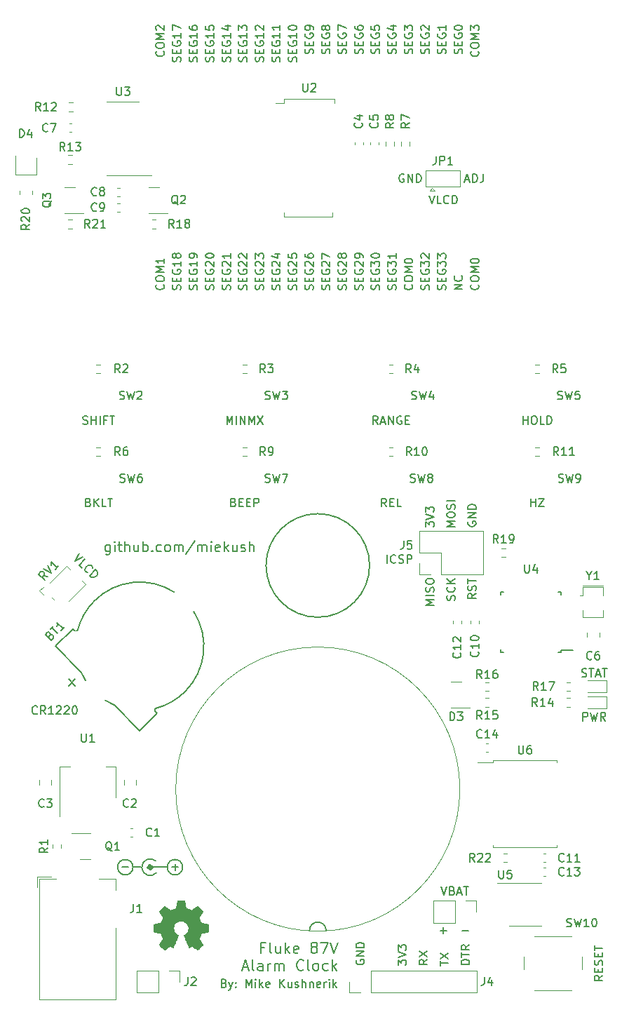
<source format=gbr>
%TF.GenerationSoftware,KiCad,Pcbnew,(6.0.10)*%
%TF.CreationDate,2022-12-25T17:32:20-06:00*%
%TF.ProjectId,fluke_87v_clock_v1,666c756b-655f-4383-9776-5f636c6f636b,rev?*%
%TF.SameCoordinates,Original*%
%TF.FileFunction,Legend,Top*%
%TF.FilePolarity,Positive*%
%FSLAX46Y46*%
G04 Gerber Fmt 4.6, Leading zero omitted, Abs format (unit mm)*
G04 Created by KiCad (PCBNEW (6.0.10)) date 2022-12-25 17:32:20*
%MOMM*%
%LPD*%
G01*
G04 APERTURE LIST*
%ADD10C,0.150000*%
%ADD11C,0.160000*%
%ADD12C,0.180000*%
%ADD13C,0.200000*%
%ADD14C,0.500000*%
%ADD15C,0.010000*%
%ADD16C,0.120000*%
%ADD17C,0.127000*%
G04 APERTURE END LIST*
D10*
X101000000Y-158300000D02*
G75*
G03*
X99000000Y-158300000I-1000000J-17455D01*
G01*
X71186311Y-112779061D02*
X70714907Y-113721870D01*
X71657716Y-113250465D01*
X71523029Y-114529992D02*
X71186311Y-114193274D01*
X71893418Y-113486168D01*
X72230135Y-115102412D02*
X72162792Y-115102412D01*
X72028105Y-115035068D01*
X71960761Y-114967725D01*
X71893418Y-114833038D01*
X71893418Y-114698351D01*
X71927090Y-114597335D01*
X72028105Y-114428977D01*
X72129120Y-114327961D01*
X72297479Y-114226946D01*
X72398494Y-114193274D01*
X72533181Y-114193274D01*
X72667868Y-114260618D01*
X72735212Y-114327961D01*
X72802555Y-114462648D01*
X72802555Y-114529992D01*
X72465838Y-115472801D02*
X73172944Y-114765694D01*
X73341303Y-114934053D01*
X73408647Y-115068740D01*
X73408647Y-115203427D01*
X73374975Y-115304442D01*
X73273960Y-115472801D01*
X73172944Y-115573816D01*
X73004586Y-115674831D01*
X72903570Y-115708503D01*
X72768883Y-115708503D01*
X72634196Y-115641160D01*
X72465838Y-115472801D01*
X119357142Y-52180833D02*
X119404761Y-52228452D01*
X119452380Y-52371309D01*
X119452380Y-52466547D01*
X119404761Y-52609404D01*
X119309523Y-52704642D01*
X119214285Y-52752261D01*
X119023809Y-52799880D01*
X118880952Y-52799880D01*
X118690476Y-52752261D01*
X118595238Y-52704642D01*
X118500000Y-52609404D01*
X118452380Y-52466547D01*
X118452380Y-52371309D01*
X118500000Y-52228452D01*
X118547619Y-52180833D01*
X118452380Y-51561785D02*
X118452380Y-51371309D01*
X118500000Y-51276071D01*
X118595238Y-51180833D01*
X118785714Y-51133214D01*
X119119047Y-51133214D01*
X119309523Y-51180833D01*
X119404761Y-51276071D01*
X119452380Y-51371309D01*
X119452380Y-51561785D01*
X119404761Y-51657023D01*
X119309523Y-51752261D01*
X119119047Y-51799880D01*
X118785714Y-51799880D01*
X118595238Y-51752261D01*
X118500000Y-51657023D01*
X118452380Y-51561785D01*
X119452380Y-50704642D02*
X118452380Y-50704642D01*
X119166666Y-50371309D01*
X118452380Y-50037976D01*
X119452380Y-50037976D01*
X118452380Y-49657023D02*
X118452380Y-49037976D01*
X118833333Y-49371309D01*
X118833333Y-49228452D01*
X118880952Y-49133214D01*
X118928571Y-49085595D01*
X119023809Y-49037976D01*
X119261904Y-49037976D01*
X119357142Y-49085595D01*
X119404761Y-49133214D01*
X119452380Y-49228452D01*
X119452380Y-49514166D01*
X119404761Y-49609404D01*
X119357142Y-49657023D01*
X117404761Y-52466547D02*
X117452380Y-52323690D01*
X117452380Y-52085595D01*
X117404761Y-51990357D01*
X117357142Y-51942738D01*
X117261904Y-51895119D01*
X117166666Y-51895119D01*
X117071428Y-51942738D01*
X117023809Y-51990357D01*
X116976190Y-52085595D01*
X116928571Y-52276071D01*
X116880952Y-52371309D01*
X116833333Y-52418928D01*
X116738095Y-52466547D01*
X116642857Y-52466547D01*
X116547619Y-52418928D01*
X116500000Y-52371309D01*
X116452380Y-52276071D01*
X116452380Y-52037976D01*
X116500000Y-51895119D01*
X116928571Y-51466547D02*
X116928571Y-51133214D01*
X117452380Y-50990357D02*
X117452380Y-51466547D01*
X116452380Y-51466547D01*
X116452380Y-50990357D01*
X116500000Y-50037976D02*
X116452380Y-50133214D01*
X116452380Y-50276071D01*
X116500000Y-50418928D01*
X116595238Y-50514166D01*
X116690476Y-50561785D01*
X116880952Y-50609404D01*
X117023809Y-50609404D01*
X117214285Y-50561785D01*
X117309523Y-50514166D01*
X117404761Y-50418928D01*
X117452380Y-50276071D01*
X117452380Y-50180833D01*
X117404761Y-50037976D01*
X117357142Y-49990357D01*
X117023809Y-49990357D01*
X117023809Y-50180833D01*
X116452380Y-49371309D02*
X116452380Y-49276071D01*
X116500000Y-49180833D01*
X116547619Y-49133214D01*
X116642857Y-49085595D01*
X116833333Y-49037976D01*
X117071428Y-49037976D01*
X117261904Y-49085595D01*
X117357142Y-49133214D01*
X117404761Y-49180833D01*
X117452380Y-49276071D01*
X117452380Y-49371309D01*
X117404761Y-49466547D01*
X117357142Y-49514166D01*
X117261904Y-49561785D01*
X117071428Y-49609404D01*
X116833333Y-49609404D01*
X116642857Y-49561785D01*
X116547619Y-49514166D01*
X116500000Y-49466547D01*
X116452380Y-49371309D01*
X115404761Y-52466547D02*
X115452380Y-52323690D01*
X115452380Y-52085595D01*
X115404761Y-51990357D01*
X115357142Y-51942738D01*
X115261904Y-51895119D01*
X115166666Y-51895119D01*
X115071428Y-51942738D01*
X115023809Y-51990357D01*
X114976190Y-52085595D01*
X114928571Y-52276071D01*
X114880952Y-52371309D01*
X114833333Y-52418928D01*
X114738095Y-52466547D01*
X114642857Y-52466547D01*
X114547619Y-52418928D01*
X114500000Y-52371309D01*
X114452380Y-52276071D01*
X114452380Y-52037976D01*
X114500000Y-51895119D01*
X114928571Y-51466547D02*
X114928571Y-51133214D01*
X115452380Y-50990357D02*
X115452380Y-51466547D01*
X114452380Y-51466547D01*
X114452380Y-50990357D01*
X114500000Y-50037976D02*
X114452380Y-50133214D01*
X114452380Y-50276071D01*
X114500000Y-50418928D01*
X114595238Y-50514166D01*
X114690476Y-50561785D01*
X114880952Y-50609404D01*
X115023809Y-50609404D01*
X115214285Y-50561785D01*
X115309523Y-50514166D01*
X115404761Y-50418928D01*
X115452380Y-50276071D01*
X115452380Y-50180833D01*
X115404761Y-50037976D01*
X115357142Y-49990357D01*
X115023809Y-49990357D01*
X115023809Y-50180833D01*
X115452380Y-49037976D02*
X115452380Y-49609404D01*
X115452380Y-49323690D02*
X114452380Y-49323690D01*
X114595238Y-49418928D01*
X114690476Y-49514166D01*
X114738095Y-49609404D01*
X113404761Y-52466547D02*
X113452380Y-52323690D01*
X113452380Y-52085595D01*
X113404761Y-51990357D01*
X113357142Y-51942738D01*
X113261904Y-51895119D01*
X113166666Y-51895119D01*
X113071428Y-51942738D01*
X113023809Y-51990357D01*
X112976190Y-52085595D01*
X112928571Y-52276071D01*
X112880952Y-52371309D01*
X112833333Y-52418928D01*
X112738095Y-52466547D01*
X112642857Y-52466547D01*
X112547619Y-52418928D01*
X112500000Y-52371309D01*
X112452380Y-52276071D01*
X112452380Y-52037976D01*
X112500000Y-51895119D01*
X112928571Y-51466547D02*
X112928571Y-51133214D01*
X113452380Y-50990357D02*
X113452380Y-51466547D01*
X112452380Y-51466547D01*
X112452380Y-50990357D01*
X112500000Y-50037976D02*
X112452380Y-50133214D01*
X112452380Y-50276071D01*
X112500000Y-50418928D01*
X112595238Y-50514166D01*
X112690476Y-50561785D01*
X112880952Y-50609404D01*
X113023809Y-50609404D01*
X113214285Y-50561785D01*
X113309523Y-50514166D01*
X113404761Y-50418928D01*
X113452380Y-50276071D01*
X113452380Y-50180833D01*
X113404761Y-50037976D01*
X113357142Y-49990357D01*
X113023809Y-49990357D01*
X113023809Y-50180833D01*
X112547619Y-49609404D02*
X112500000Y-49561785D01*
X112452380Y-49466547D01*
X112452380Y-49228452D01*
X112500000Y-49133214D01*
X112547619Y-49085595D01*
X112642857Y-49037976D01*
X112738095Y-49037976D01*
X112880952Y-49085595D01*
X113452380Y-49657023D01*
X113452380Y-49037976D01*
X111404761Y-52466547D02*
X111452380Y-52323690D01*
X111452380Y-52085595D01*
X111404761Y-51990357D01*
X111357142Y-51942738D01*
X111261904Y-51895119D01*
X111166666Y-51895119D01*
X111071428Y-51942738D01*
X111023809Y-51990357D01*
X110976190Y-52085595D01*
X110928571Y-52276071D01*
X110880952Y-52371309D01*
X110833333Y-52418928D01*
X110738095Y-52466547D01*
X110642857Y-52466547D01*
X110547619Y-52418928D01*
X110500000Y-52371309D01*
X110452380Y-52276071D01*
X110452380Y-52037976D01*
X110500000Y-51895119D01*
X110928571Y-51466547D02*
X110928571Y-51133214D01*
X111452380Y-50990357D02*
X111452380Y-51466547D01*
X110452380Y-51466547D01*
X110452380Y-50990357D01*
X110500000Y-50037976D02*
X110452380Y-50133214D01*
X110452380Y-50276071D01*
X110500000Y-50418928D01*
X110595238Y-50514166D01*
X110690476Y-50561785D01*
X110880952Y-50609404D01*
X111023809Y-50609404D01*
X111214285Y-50561785D01*
X111309523Y-50514166D01*
X111404761Y-50418928D01*
X111452380Y-50276071D01*
X111452380Y-50180833D01*
X111404761Y-50037976D01*
X111357142Y-49990357D01*
X111023809Y-49990357D01*
X111023809Y-50180833D01*
X110452380Y-49657023D02*
X110452380Y-49037976D01*
X110833333Y-49371309D01*
X110833333Y-49228452D01*
X110880952Y-49133214D01*
X110928571Y-49085595D01*
X111023809Y-49037976D01*
X111261904Y-49037976D01*
X111357142Y-49085595D01*
X111404761Y-49133214D01*
X111452380Y-49228452D01*
X111452380Y-49514166D01*
X111404761Y-49609404D01*
X111357142Y-49657023D01*
X109404761Y-52466547D02*
X109452380Y-52323690D01*
X109452380Y-52085595D01*
X109404761Y-51990357D01*
X109357142Y-51942738D01*
X109261904Y-51895119D01*
X109166666Y-51895119D01*
X109071428Y-51942738D01*
X109023809Y-51990357D01*
X108976190Y-52085595D01*
X108928571Y-52276071D01*
X108880952Y-52371309D01*
X108833333Y-52418928D01*
X108738095Y-52466547D01*
X108642857Y-52466547D01*
X108547619Y-52418928D01*
X108500000Y-52371309D01*
X108452380Y-52276071D01*
X108452380Y-52037976D01*
X108500000Y-51895119D01*
X108928571Y-51466547D02*
X108928571Y-51133214D01*
X109452380Y-50990357D02*
X109452380Y-51466547D01*
X108452380Y-51466547D01*
X108452380Y-50990357D01*
X108500000Y-50037976D02*
X108452380Y-50133214D01*
X108452380Y-50276071D01*
X108500000Y-50418928D01*
X108595238Y-50514166D01*
X108690476Y-50561785D01*
X108880952Y-50609404D01*
X109023809Y-50609404D01*
X109214285Y-50561785D01*
X109309523Y-50514166D01*
X109404761Y-50418928D01*
X109452380Y-50276071D01*
X109452380Y-50180833D01*
X109404761Y-50037976D01*
X109357142Y-49990357D01*
X109023809Y-49990357D01*
X109023809Y-50180833D01*
X108785714Y-49133214D02*
X109452380Y-49133214D01*
X108404761Y-49371309D02*
X109119047Y-49609404D01*
X109119047Y-48990357D01*
X107404761Y-52466547D02*
X107452380Y-52323690D01*
X107452380Y-52085595D01*
X107404761Y-51990357D01*
X107357142Y-51942738D01*
X107261904Y-51895119D01*
X107166666Y-51895119D01*
X107071428Y-51942738D01*
X107023809Y-51990357D01*
X106976190Y-52085595D01*
X106928571Y-52276071D01*
X106880952Y-52371309D01*
X106833333Y-52418928D01*
X106738095Y-52466547D01*
X106642857Y-52466547D01*
X106547619Y-52418928D01*
X106500000Y-52371309D01*
X106452380Y-52276071D01*
X106452380Y-52037976D01*
X106500000Y-51895119D01*
X106928571Y-51466547D02*
X106928571Y-51133214D01*
X107452380Y-50990357D02*
X107452380Y-51466547D01*
X106452380Y-51466547D01*
X106452380Y-50990357D01*
X106500000Y-50037976D02*
X106452380Y-50133214D01*
X106452380Y-50276071D01*
X106500000Y-50418928D01*
X106595238Y-50514166D01*
X106690476Y-50561785D01*
X106880952Y-50609404D01*
X107023809Y-50609404D01*
X107214285Y-50561785D01*
X107309523Y-50514166D01*
X107404761Y-50418928D01*
X107452380Y-50276071D01*
X107452380Y-50180833D01*
X107404761Y-50037976D01*
X107357142Y-49990357D01*
X107023809Y-49990357D01*
X107023809Y-50180833D01*
X106452380Y-49085595D02*
X106452380Y-49561785D01*
X106928571Y-49609404D01*
X106880952Y-49561785D01*
X106833333Y-49466547D01*
X106833333Y-49228452D01*
X106880952Y-49133214D01*
X106928571Y-49085595D01*
X107023809Y-49037976D01*
X107261904Y-49037976D01*
X107357142Y-49085595D01*
X107404761Y-49133214D01*
X107452380Y-49228452D01*
X107452380Y-49466547D01*
X107404761Y-49561785D01*
X107357142Y-49609404D01*
X105404761Y-52466547D02*
X105452380Y-52323690D01*
X105452380Y-52085595D01*
X105404761Y-51990357D01*
X105357142Y-51942738D01*
X105261904Y-51895119D01*
X105166666Y-51895119D01*
X105071428Y-51942738D01*
X105023809Y-51990357D01*
X104976190Y-52085595D01*
X104928571Y-52276071D01*
X104880952Y-52371309D01*
X104833333Y-52418928D01*
X104738095Y-52466547D01*
X104642857Y-52466547D01*
X104547619Y-52418928D01*
X104500000Y-52371309D01*
X104452380Y-52276071D01*
X104452380Y-52037976D01*
X104500000Y-51895119D01*
X104928571Y-51466547D02*
X104928571Y-51133214D01*
X105452380Y-50990357D02*
X105452380Y-51466547D01*
X104452380Y-51466547D01*
X104452380Y-50990357D01*
X104500000Y-50037976D02*
X104452380Y-50133214D01*
X104452380Y-50276071D01*
X104500000Y-50418928D01*
X104595238Y-50514166D01*
X104690476Y-50561785D01*
X104880952Y-50609404D01*
X105023809Y-50609404D01*
X105214285Y-50561785D01*
X105309523Y-50514166D01*
X105404761Y-50418928D01*
X105452380Y-50276071D01*
X105452380Y-50180833D01*
X105404761Y-50037976D01*
X105357142Y-49990357D01*
X105023809Y-49990357D01*
X105023809Y-50180833D01*
X104452380Y-49133214D02*
X104452380Y-49323690D01*
X104500000Y-49418928D01*
X104547619Y-49466547D01*
X104690476Y-49561785D01*
X104880952Y-49609404D01*
X105261904Y-49609404D01*
X105357142Y-49561785D01*
X105404761Y-49514166D01*
X105452380Y-49418928D01*
X105452380Y-49228452D01*
X105404761Y-49133214D01*
X105357142Y-49085595D01*
X105261904Y-49037976D01*
X105023809Y-49037976D01*
X104928571Y-49085595D01*
X104880952Y-49133214D01*
X104833333Y-49228452D01*
X104833333Y-49418928D01*
X104880952Y-49514166D01*
X104928571Y-49561785D01*
X105023809Y-49609404D01*
X103404761Y-52466547D02*
X103452380Y-52323690D01*
X103452380Y-52085595D01*
X103404761Y-51990357D01*
X103357142Y-51942738D01*
X103261904Y-51895119D01*
X103166666Y-51895119D01*
X103071428Y-51942738D01*
X103023809Y-51990357D01*
X102976190Y-52085595D01*
X102928571Y-52276071D01*
X102880952Y-52371309D01*
X102833333Y-52418928D01*
X102738095Y-52466547D01*
X102642857Y-52466547D01*
X102547619Y-52418928D01*
X102500000Y-52371309D01*
X102452380Y-52276071D01*
X102452380Y-52037976D01*
X102500000Y-51895119D01*
X102928571Y-51466547D02*
X102928571Y-51133214D01*
X103452380Y-50990357D02*
X103452380Y-51466547D01*
X102452380Y-51466547D01*
X102452380Y-50990357D01*
X102500000Y-50037976D02*
X102452380Y-50133214D01*
X102452380Y-50276071D01*
X102500000Y-50418928D01*
X102595238Y-50514166D01*
X102690476Y-50561785D01*
X102880952Y-50609404D01*
X103023809Y-50609404D01*
X103214285Y-50561785D01*
X103309523Y-50514166D01*
X103404761Y-50418928D01*
X103452380Y-50276071D01*
X103452380Y-50180833D01*
X103404761Y-50037976D01*
X103357142Y-49990357D01*
X103023809Y-49990357D01*
X103023809Y-50180833D01*
X102452380Y-49657023D02*
X102452380Y-48990357D01*
X103452380Y-49418928D01*
X101404761Y-52466547D02*
X101452380Y-52323690D01*
X101452380Y-52085595D01*
X101404761Y-51990357D01*
X101357142Y-51942738D01*
X101261904Y-51895119D01*
X101166666Y-51895119D01*
X101071428Y-51942738D01*
X101023809Y-51990357D01*
X100976190Y-52085595D01*
X100928571Y-52276071D01*
X100880952Y-52371309D01*
X100833333Y-52418928D01*
X100738095Y-52466547D01*
X100642857Y-52466547D01*
X100547619Y-52418928D01*
X100500000Y-52371309D01*
X100452380Y-52276071D01*
X100452380Y-52037976D01*
X100500000Y-51895119D01*
X100928571Y-51466547D02*
X100928571Y-51133214D01*
X101452380Y-50990357D02*
X101452380Y-51466547D01*
X100452380Y-51466547D01*
X100452380Y-50990357D01*
X100500000Y-50037976D02*
X100452380Y-50133214D01*
X100452380Y-50276071D01*
X100500000Y-50418928D01*
X100595238Y-50514166D01*
X100690476Y-50561785D01*
X100880952Y-50609404D01*
X101023809Y-50609404D01*
X101214285Y-50561785D01*
X101309523Y-50514166D01*
X101404761Y-50418928D01*
X101452380Y-50276071D01*
X101452380Y-50180833D01*
X101404761Y-50037976D01*
X101357142Y-49990357D01*
X101023809Y-49990357D01*
X101023809Y-50180833D01*
X100880952Y-49418928D02*
X100833333Y-49514166D01*
X100785714Y-49561785D01*
X100690476Y-49609404D01*
X100642857Y-49609404D01*
X100547619Y-49561785D01*
X100500000Y-49514166D01*
X100452380Y-49418928D01*
X100452380Y-49228452D01*
X100500000Y-49133214D01*
X100547619Y-49085595D01*
X100642857Y-49037976D01*
X100690476Y-49037976D01*
X100785714Y-49085595D01*
X100833333Y-49133214D01*
X100880952Y-49228452D01*
X100880952Y-49418928D01*
X100928571Y-49514166D01*
X100976190Y-49561785D01*
X101071428Y-49609404D01*
X101261904Y-49609404D01*
X101357142Y-49561785D01*
X101404761Y-49514166D01*
X101452380Y-49418928D01*
X101452380Y-49228452D01*
X101404761Y-49133214D01*
X101357142Y-49085595D01*
X101261904Y-49037976D01*
X101071428Y-49037976D01*
X100976190Y-49085595D01*
X100928571Y-49133214D01*
X100880952Y-49228452D01*
X99404761Y-52466547D02*
X99452380Y-52323690D01*
X99452380Y-52085595D01*
X99404761Y-51990357D01*
X99357142Y-51942738D01*
X99261904Y-51895119D01*
X99166666Y-51895119D01*
X99071428Y-51942738D01*
X99023809Y-51990357D01*
X98976190Y-52085595D01*
X98928571Y-52276071D01*
X98880952Y-52371309D01*
X98833333Y-52418928D01*
X98738095Y-52466547D01*
X98642857Y-52466547D01*
X98547619Y-52418928D01*
X98500000Y-52371309D01*
X98452380Y-52276071D01*
X98452380Y-52037976D01*
X98500000Y-51895119D01*
X98928571Y-51466547D02*
X98928571Y-51133214D01*
X99452380Y-50990357D02*
X99452380Y-51466547D01*
X98452380Y-51466547D01*
X98452380Y-50990357D01*
X98500000Y-50037976D02*
X98452380Y-50133214D01*
X98452380Y-50276071D01*
X98500000Y-50418928D01*
X98595238Y-50514166D01*
X98690476Y-50561785D01*
X98880952Y-50609404D01*
X99023809Y-50609404D01*
X99214285Y-50561785D01*
X99309523Y-50514166D01*
X99404761Y-50418928D01*
X99452380Y-50276071D01*
X99452380Y-50180833D01*
X99404761Y-50037976D01*
X99357142Y-49990357D01*
X99023809Y-49990357D01*
X99023809Y-50180833D01*
X99452380Y-49514166D02*
X99452380Y-49323690D01*
X99404761Y-49228452D01*
X99357142Y-49180833D01*
X99214285Y-49085595D01*
X99023809Y-49037976D01*
X98642857Y-49037976D01*
X98547619Y-49085595D01*
X98500000Y-49133214D01*
X98452380Y-49228452D01*
X98452380Y-49418928D01*
X98500000Y-49514166D01*
X98547619Y-49561785D01*
X98642857Y-49609404D01*
X98880952Y-49609404D01*
X98976190Y-49561785D01*
X99023809Y-49514166D01*
X99071428Y-49418928D01*
X99071428Y-49228452D01*
X99023809Y-49133214D01*
X98976190Y-49085595D01*
X98880952Y-49037976D01*
X97404761Y-53418928D02*
X97452380Y-53276071D01*
X97452380Y-53037976D01*
X97404761Y-52942738D01*
X97357142Y-52895119D01*
X97261904Y-52847500D01*
X97166666Y-52847500D01*
X97071428Y-52895119D01*
X97023809Y-52942738D01*
X96976190Y-53037976D01*
X96928571Y-53228452D01*
X96880952Y-53323690D01*
X96833333Y-53371309D01*
X96738095Y-53418928D01*
X96642857Y-53418928D01*
X96547619Y-53371309D01*
X96500000Y-53323690D01*
X96452380Y-53228452D01*
X96452380Y-52990357D01*
X96500000Y-52847500D01*
X96928571Y-52418928D02*
X96928571Y-52085595D01*
X97452380Y-51942738D02*
X97452380Y-52418928D01*
X96452380Y-52418928D01*
X96452380Y-51942738D01*
X96500000Y-50990357D02*
X96452380Y-51085595D01*
X96452380Y-51228452D01*
X96500000Y-51371309D01*
X96595238Y-51466547D01*
X96690476Y-51514166D01*
X96880952Y-51561785D01*
X97023809Y-51561785D01*
X97214285Y-51514166D01*
X97309523Y-51466547D01*
X97404761Y-51371309D01*
X97452380Y-51228452D01*
X97452380Y-51133214D01*
X97404761Y-50990357D01*
X97357142Y-50942738D01*
X97023809Y-50942738D01*
X97023809Y-51133214D01*
X97452380Y-49990357D02*
X97452380Y-50561785D01*
X97452380Y-50276071D02*
X96452380Y-50276071D01*
X96595238Y-50371309D01*
X96690476Y-50466547D01*
X96738095Y-50561785D01*
X96452380Y-49371309D02*
X96452380Y-49276071D01*
X96500000Y-49180833D01*
X96547619Y-49133214D01*
X96642857Y-49085595D01*
X96833333Y-49037976D01*
X97071428Y-49037976D01*
X97261904Y-49085595D01*
X97357142Y-49133214D01*
X97404761Y-49180833D01*
X97452380Y-49276071D01*
X97452380Y-49371309D01*
X97404761Y-49466547D01*
X97357142Y-49514166D01*
X97261904Y-49561785D01*
X97071428Y-49609404D01*
X96833333Y-49609404D01*
X96642857Y-49561785D01*
X96547619Y-49514166D01*
X96500000Y-49466547D01*
X96452380Y-49371309D01*
X95404761Y-53418928D02*
X95452380Y-53276071D01*
X95452380Y-53037976D01*
X95404761Y-52942738D01*
X95357142Y-52895119D01*
X95261904Y-52847500D01*
X95166666Y-52847500D01*
X95071428Y-52895119D01*
X95023809Y-52942738D01*
X94976190Y-53037976D01*
X94928571Y-53228452D01*
X94880952Y-53323690D01*
X94833333Y-53371309D01*
X94738095Y-53418928D01*
X94642857Y-53418928D01*
X94547619Y-53371309D01*
X94500000Y-53323690D01*
X94452380Y-53228452D01*
X94452380Y-52990357D01*
X94500000Y-52847500D01*
X94928571Y-52418928D02*
X94928571Y-52085595D01*
X95452380Y-51942738D02*
X95452380Y-52418928D01*
X94452380Y-52418928D01*
X94452380Y-51942738D01*
X94500000Y-50990357D02*
X94452380Y-51085595D01*
X94452380Y-51228452D01*
X94500000Y-51371309D01*
X94595238Y-51466547D01*
X94690476Y-51514166D01*
X94880952Y-51561785D01*
X95023809Y-51561785D01*
X95214285Y-51514166D01*
X95309523Y-51466547D01*
X95404761Y-51371309D01*
X95452380Y-51228452D01*
X95452380Y-51133214D01*
X95404761Y-50990357D01*
X95357142Y-50942738D01*
X95023809Y-50942738D01*
X95023809Y-51133214D01*
X95452380Y-49990357D02*
X95452380Y-50561785D01*
X95452380Y-50276071D02*
X94452380Y-50276071D01*
X94595238Y-50371309D01*
X94690476Y-50466547D01*
X94738095Y-50561785D01*
X95452380Y-49037976D02*
X95452380Y-49609404D01*
X95452380Y-49323690D02*
X94452380Y-49323690D01*
X94595238Y-49418928D01*
X94690476Y-49514166D01*
X94738095Y-49609404D01*
X93404761Y-53418928D02*
X93452380Y-53276071D01*
X93452380Y-53037976D01*
X93404761Y-52942738D01*
X93357142Y-52895119D01*
X93261904Y-52847500D01*
X93166666Y-52847500D01*
X93071428Y-52895119D01*
X93023809Y-52942738D01*
X92976190Y-53037976D01*
X92928571Y-53228452D01*
X92880952Y-53323690D01*
X92833333Y-53371309D01*
X92738095Y-53418928D01*
X92642857Y-53418928D01*
X92547619Y-53371309D01*
X92500000Y-53323690D01*
X92452380Y-53228452D01*
X92452380Y-52990357D01*
X92500000Y-52847500D01*
X92928571Y-52418928D02*
X92928571Y-52085595D01*
X93452380Y-51942738D02*
X93452380Y-52418928D01*
X92452380Y-52418928D01*
X92452380Y-51942738D01*
X92500000Y-50990357D02*
X92452380Y-51085595D01*
X92452380Y-51228452D01*
X92500000Y-51371309D01*
X92595238Y-51466547D01*
X92690476Y-51514166D01*
X92880952Y-51561785D01*
X93023809Y-51561785D01*
X93214285Y-51514166D01*
X93309523Y-51466547D01*
X93404761Y-51371309D01*
X93452380Y-51228452D01*
X93452380Y-51133214D01*
X93404761Y-50990357D01*
X93357142Y-50942738D01*
X93023809Y-50942738D01*
X93023809Y-51133214D01*
X93452380Y-49990357D02*
X93452380Y-50561785D01*
X93452380Y-50276071D02*
X92452380Y-50276071D01*
X92595238Y-50371309D01*
X92690476Y-50466547D01*
X92738095Y-50561785D01*
X92547619Y-49609404D02*
X92500000Y-49561785D01*
X92452380Y-49466547D01*
X92452380Y-49228452D01*
X92500000Y-49133214D01*
X92547619Y-49085595D01*
X92642857Y-49037976D01*
X92738095Y-49037976D01*
X92880952Y-49085595D01*
X93452380Y-49657023D01*
X93452380Y-49037976D01*
X91404761Y-53418928D02*
X91452380Y-53276071D01*
X91452380Y-53037976D01*
X91404761Y-52942738D01*
X91357142Y-52895119D01*
X91261904Y-52847500D01*
X91166666Y-52847500D01*
X91071428Y-52895119D01*
X91023809Y-52942738D01*
X90976190Y-53037976D01*
X90928571Y-53228452D01*
X90880952Y-53323690D01*
X90833333Y-53371309D01*
X90738095Y-53418928D01*
X90642857Y-53418928D01*
X90547619Y-53371309D01*
X90500000Y-53323690D01*
X90452380Y-53228452D01*
X90452380Y-52990357D01*
X90500000Y-52847500D01*
X90928571Y-52418928D02*
X90928571Y-52085595D01*
X91452380Y-51942738D02*
X91452380Y-52418928D01*
X90452380Y-52418928D01*
X90452380Y-51942738D01*
X90500000Y-50990357D02*
X90452380Y-51085595D01*
X90452380Y-51228452D01*
X90500000Y-51371309D01*
X90595238Y-51466547D01*
X90690476Y-51514166D01*
X90880952Y-51561785D01*
X91023809Y-51561785D01*
X91214285Y-51514166D01*
X91309523Y-51466547D01*
X91404761Y-51371309D01*
X91452380Y-51228452D01*
X91452380Y-51133214D01*
X91404761Y-50990357D01*
X91357142Y-50942738D01*
X91023809Y-50942738D01*
X91023809Y-51133214D01*
X91452380Y-49990357D02*
X91452380Y-50561785D01*
X91452380Y-50276071D02*
X90452380Y-50276071D01*
X90595238Y-50371309D01*
X90690476Y-50466547D01*
X90738095Y-50561785D01*
X90452380Y-49657023D02*
X90452380Y-49037976D01*
X90833333Y-49371309D01*
X90833333Y-49228452D01*
X90880952Y-49133214D01*
X90928571Y-49085595D01*
X91023809Y-49037976D01*
X91261904Y-49037976D01*
X91357142Y-49085595D01*
X91404761Y-49133214D01*
X91452380Y-49228452D01*
X91452380Y-49514166D01*
X91404761Y-49609404D01*
X91357142Y-49657023D01*
X89404761Y-53418928D02*
X89452380Y-53276071D01*
X89452380Y-53037976D01*
X89404761Y-52942738D01*
X89357142Y-52895119D01*
X89261904Y-52847500D01*
X89166666Y-52847500D01*
X89071428Y-52895119D01*
X89023809Y-52942738D01*
X88976190Y-53037976D01*
X88928571Y-53228452D01*
X88880952Y-53323690D01*
X88833333Y-53371309D01*
X88738095Y-53418928D01*
X88642857Y-53418928D01*
X88547619Y-53371309D01*
X88500000Y-53323690D01*
X88452380Y-53228452D01*
X88452380Y-52990357D01*
X88500000Y-52847500D01*
X88928571Y-52418928D02*
X88928571Y-52085595D01*
X89452380Y-51942738D02*
X89452380Y-52418928D01*
X88452380Y-52418928D01*
X88452380Y-51942738D01*
X88500000Y-50990357D02*
X88452380Y-51085595D01*
X88452380Y-51228452D01*
X88500000Y-51371309D01*
X88595238Y-51466547D01*
X88690476Y-51514166D01*
X88880952Y-51561785D01*
X89023809Y-51561785D01*
X89214285Y-51514166D01*
X89309523Y-51466547D01*
X89404761Y-51371309D01*
X89452380Y-51228452D01*
X89452380Y-51133214D01*
X89404761Y-50990357D01*
X89357142Y-50942738D01*
X89023809Y-50942738D01*
X89023809Y-51133214D01*
X89452380Y-49990357D02*
X89452380Y-50561785D01*
X89452380Y-50276071D02*
X88452380Y-50276071D01*
X88595238Y-50371309D01*
X88690476Y-50466547D01*
X88738095Y-50561785D01*
X88785714Y-49133214D02*
X89452380Y-49133214D01*
X88404761Y-49371309D02*
X89119047Y-49609404D01*
X89119047Y-48990357D01*
X87404761Y-53418928D02*
X87452380Y-53276071D01*
X87452380Y-53037976D01*
X87404761Y-52942738D01*
X87357142Y-52895119D01*
X87261904Y-52847500D01*
X87166666Y-52847500D01*
X87071428Y-52895119D01*
X87023809Y-52942738D01*
X86976190Y-53037976D01*
X86928571Y-53228452D01*
X86880952Y-53323690D01*
X86833333Y-53371309D01*
X86738095Y-53418928D01*
X86642857Y-53418928D01*
X86547619Y-53371309D01*
X86500000Y-53323690D01*
X86452380Y-53228452D01*
X86452380Y-52990357D01*
X86500000Y-52847500D01*
X86928571Y-52418928D02*
X86928571Y-52085595D01*
X87452380Y-51942738D02*
X87452380Y-52418928D01*
X86452380Y-52418928D01*
X86452380Y-51942738D01*
X86500000Y-50990357D02*
X86452380Y-51085595D01*
X86452380Y-51228452D01*
X86500000Y-51371309D01*
X86595238Y-51466547D01*
X86690476Y-51514166D01*
X86880952Y-51561785D01*
X87023809Y-51561785D01*
X87214285Y-51514166D01*
X87309523Y-51466547D01*
X87404761Y-51371309D01*
X87452380Y-51228452D01*
X87452380Y-51133214D01*
X87404761Y-50990357D01*
X87357142Y-50942738D01*
X87023809Y-50942738D01*
X87023809Y-51133214D01*
X87452380Y-49990357D02*
X87452380Y-50561785D01*
X87452380Y-50276071D02*
X86452380Y-50276071D01*
X86595238Y-50371309D01*
X86690476Y-50466547D01*
X86738095Y-50561785D01*
X86452380Y-49085595D02*
X86452380Y-49561785D01*
X86928571Y-49609404D01*
X86880952Y-49561785D01*
X86833333Y-49466547D01*
X86833333Y-49228452D01*
X86880952Y-49133214D01*
X86928571Y-49085595D01*
X87023809Y-49037976D01*
X87261904Y-49037976D01*
X87357142Y-49085595D01*
X87404761Y-49133214D01*
X87452380Y-49228452D01*
X87452380Y-49466547D01*
X87404761Y-49561785D01*
X87357142Y-49609404D01*
X85404761Y-53418928D02*
X85452380Y-53276071D01*
X85452380Y-53037976D01*
X85404761Y-52942738D01*
X85357142Y-52895119D01*
X85261904Y-52847500D01*
X85166666Y-52847500D01*
X85071428Y-52895119D01*
X85023809Y-52942738D01*
X84976190Y-53037976D01*
X84928571Y-53228452D01*
X84880952Y-53323690D01*
X84833333Y-53371309D01*
X84738095Y-53418928D01*
X84642857Y-53418928D01*
X84547619Y-53371309D01*
X84500000Y-53323690D01*
X84452380Y-53228452D01*
X84452380Y-52990357D01*
X84500000Y-52847500D01*
X84928571Y-52418928D02*
X84928571Y-52085595D01*
X85452380Y-51942738D02*
X85452380Y-52418928D01*
X84452380Y-52418928D01*
X84452380Y-51942738D01*
X84500000Y-50990357D02*
X84452380Y-51085595D01*
X84452380Y-51228452D01*
X84500000Y-51371309D01*
X84595238Y-51466547D01*
X84690476Y-51514166D01*
X84880952Y-51561785D01*
X85023809Y-51561785D01*
X85214285Y-51514166D01*
X85309523Y-51466547D01*
X85404761Y-51371309D01*
X85452380Y-51228452D01*
X85452380Y-51133214D01*
X85404761Y-50990357D01*
X85357142Y-50942738D01*
X85023809Y-50942738D01*
X85023809Y-51133214D01*
X85452380Y-49990357D02*
X85452380Y-50561785D01*
X85452380Y-50276071D02*
X84452380Y-50276071D01*
X84595238Y-50371309D01*
X84690476Y-50466547D01*
X84738095Y-50561785D01*
X84452380Y-49133214D02*
X84452380Y-49323690D01*
X84500000Y-49418928D01*
X84547619Y-49466547D01*
X84690476Y-49561785D01*
X84880952Y-49609404D01*
X85261904Y-49609404D01*
X85357142Y-49561785D01*
X85404761Y-49514166D01*
X85452380Y-49418928D01*
X85452380Y-49228452D01*
X85404761Y-49133214D01*
X85357142Y-49085595D01*
X85261904Y-49037976D01*
X85023809Y-49037976D01*
X84928571Y-49085595D01*
X84880952Y-49133214D01*
X84833333Y-49228452D01*
X84833333Y-49418928D01*
X84880952Y-49514166D01*
X84928571Y-49561785D01*
X85023809Y-49609404D01*
X83404761Y-53418928D02*
X83452380Y-53276071D01*
X83452380Y-53037976D01*
X83404761Y-52942738D01*
X83357142Y-52895119D01*
X83261904Y-52847500D01*
X83166666Y-52847500D01*
X83071428Y-52895119D01*
X83023809Y-52942738D01*
X82976190Y-53037976D01*
X82928571Y-53228452D01*
X82880952Y-53323690D01*
X82833333Y-53371309D01*
X82738095Y-53418928D01*
X82642857Y-53418928D01*
X82547619Y-53371309D01*
X82500000Y-53323690D01*
X82452380Y-53228452D01*
X82452380Y-52990357D01*
X82500000Y-52847500D01*
X82928571Y-52418928D02*
X82928571Y-52085595D01*
X83452380Y-51942738D02*
X83452380Y-52418928D01*
X82452380Y-52418928D01*
X82452380Y-51942738D01*
X82500000Y-50990357D02*
X82452380Y-51085595D01*
X82452380Y-51228452D01*
X82500000Y-51371309D01*
X82595238Y-51466547D01*
X82690476Y-51514166D01*
X82880952Y-51561785D01*
X83023809Y-51561785D01*
X83214285Y-51514166D01*
X83309523Y-51466547D01*
X83404761Y-51371309D01*
X83452380Y-51228452D01*
X83452380Y-51133214D01*
X83404761Y-50990357D01*
X83357142Y-50942738D01*
X83023809Y-50942738D01*
X83023809Y-51133214D01*
X83452380Y-49990357D02*
X83452380Y-50561785D01*
X83452380Y-50276071D02*
X82452380Y-50276071D01*
X82595238Y-50371309D01*
X82690476Y-50466547D01*
X82738095Y-50561785D01*
X82452380Y-49657023D02*
X82452380Y-48990357D01*
X83452380Y-49418928D01*
X81357142Y-52180833D02*
X81404761Y-52228452D01*
X81452380Y-52371309D01*
X81452380Y-52466547D01*
X81404761Y-52609404D01*
X81309523Y-52704642D01*
X81214285Y-52752261D01*
X81023809Y-52799880D01*
X80880952Y-52799880D01*
X80690476Y-52752261D01*
X80595238Y-52704642D01*
X80500000Y-52609404D01*
X80452380Y-52466547D01*
X80452380Y-52371309D01*
X80500000Y-52228452D01*
X80547619Y-52180833D01*
X80452380Y-51561785D02*
X80452380Y-51371309D01*
X80500000Y-51276071D01*
X80595238Y-51180833D01*
X80785714Y-51133214D01*
X81119047Y-51133214D01*
X81309523Y-51180833D01*
X81404761Y-51276071D01*
X81452380Y-51371309D01*
X81452380Y-51561785D01*
X81404761Y-51657023D01*
X81309523Y-51752261D01*
X81119047Y-51799880D01*
X80785714Y-51799880D01*
X80595238Y-51752261D01*
X80500000Y-51657023D01*
X80452380Y-51561785D01*
X81452380Y-50704642D02*
X80452380Y-50704642D01*
X81166666Y-50371309D01*
X80452380Y-50037976D01*
X81452380Y-50037976D01*
X80547619Y-49609404D02*
X80500000Y-49561785D01*
X80452380Y-49466547D01*
X80452380Y-49228452D01*
X80500000Y-49133214D01*
X80547619Y-49085595D01*
X80642857Y-49037976D01*
X80738095Y-49037976D01*
X80880952Y-49085595D01*
X81452380Y-49657023D01*
X81452380Y-49037976D01*
X119357142Y-80342976D02*
X119404761Y-80390595D01*
X119452380Y-80533452D01*
X119452380Y-80628690D01*
X119404761Y-80771547D01*
X119309523Y-80866785D01*
X119214285Y-80914404D01*
X119023809Y-80962023D01*
X118880952Y-80962023D01*
X118690476Y-80914404D01*
X118595238Y-80866785D01*
X118500000Y-80771547D01*
X118452380Y-80628690D01*
X118452380Y-80533452D01*
X118500000Y-80390595D01*
X118547619Y-80342976D01*
X118452380Y-79723928D02*
X118452380Y-79533452D01*
X118500000Y-79438214D01*
X118595238Y-79342976D01*
X118785714Y-79295357D01*
X119119047Y-79295357D01*
X119309523Y-79342976D01*
X119404761Y-79438214D01*
X119452380Y-79533452D01*
X119452380Y-79723928D01*
X119404761Y-79819166D01*
X119309523Y-79914404D01*
X119119047Y-79962023D01*
X118785714Y-79962023D01*
X118595238Y-79914404D01*
X118500000Y-79819166D01*
X118452380Y-79723928D01*
X119452380Y-78866785D02*
X118452380Y-78866785D01*
X119166666Y-78533452D01*
X118452380Y-78200119D01*
X119452380Y-78200119D01*
X118452380Y-77533452D02*
X118452380Y-77438214D01*
X118500000Y-77342976D01*
X118547619Y-77295357D01*
X118642857Y-77247738D01*
X118833333Y-77200119D01*
X119071428Y-77200119D01*
X119261904Y-77247738D01*
X119357142Y-77295357D01*
X119404761Y-77342976D01*
X119452380Y-77438214D01*
X119452380Y-77533452D01*
X119404761Y-77628690D01*
X119357142Y-77676309D01*
X119261904Y-77723928D01*
X119071428Y-77771547D01*
X118833333Y-77771547D01*
X118642857Y-77723928D01*
X118547619Y-77676309D01*
X118500000Y-77628690D01*
X118452380Y-77533452D01*
X117452380Y-80914404D02*
X116452380Y-80914404D01*
X117452380Y-80342976D01*
X116452380Y-80342976D01*
X117357142Y-79295357D02*
X117404761Y-79342976D01*
X117452380Y-79485833D01*
X117452380Y-79581071D01*
X117404761Y-79723928D01*
X117309523Y-79819166D01*
X117214285Y-79866785D01*
X117023809Y-79914404D01*
X116880952Y-79914404D01*
X116690476Y-79866785D01*
X116595238Y-79819166D01*
X116500000Y-79723928D01*
X116452380Y-79581071D01*
X116452380Y-79485833D01*
X116500000Y-79342976D01*
X116547619Y-79295357D01*
X115404761Y-80962023D02*
X115452380Y-80819166D01*
X115452380Y-80581071D01*
X115404761Y-80485833D01*
X115357142Y-80438214D01*
X115261904Y-80390595D01*
X115166666Y-80390595D01*
X115071428Y-80438214D01*
X115023809Y-80485833D01*
X114976190Y-80581071D01*
X114928571Y-80771547D01*
X114880952Y-80866785D01*
X114833333Y-80914404D01*
X114738095Y-80962023D01*
X114642857Y-80962023D01*
X114547619Y-80914404D01*
X114500000Y-80866785D01*
X114452380Y-80771547D01*
X114452380Y-80533452D01*
X114500000Y-80390595D01*
X114928571Y-79962023D02*
X114928571Y-79628690D01*
X115452380Y-79485833D02*
X115452380Y-79962023D01*
X114452380Y-79962023D01*
X114452380Y-79485833D01*
X114500000Y-78533452D02*
X114452380Y-78628690D01*
X114452380Y-78771547D01*
X114500000Y-78914404D01*
X114595238Y-79009642D01*
X114690476Y-79057261D01*
X114880952Y-79104880D01*
X115023809Y-79104880D01*
X115214285Y-79057261D01*
X115309523Y-79009642D01*
X115404761Y-78914404D01*
X115452380Y-78771547D01*
X115452380Y-78676309D01*
X115404761Y-78533452D01*
X115357142Y-78485833D01*
X115023809Y-78485833D01*
X115023809Y-78676309D01*
X114452380Y-78152500D02*
X114452380Y-77533452D01*
X114833333Y-77866785D01*
X114833333Y-77723928D01*
X114880952Y-77628690D01*
X114928571Y-77581071D01*
X115023809Y-77533452D01*
X115261904Y-77533452D01*
X115357142Y-77581071D01*
X115404761Y-77628690D01*
X115452380Y-77723928D01*
X115452380Y-78009642D01*
X115404761Y-78104880D01*
X115357142Y-78152500D01*
X114452380Y-77200119D02*
X114452380Y-76581071D01*
X114833333Y-76914404D01*
X114833333Y-76771547D01*
X114880952Y-76676309D01*
X114928571Y-76628690D01*
X115023809Y-76581071D01*
X115261904Y-76581071D01*
X115357142Y-76628690D01*
X115404761Y-76676309D01*
X115452380Y-76771547D01*
X115452380Y-77057261D01*
X115404761Y-77152500D01*
X115357142Y-77200119D01*
X113404761Y-80962023D02*
X113452380Y-80819166D01*
X113452380Y-80581071D01*
X113404761Y-80485833D01*
X113357142Y-80438214D01*
X113261904Y-80390595D01*
X113166666Y-80390595D01*
X113071428Y-80438214D01*
X113023809Y-80485833D01*
X112976190Y-80581071D01*
X112928571Y-80771547D01*
X112880952Y-80866785D01*
X112833333Y-80914404D01*
X112738095Y-80962023D01*
X112642857Y-80962023D01*
X112547619Y-80914404D01*
X112500000Y-80866785D01*
X112452380Y-80771547D01*
X112452380Y-80533452D01*
X112500000Y-80390595D01*
X112928571Y-79962023D02*
X112928571Y-79628690D01*
X113452380Y-79485833D02*
X113452380Y-79962023D01*
X112452380Y-79962023D01*
X112452380Y-79485833D01*
X112500000Y-78533452D02*
X112452380Y-78628690D01*
X112452380Y-78771547D01*
X112500000Y-78914404D01*
X112595238Y-79009642D01*
X112690476Y-79057261D01*
X112880952Y-79104880D01*
X113023809Y-79104880D01*
X113214285Y-79057261D01*
X113309523Y-79009642D01*
X113404761Y-78914404D01*
X113452380Y-78771547D01*
X113452380Y-78676309D01*
X113404761Y-78533452D01*
X113357142Y-78485833D01*
X113023809Y-78485833D01*
X113023809Y-78676309D01*
X112452380Y-78152500D02*
X112452380Y-77533452D01*
X112833333Y-77866785D01*
X112833333Y-77723928D01*
X112880952Y-77628690D01*
X112928571Y-77581071D01*
X113023809Y-77533452D01*
X113261904Y-77533452D01*
X113357142Y-77581071D01*
X113404761Y-77628690D01*
X113452380Y-77723928D01*
X113452380Y-78009642D01*
X113404761Y-78104880D01*
X113357142Y-78152500D01*
X112547619Y-77152500D02*
X112500000Y-77104880D01*
X112452380Y-77009642D01*
X112452380Y-76771547D01*
X112500000Y-76676309D01*
X112547619Y-76628690D01*
X112642857Y-76581071D01*
X112738095Y-76581071D01*
X112880952Y-76628690D01*
X113452380Y-77200119D01*
X113452380Y-76581071D01*
X111357142Y-80342976D02*
X111404761Y-80390595D01*
X111452380Y-80533452D01*
X111452380Y-80628690D01*
X111404761Y-80771547D01*
X111309523Y-80866785D01*
X111214285Y-80914404D01*
X111023809Y-80962023D01*
X110880952Y-80962023D01*
X110690476Y-80914404D01*
X110595238Y-80866785D01*
X110500000Y-80771547D01*
X110452380Y-80628690D01*
X110452380Y-80533452D01*
X110500000Y-80390595D01*
X110547619Y-80342976D01*
X110452380Y-79723928D02*
X110452380Y-79533452D01*
X110500000Y-79438214D01*
X110595238Y-79342976D01*
X110785714Y-79295357D01*
X111119047Y-79295357D01*
X111309523Y-79342976D01*
X111404761Y-79438214D01*
X111452380Y-79533452D01*
X111452380Y-79723928D01*
X111404761Y-79819166D01*
X111309523Y-79914404D01*
X111119047Y-79962023D01*
X110785714Y-79962023D01*
X110595238Y-79914404D01*
X110500000Y-79819166D01*
X110452380Y-79723928D01*
X111452380Y-78866785D02*
X110452380Y-78866785D01*
X111166666Y-78533452D01*
X110452380Y-78200119D01*
X111452380Y-78200119D01*
X110452380Y-77533452D02*
X110452380Y-77438214D01*
X110500000Y-77342976D01*
X110547619Y-77295357D01*
X110642857Y-77247738D01*
X110833333Y-77200119D01*
X111071428Y-77200119D01*
X111261904Y-77247738D01*
X111357142Y-77295357D01*
X111404761Y-77342976D01*
X111452380Y-77438214D01*
X111452380Y-77533452D01*
X111404761Y-77628690D01*
X111357142Y-77676309D01*
X111261904Y-77723928D01*
X111071428Y-77771547D01*
X110833333Y-77771547D01*
X110642857Y-77723928D01*
X110547619Y-77676309D01*
X110500000Y-77628690D01*
X110452380Y-77533452D01*
X109404761Y-80962023D02*
X109452380Y-80819166D01*
X109452380Y-80581071D01*
X109404761Y-80485833D01*
X109357142Y-80438214D01*
X109261904Y-80390595D01*
X109166666Y-80390595D01*
X109071428Y-80438214D01*
X109023809Y-80485833D01*
X108976190Y-80581071D01*
X108928571Y-80771547D01*
X108880952Y-80866785D01*
X108833333Y-80914404D01*
X108738095Y-80962023D01*
X108642857Y-80962023D01*
X108547619Y-80914404D01*
X108500000Y-80866785D01*
X108452380Y-80771547D01*
X108452380Y-80533452D01*
X108500000Y-80390595D01*
X108928571Y-79962023D02*
X108928571Y-79628690D01*
X109452380Y-79485833D02*
X109452380Y-79962023D01*
X108452380Y-79962023D01*
X108452380Y-79485833D01*
X108500000Y-78533452D02*
X108452380Y-78628690D01*
X108452380Y-78771547D01*
X108500000Y-78914404D01*
X108595238Y-79009642D01*
X108690476Y-79057261D01*
X108880952Y-79104880D01*
X109023809Y-79104880D01*
X109214285Y-79057261D01*
X109309523Y-79009642D01*
X109404761Y-78914404D01*
X109452380Y-78771547D01*
X109452380Y-78676309D01*
X109404761Y-78533452D01*
X109357142Y-78485833D01*
X109023809Y-78485833D01*
X109023809Y-78676309D01*
X108452380Y-78152500D02*
X108452380Y-77533452D01*
X108833333Y-77866785D01*
X108833333Y-77723928D01*
X108880952Y-77628690D01*
X108928571Y-77581071D01*
X109023809Y-77533452D01*
X109261904Y-77533452D01*
X109357142Y-77581071D01*
X109404761Y-77628690D01*
X109452380Y-77723928D01*
X109452380Y-78009642D01*
X109404761Y-78104880D01*
X109357142Y-78152500D01*
X109452380Y-76581071D02*
X109452380Y-77152500D01*
X109452380Y-76866785D02*
X108452380Y-76866785D01*
X108595238Y-76962023D01*
X108690476Y-77057261D01*
X108738095Y-77152500D01*
X107404761Y-80962023D02*
X107452380Y-80819166D01*
X107452380Y-80581071D01*
X107404761Y-80485833D01*
X107357142Y-80438214D01*
X107261904Y-80390595D01*
X107166666Y-80390595D01*
X107071428Y-80438214D01*
X107023809Y-80485833D01*
X106976190Y-80581071D01*
X106928571Y-80771547D01*
X106880952Y-80866785D01*
X106833333Y-80914404D01*
X106738095Y-80962023D01*
X106642857Y-80962023D01*
X106547619Y-80914404D01*
X106500000Y-80866785D01*
X106452380Y-80771547D01*
X106452380Y-80533452D01*
X106500000Y-80390595D01*
X106928571Y-79962023D02*
X106928571Y-79628690D01*
X107452380Y-79485833D02*
X107452380Y-79962023D01*
X106452380Y-79962023D01*
X106452380Y-79485833D01*
X106500000Y-78533452D02*
X106452380Y-78628690D01*
X106452380Y-78771547D01*
X106500000Y-78914404D01*
X106595238Y-79009642D01*
X106690476Y-79057261D01*
X106880952Y-79104880D01*
X107023809Y-79104880D01*
X107214285Y-79057261D01*
X107309523Y-79009642D01*
X107404761Y-78914404D01*
X107452380Y-78771547D01*
X107452380Y-78676309D01*
X107404761Y-78533452D01*
X107357142Y-78485833D01*
X107023809Y-78485833D01*
X107023809Y-78676309D01*
X106452380Y-78152500D02*
X106452380Y-77533452D01*
X106833333Y-77866785D01*
X106833333Y-77723928D01*
X106880952Y-77628690D01*
X106928571Y-77581071D01*
X107023809Y-77533452D01*
X107261904Y-77533452D01*
X107357142Y-77581071D01*
X107404761Y-77628690D01*
X107452380Y-77723928D01*
X107452380Y-78009642D01*
X107404761Y-78104880D01*
X107357142Y-78152500D01*
X106452380Y-76914404D02*
X106452380Y-76819166D01*
X106500000Y-76723928D01*
X106547619Y-76676309D01*
X106642857Y-76628690D01*
X106833333Y-76581071D01*
X107071428Y-76581071D01*
X107261904Y-76628690D01*
X107357142Y-76676309D01*
X107404761Y-76723928D01*
X107452380Y-76819166D01*
X107452380Y-76914404D01*
X107404761Y-77009642D01*
X107357142Y-77057261D01*
X107261904Y-77104880D01*
X107071428Y-77152500D01*
X106833333Y-77152500D01*
X106642857Y-77104880D01*
X106547619Y-77057261D01*
X106500000Y-77009642D01*
X106452380Y-76914404D01*
X105404761Y-80962023D02*
X105452380Y-80819166D01*
X105452380Y-80581071D01*
X105404761Y-80485833D01*
X105357142Y-80438214D01*
X105261904Y-80390595D01*
X105166666Y-80390595D01*
X105071428Y-80438214D01*
X105023809Y-80485833D01*
X104976190Y-80581071D01*
X104928571Y-80771547D01*
X104880952Y-80866785D01*
X104833333Y-80914404D01*
X104738095Y-80962023D01*
X104642857Y-80962023D01*
X104547619Y-80914404D01*
X104500000Y-80866785D01*
X104452380Y-80771547D01*
X104452380Y-80533452D01*
X104500000Y-80390595D01*
X104928571Y-79962023D02*
X104928571Y-79628690D01*
X105452380Y-79485833D02*
X105452380Y-79962023D01*
X104452380Y-79962023D01*
X104452380Y-79485833D01*
X104500000Y-78533452D02*
X104452380Y-78628690D01*
X104452380Y-78771547D01*
X104500000Y-78914404D01*
X104595238Y-79009642D01*
X104690476Y-79057261D01*
X104880952Y-79104880D01*
X105023809Y-79104880D01*
X105214285Y-79057261D01*
X105309523Y-79009642D01*
X105404761Y-78914404D01*
X105452380Y-78771547D01*
X105452380Y-78676309D01*
X105404761Y-78533452D01*
X105357142Y-78485833D01*
X105023809Y-78485833D01*
X105023809Y-78676309D01*
X104547619Y-78104880D02*
X104500000Y-78057261D01*
X104452380Y-77962023D01*
X104452380Y-77723928D01*
X104500000Y-77628690D01*
X104547619Y-77581071D01*
X104642857Y-77533452D01*
X104738095Y-77533452D01*
X104880952Y-77581071D01*
X105452380Y-78152500D01*
X105452380Y-77533452D01*
X105452380Y-77057261D02*
X105452380Y-76866785D01*
X105404761Y-76771547D01*
X105357142Y-76723928D01*
X105214285Y-76628690D01*
X105023809Y-76581071D01*
X104642857Y-76581071D01*
X104547619Y-76628690D01*
X104500000Y-76676309D01*
X104452380Y-76771547D01*
X104452380Y-76962023D01*
X104500000Y-77057261D01*
X104547619Y-77104880D01*
X104642857Y-77152500D01*
X104880952Y-77152500D01*
X104976190Y-77104880D01*
X105023809Y-77057261D01*
X105071428Y-76962023D01*
X105071428Y-76771547D01*
X105023809Y-76676309D01*
X104976190Y-76628690D01*
X104880952Y-76581071D01*
X103404761Y-80962023D02*
X103452380Y-80819166D01*
X103452380Y-80581071D01*
X103404761Y-80485833D01*
X103357142Y-80438214D01*
X103261904Y-80390595D01*
X103166666Y-80390595D01*
X103071428Y-80438214D01*
X103023809Y-80485833D01*
X102976190Y-80581071D01*
X102928571Y-80771547D01*
X102880952Y-80866785D01*
X102833333Y-80914404D01*
X102738095Y-80962023D01*
X102642857Y-80962023D01*
X102547619Y-80914404D01*
X102500000Y-80866785D01*
X102452380Y-80771547D01*
X102452380Y-80533452D01*
X102500000Y-80390595D01*
X102928571Y-79962023D02*
X102928571Y-79628690D01*
X103452380Y-79485833D02*
X103452380Y-79962023D01*
X102452380Y-79962023D01*
X102452380Y-79485833D01*
X102500000Y-78533452D02*
X102452380Y-78628690D01*
X102452380Y-78771547D01*
X102500000Y-78914404D01*
X102595238Y-79009642D01*
X102690476Y-79057261D01*
X102880952Y-79104880D01*
X103023809Y-79104880D01*
X103214285Y-79057261D01*
X103309523Y-79009642D01*
X103404761Y-78914404D01*
X103452380Y-78771547D01*
X103452380Y-78676309D01*
X103404761Y-78533452D01*
X103357142Y-78485833D01*
X103023809Y-78485833D01*
X103023809Y-78676309D01*
X102547619Y-78104880D02*
X102500000Y-78057261D01*
X102452380Y-77962023D01*
X102452380Y-77723928D01*
X102500000Y-77628690D01*
X102547619Y-77581071D01*
X102642857Y-77533452D01*
X102738095Y-77533452D01*
X102880952Y-77581071D01*
X103452380Y-78152500D01*
X103452380Y-77533452D01*
X102880952Y-76962023D02*
X102833333Y-77057261D01*
X102785714Y-77104880D01*
X102690476Y-77152500D01*
X102642857Y-77152500D01*
X102547619Y-77104880D01*
X102500000Y-77057261D01*
X102452380Y-76962023D01*
X102452380Y-76771547D01*
X102500000Y-76676309D01*
X102547619Y-76628690D01*
X102642857Y-76581071D01*
X102690476Y-76581071D01*
X102785714Y-76628690D01*
X102833333Y-76676309D01*
X102880952Y-76771547D01*
X102880952Y-76962023D01*
X102928571Y-77057261D01*
X102976190Y-77104880D01*
X103071428Y-77152500D01*
X103261904Y-77152500D01*
X103357142Y-77104880D01*
X103404761Y-77057261D01*
X103452380Y-76962023D01*
X103452380Y-76771547D01*
X103404761Y-76676309D01*
X103357142Y-76628690D01*
X103261904Y-76581071D01*
X103071428Y-76581071D01*
X102976190Y-76628690D01*
X102928571Y-76676309D01*
X102880952Y-76771547D01*
X101404761Y-80962023D02*
X101452380Y-80819166D01*
X101452380Y-80581071D01*
X101404761Y-80485833D01*
X101357142Y-80438214D01*
X101261904Y-80390595D01*
X101166666Y-80390595D01*
X101071428Y-80438214D01*
X101023809Y-80485833D01*
X100976190Y-80581071D01*
X100928571Y-80771547D01*
X100880952Y-80866785D01*
X100833333Y-80914404D01*
X100738095Y-80962023D01*
X100642857Y-80962023D01*
X100547619Y-80914404D01*
X100500000Y-80866785D01*
X100452380Y-80771547D01*
X100452380Y-80533452D01*
X100500000Y-80390595D01*
X100928571Y-79962023D02*
X100928571Y-79628690D01*
X101452380Y-79485833D02*
X101452380Y-79962023D01*
X100452380Y-79962023D01*
X100452380Y-79485833D01*
X100500000Y-78533452D02*
X100452380Y-78628690D01*
X100452380Y-78771547D01*
X100500000Y-78914404D01*
X100595238Y-79009642D01*
X100690476Y-79057261D01*
X100880952Y-79104880D01*
X101023809Y-79104880D01*
X101214285Y-79057261D01*
X101309523Y-79009642D01*
X101404761Y-78914404D01*
X101452380Y-78771547D01*
X101452380Y-78676309D01*
X101404761Y-78533452D01*
X101357142Y-78485833D01*
X101023809Y-78485833D01*
X101023809Y-78676309D01*
X100547619Y-78104880D02*
X100500000Y-78057261D01*
X100452380Y-77962023D01*
X100452380Y-77723928D01*
X100500000Y-77628690D01*
X100547619Y-77581071D01*
X100642857Y-77533452D01*
X100738095Y-77533452D01*
X100880952Y-77581071D01*
X101452380Y-78152500D01*
X101452380Y-77533452D01*
X100452380Y-77200119D02*
X100452380Y-76533452D01*
X101452380Y-76962023D01*
X99404761Y-80962023D02*
X99452380Y-80819166D01*
X99452380Y-80581071D01*
X99404761Y-80485833D01*
X99357142Y-80438214D01*
X99261904Y-80390595D01*
X99166666Y-80390595D01*
X99071428Y-80438214D01*
X99023809Y-80485833D01*
X98976190Y-80581071D01*
X98928571Y-80771547D01*
X98880952Y-80866785D01*
X98833333Y-80914404D01*
X98738095Y-80962023D01*
X98642857Y-80962023D01*
X98547619Y-80914404D01*
X98500000Y-80866785D01*
X98452380Y-80771547D01*
X98452380Y-80533452D01*
X98500000Y-80390595D01*
X98928571Y-79962023D02*
X98928571Y-79628690D01*
X99452380Y-79485833D02*
X99452380Y-79962023D01*
X98452380Y-79962023D01*
X98452380Y-79485833D01*
X98500000Y-78533452D02*
X98452380Y-78628690D01*
X98452380Y-78771547D01*
X98500000Y-78914404D01*
X98595238Y-79009642D01*
X98690476Y-79057261D01*
X98880952Y-79104880D01*
X99023809Y-79104880D01*
X99214285Y-79057261D01*
X99309523Y-79009642D01*
X99404761Y-78914404D01*
X99452380Y-78771547D01*
X99452380Y-78676309D01*
X99404761Y-78533452D01*
X99357142Y-78485833D01*
X99023809Y-78485833D01*
X99023809Y-78676309D01*
X98547619Y-78104880D02*
X98500000Y-78057261D01*
X98452380Y-77962023D01*
X98452380Y-77723928D01*
X98500000Y-77628690D01*
X98547619Y-77581071D01*
X98642857Y-77533452D01*
X98738095Y-77533452D01*
X98880952Y-77581071D01*
X99452380Y-78152500D01*
X99452380Y-77533452D01*
X98452380Y-76676309D02*
X98452380Y-76866785D01*
X98500000Y-76962023D01*
X98547619Y-77009642D01*
X98690476Y-77104880D01*
X98880952Y-77152500D01*
X99261904Y-77152500D01*
X99357142Y-77104880D01*
X99404761Y-77057261D01*
X99452380Y-76962023D01*
X99452380Y-76771547D01*
X99404761Y-76676309D01*
X99357142Y-76628690D01*
X99261904Y-76581071D01*
X99023809Y-76581071D01*
X98928571Y-76628690D01*
X98880952Y-76676309D01*
X98833333Y-76771547D01*
X98833333Y-76962023D01*
X98880952Y-77057261D01*
X98928571Y-77104880D01*
X99023809Y-77152500D01*
X97404761Y-80962023D02*
X97452380Y-80819166D01*
X97452380Y-80581071D01*
X97404761Y-80485833D01*
X97357142Y-80438214D01*
X97261904Y-80390595D01*
X97166666Y-80390595D01*
X97071428Y-80438214D01*
X97023809Y-80485833D01*
X96976190Y-80581071D01*
X96928571Y-80771547D01*
X96880952Y-80866785D01*
X96833333Y-80914404D01*
X96738095Y-80962023D01*
X96642857Y-80962023D01*
X96547619Y-80914404D01*
X96500000Y-80866785D01*
X96452380Y-80771547D01*
X96452380Y-80533452D01*
X96500000Y-80390595D01*
X96928571Y-79962023D02*
X96928571Y-79628690D01*
X97452380Y-79485833D02*
X97452380Y-79962023D01*
X96452380Y-79962023D01*
X96452380Y-79485833D01*
X96500000Y-78533452D02*
X96452380Y-78628690D01*
X96452380Y-78771547D01*
X96500000Y-78914404D01*
X96595238Y-79009642D01*
X96690476Y-79057261D01*
X96880952Y-79104880D01*
X97023809Y-79104880D01*
X97214285Y-79057261D01*
X97309523Y-79009642D01*
X97404761Y-78914404D01*
X97452380Y-78771547D01*
X97452380Y-78676309D01*
X97404761Y-78533452D01*
X97357142Y-78485833D01*
X97023809Y-78485833D01*
X97023809Y-78676309D01*
X96547619Y-78104880D02*
X96500000Y-78057261D01*
X96452380Y-77962023D01*
X96452380Y-77723928D01*
X96500000Y-77628690D01*
X96547619Y-77581071D01*
X96642857Y-77533452D01*
X96738095Y-77533452D01*
X96880952Y-77581071D01*
X97452380Y-78152500D01*
X97452380Y-77533452D01*
X96452380Y-76628690D02*
X96452380Y-77104880D01*
X96928571Y-77152500D01*
X96880952Y-77104880D01*
X96833333Y-77009642D01*
X96833333Y-76771547D01*
X96880952Y-76676309D01*
X96928571Y-76628690D01*
X97023809Y-76581071D01*
X97261904Y-76581071D01*
X97357142Y-76628690D01*
X97404761Y-76676309D01*
X97452380Y-76771547D01*
X97452380Y-77009642D01*
X97404761Y-77104880D01*
X97357142Y-77152500D01*
X95404761Y-80962023D02*
X95452380Y-80819166D01*
X95452380Y-80581071D01*
X95404761Y-80485833D01*
X95357142Y-80438214D01*
X95261904Y-80390595D01*
X95166666Y-80390595D01*
X95071428Y-80438214D01*
X95023809Y-80485833D01*
X94976190Y-80581071D01*
X94928571Y-80771547D01*
X94880952Y-80866785D01*
X94833333Y-80914404D01*
X94738095Y-80962023D01*
X94642857Y-80962023D01*
X94547619Y-80914404D01*
X94500000Y-80866785D01*
X94452380Y-80771547D01*
X94452380Y-80533452D01*
X94500000Y-80390595D01*
X94928571Y-79962023D02*
X94928571Y-79628690D01*
X95452380Y-79485833D02*
X95452380Y-79962023D01*
X94452380Y-79962023D01*
X94452380Y-79485833D01*
X94500000Y-78533452D02*
X94452380Y-78628690D01*
X94452380Y-78771547D01*
X94500000Y-78914404D01*
X94595238Y-79009642D01*
X94690476Y-79057261D01*
X94880952Y-79104880D01*
X95023809Y-79104880D01*
X95214285Y-79057261D01*
X95309523Y-79009642D01*
X95404761Y-78914404D01*
X95452380Y-78771547D01*
X95452380Y-78676309D01*
X95404761Y-78533452D01*
X95357142Y-78485833D01*
X95023809Y-78485833D01*
X95023809Y-78676309D01*
X94547619Y-78104880D02*
X94500000Y-78057261D01*
X94452380Y-77962023D01*
X94452380Y-77723928D01*
X94500000Y-77628690D01*
X94547619Y-77581071D01*
X94642857Y-77533452D01*
X94738095Y-77533452D01*
X94880952Y-77581071D01*
X95452380Y-78152500D01*
X95452380Y-77533452D01*
X94785714Y-76676309D02*
X95452380Y-76676309D01*
X94404761Y-76914404D02*
X95119047Y-77152500D01*
X95119047Y-76533452D01*
X93404761Y-80962023D02*
X93452380Y-80819166D01*
X93452380Y-80581071D01*
X93404761Y-80485833D01*
X93357142Y-80438214D01*
X93261904Y-80390595D01*
X93166666Y-80390595D01*
X93071428Y-80438214D01*
X93023809Y-80485833D01*
X92976190Y-80581071D01*
X92928571Y-80771547D01*
X92880952Y-80866785D01*
X92833333Y-80914404D01*
X92738095Y-80962023D01*
X92642857Y-80962023D01*
X92547619Y-80914404D01*
X92500000Y-80866785D01*
X92452380Y-80771547D01*
X92452380Y-80533452D01*
X92500000Y-80390595D01*
X92928571Y-79962023D02*
X92928571Y-79628690D01*
X93452380Y-79485833D02*
X93452380Y-79962023D01*
X92452380Y-79962023D01*
X92452380Y-79485833D01*
X92500000Y-78533452D02*
X92452380Y-78628690D01*
X92452380Y-78771547D01*
X92500000Y-78914404D01*
X92595238Y-79009642D01*
X92690476Y-79057261D01*
X92880952Y-79104880D01*
X93023809Y-79104880D01*
X93214285Y-79057261D01*
X93309523Y-79009642D01*
X93404761Y-78914404D01*
X93452380Y-78771547D01*
X93452380Y-78676309D01*
X93404761Y-78533452D01*
X93357142Y-78485833D01*
X93023809Y-78485833D01*
X93023809Y-78676309D01*
X92547619Y-78104880D02*
X92500000Y-78057261D01*
X92452380Y-77962023D01*
X92452380Y-77723928D01*
X92500000Y-77628690D01*
X92547619Y-77581071D01*
X92642857Y-77533452D01*
X92738095Y-77533452D01*
X92880952Y-77581071D01*
X93452380Y-78152500D01*
X93452380Y-77533452D01*
X92452380Y-77200119D02*
X92452380Y-76581071D01*
X92833333Y-76914404D01*
X92833333Y-76771547D01*
X92880952Y-76676309D01*
X92928571Y-76628690D01*
X93023809Y-76581071D01*
X93261904Y-76581071D01*
X93357142Y-76628690D01*
X93404761Y-76676309D01*
X93452380Y-76771547D01*
X93452380Y-77057261D01*
X93404761Y-77152500D01*
X93357142Y-77200119D01*
X91404761Y-80962023D02*
X91452380Y-80819166D01*
X91452380Y-80581071D01*
X91404761Y-80485833D01*
X91357142Y-80438214D01*
X91261904Y-80390595D01*
X91166666Y-80390595D01*
X91071428Y-80438214D01*
X91023809Y-80485833D01*
X90976190Y-80581071D01*
X90928571Y-80771547D01*
X90880952Y-80866785D01*
X90833333Y-80914404D01*
X90738095Y-80962023D01*
X90642857Y-80962023D01*
X90547619Y-80914404D01*
X90500000Y-80866785D01*
X90452380Y-80771547D01*
X90452380Y-80533452D01*
X90500000Y-80390595D01*
X90928571Y-79962023D02*
X90928571Y-79628690D01*
X91452380Y-79485833D02*
X91452380Y-79962023D01*
X90452380Y-79962023D01*
X90452380Y-79485833D01*
X90500000Y-78533452D02*
X90452380Y-78628690D01*
X90452380Y-78771547D01*
X90500000Y-78914404D01*
X90595238Y-79009642D01*
X90690476Y-79057261D01*
X90880952Y-79104880D01*
X91023809Y-79104880D01*
X91214285Y-79057261D01*
X91309523Y-79009642D01*
X91404761Y-78914404D01*
X91452380Y-78771547D01*
X91452380Y-78676309D01*
X91404761Y-78533452D01*
X91357142Y-78485833D01*
X91023809Y-78485833D01*
X91023809Y-78676309D01*
X90547619Y-78104880D02*
X90500000Y-78057261D01*
X90452380Y-77962023D01*
X90452380Y-77723928D01*
X90500000Y-77628690D01*
X90547619Y-77581071D01*
X90642857Y-77533452D01*
X90738095Y-77533452D01*
X90880952Y-77581071D01*
X91452380Y-78152500D01*
X91452380Y-77533452D01*
X90547619Y-77152500D02*
X90500000Y-77104880D01*
X90452380Y-77009642D01*
X90452380Y-76771547D01*
X90500000Y-76676309D01*
X90547619Y-76628690D01*
X90642857Y-76581071D01*
X90738095Y-76581071D01*
X90880952Y-76628690D01*
X91452380Y-77200119D01*
X91452380Y-76581071D01*
X89404761Y-80962023D02*
X89452380Y-80819166D01*
X89452380Y-80581071D01*
X89404761Y-80485833D01*
X89357142Y-80438214D01*
X89261904Y-80390595D01*
X89166666Y-80390595D01*
X89071428Y-80438214D01*
X89023809Y-80485833D01*
X88976190Y-80581071D01*
X88928571Y-80771547D01*
X88880952Y-80866785D01*
X88833333Y-80914404D01*
X88738095Y-80962023D01*
X88642857Y-80962023D01*
X88547619Y-80914404D01*
X88500000Y-80866785D01*
X88452380Y-80771547D01*
X88452380Y-80533452D01*
X88500000Y-80390595D01*
X88928571Y-79962023D02*
X88928571Y-79628690D01*
X89452380Y-79485833D02*
X89452380Y-79962023D01*
X88452380Y-79962023D01*
X88452380Y-79485833D01*
X88500000Y-78533452D02*
X88452380Y-78628690D01*
X88452380Y-78771547D01*
X88500000Y-78914404D01*
X88595238Y-79009642D01*
X88690476Y-79057261D01*
X88880952Y-79104880D01*
X89023809Y-79104880D01*
X89214285Y-79057261D01*
X89309523Y-79009642D01*
X89404761Y-78914404D01*
X89452380Y-78771547D01*
X89452380Y-78676309D01*
X89404761Y-78533452D01*
X89357142Y-78485833D01*
X89023809Y-78485833D01*
X89023809Y-78676309D01*
X88547619Y-78104880D02*
X88500000Y-78057261D01*
X88452380Y-77962023D01*
X88452380Y-77723928D01*
X88500000Y-77628690D01*
X88547619Y-77581071D01*
X88642857Y-77533452D01*
X88738095Y-77533452D01*
X88880952Y-77581071D01*
X89452380Y-78152500D01*
X89452380Y-77533452D01*
X89452380Y-76581071D02*
X89452380Y-77152500D01*
X89452380Y-76866785D02*
X88452380Y-76866785D01*
X88595238Y-76962023D01*
X88690476Y-77057261D01*
X88738095Y-77152500D01*
X87404761Y-80962023D02*
X87452380Y-80819166D01*
X87452380Y-80581071D01*
X87404761Y-80485833D01*
X87357142Y-80438214D01*
X87261904Y-80390595D01*
X87166666Y-80390595D01*
X87071428Y-80438214D01*
X87023809Y-80485833D01*
X86976190Y-80581071D01*
X86928571Y-80771547D01*
X86880952Y-80866785D01*
X86833333Y-80914404D01*
X86738095Y-80962023D01*
X86642857Y-80962023D01*
X86547619Y-80914404D01*
X86500000Y-80866785D01*
X86452380Y-80771547D01*
X86452380Y-80533452D01*
X86500000Y-80390595D01*
X86928571Y-79962023D02*
X86928571Y-79628690D01*
X87452380Y-79485833D02*
X87452380Y-79962023D01*
X86452380Y-79962023D01*
X86452380Y-79485833D01*
X86500000Y-78533452D02*
X86452380Y-78628690D01*
X86452380Y-78771547D01*
X86500000Y-78914404D01*
X86595238Y-79009642D01*
X86690476Y-79057261D01*
X86880952Y-79104880D01*
X87023809Y-79104880D01*
X87214285Y-79057261D01*
X87309523Y-79009642D01*
X87404761Y-78914404D01*
X87452380Y-78771547D01*
X87452380Y-78676309D01*
X87404761Y-78533452D01*
X87357142Y-78485833D01*
X87023809Y-78485833D01*
X87023809Y-78676309D01*
X86547619Y-78104880D02*
X86500000Y-78057261D01*
X86452380Y-77962023D01*
X86452380Y-77723928D01*
X86500000Y-77628690D01*
X86547619Y-77581071D01*
X86642857Y-77533452D01*
X86738095Y-77533452D01*
X86880952Y-77581071D01*
X87452380Y-78152500D01*
X87452380Y-77533452D01*
X86452380Y-76914404D02*
X86452380Y-76819166D01*
X86500000Y-76723928D01*
X86547619Y-76676309D01*
X86642857Y-76628690D01*
X86833333Y-76581071D01*
X87071428Y-76581071D01*
X87261904Y-76628690D01*
X87357142Y-76676309D01*
X87404761Y-76723928D01*
X87452380Y-76819166D01*
X87452380Y-76914404D01*
X87404761Y-77009642D01*
X87357142Y-77057261D01*
X87261904Y-77104880D01*
X87071428Y-77152500D01*
X86833333Y-77152500D01*
X86642857Y-77104880D01*
X86547619Y-77057261D01*
X86500000Y-77009642D01*
X86452380Y-76914404D01*
X85404761Y-80962023D02*
X85452380Y-80819166D01*
X85452380Y-80581071D01*
X85404761Y-80485833D01*
X85357142Y-80438214D01*
X85261904Y-80390595D01*
X85166666Y-80390595D01*
X85071428Y-80438214D01*
X85023809Y-80485833D01*
X84976190Y-80581071D01*
X84928571Y-80771547D01*
X84880952Y-80866785D01*
X84833333Y-80914404D01*
X84738095Y-80962023D01*
X84642857Y-80962023D01*
X84547619Y-80914404D01*
X84500000Y-80866785D01*
X84452380Y-80771547D01*
X84452380Y-80533452D01*
X84500000Y-80390595D01*
X84928571Y-79962023D02*
X84928571Y-79628690D01*
X85452380Y-79485833D02*
X85452380Y-79962023D01*
X84452380Y-79962023D01*
X84452380Y-79485833D01*
X84500000Y-78533452D02*
X84452380Y-78628690D01*
X84452380Y-78771547D01*
X84500000Y-78914404D01*
X84595238Y-79009642D01*
X84690476Y-79057261D01*
X84880952Y-79104880D01*
X85023809Y-79104880D01*
X85214285Y-79057261D01*
X85309523Y-79009642D01*
X85404761Y-78914404D01*
X85452380Y-78771547D01*
X85452380Y-78676309D01*
X85404761Y-78533452D01*
X85357142Y-78485833D01*
X85023809Y-78485833D01*
X85023809Y-78676309D01*
X85452380Y-77533452D02*
X85452380Y-78104880D01*
X85452380Y-77819166D02*
X84452380Y-77819166D01*
X84595238Y-77914404D01*
X84690476Y-78009642D01*
X84738095Y-78104880D01*
X85452380Y-77057261D02*
X85452380Y-76866785D01*
X85404761Y-76771547D01*
X85357142Y-76723928D01*
X85214285Y-76628690D01*
X85023809Y-76581071D01*
X84642857Y-76581071D01*
X84547619Y-76628690D01*
X84500000Y-76676309D01*
X84452380Y-76771547D01*
X84452380Y-76962023D01*
X84500000Y-77057261D01*
X84547619Y-77104880D01*
X84642857Y-77152500D01*
X84880952Y-77152500D01*
X84976190Y-77104880D01*
X85023809Y-77057261D01*
X85071428Y-76962023D01*
X85071428Y-76771547D01*
X85023809Y-76676309D01*
X84976190Y-76628690D01*
X84880952Y-76581071D01*
X83404761Y-80962023D02*
X83452380Y-80819166D01*
X83452380Y-80581071D01*
X83404761Y-80485833D01*
X83357142Y-80438214D01*
X83261904Y-80390595D01*
X83166666Y-80390595D01*
X83071428Y-80438214D01*
X83023809Y-80485833D01*
X82976190Y-80581071D01*
X82928571Y-80771547D01*
X82880952Y-80866785D01*
X82833333Y-80914404D01*
X82738095Y-80962023D01*
X82642857Y-80962023D01*
X82547619Y-80914404D01*
X82500000Y-80866785D01*
X82452380Y-80771547D01*
X82452380Y-80533452D01*
X82500000Y-80390595D01*
X82928571Y-79962023D02*
X82928571Y-79628690D01*
X83452380Y-79485833D02*
X83452380Y-79962023D01*
X82452380Y-79962023D01*
X82452380Y-79485833D01*
X82500000Y-78533452D02*
X82452380Y-78628690D01*
X82452380Y-78771547D01*
X82500000Y-78914404D01*
X82595238Y-79009642D01*
X82690476Y-79057261D01*
X82880952Y-79104880D01*
X83023809Y-79104880D01*
X83214285Y-79057261D01*
X83309523Y-79009642D01*
X83404761Y-78914404D01*
X83452380Y-78771547D01*
X83452380Y-78676309D01*
X83404761Y-78533452D01*
X83357142Y-78485833D01*
X83023809Y-78485833D01*
X83023809Y-78676309D01*
X83452380Y-77533452D02*
X83452380Y-78104880D01*
X83452380Y-77819166D02*
X82452380Y-77819166D01*
X82595238Y-77914404D01*
X82690476Y-78009642D01*
X82738095Y-78104880D01*
X82880952Y-76962023D02*
X82833333Y-77057261D01*
X82785714Y-77104880D01*
X82690476Y-77152500D01*
X82642857Y-77152500D01*
X82547619Y-77104880D01*
X82500000Y-77057261D01*
X82452380Y-76962023D01*
X82452380Y-76771547D01*
X82500000Y-76676309D01*
X82547619Y-76628690D01*
X82642857Y-76581071D01*
X82690476Y-76581071D01*
X82785714Y-76628690D01*
X82833333Y-76676309D01*
X82880952Y-76771547D01*
X82880952Y-76962023D01*
X82928571Y-77057261D01*
X82976190Y-77104880D01*
X83071428Y-77152500D01*
X83261904Y-77152500D01*
X83357142Y-77104880D01*
X83404761Y-77057261D01*
X83452380Y-76962023D01*
X83452380Y-76771547D01*
X83404761Y-76676309D01*
X83357142Y-76628690D01*
X83261904Y-76581071D01*
X83071428Y-76581071D01*
X82976190Y-76628690D01*
X82928571Y-76676309D01*
X82880952Y-76771547D01*
X81357142Y-80342976D02*
X81404761Y-80390595D01*
X81452380Y-80533452D01*
X81452380Y-80628690D01*
X81404761Y-80771547D01*
X81309523Y-80866785D01*
X81214285Y-80914404D01*
X81023809Y-80962023D01*
X80880952Y-80962023D01*
X80690476Y-80914404D01*
X80595238Y-80866785D01*
X80500000Y-80771547D01*
X80452380Y-80628690D01*
X80452380Y-80533452D01*
X80500000Y-80390595D01*
X80547619Y-80342976D01*
X80452380Y-79723928D02*
X80452380Y-79533452D01*
X80500000Y-79438214D01*
X80595238Y-79342976D01*
X80785714Y-79295357D01*
X81119047Y-79295357D01*
X81309523Y-79342976D01*
X81404761Y-79438214D01*
X81452380Y-79533452D01*
X81452380Y-79723928D01*
X81404761Y-79819166D01*
X81309523Y-79914404D01*
X81119047Y-79962023D01*
X80785714Y-79962023D01*
X80595238Y-79914404D01*
X80500000Y-79819166D01*
X80452380Y-79723928D01*
X81452380Y-78866785D02*
X80452380Y-78866785D01*
X81166666Y-78533452D01*
X80452380Y-78200119D01*
X81452380Y-78200119D01*
X81452380Y-77200119D02*
X81452380Y-77771547D01*
X81452380Y-77485833D02*
X80452380Y-77485833D01*
X80595238Y-77581071D01*
X80690476Y-77676309D01*
X80738095Y-77771547D01*
X106250000Y-114250000D02*
G75*
G03*
X106250000Y-114250000I-6250000J0D01*
G01*
X114762380Y-162540861D02*
X114762380Y-161969433D01*
X115762380Y-162255147D02*
X114762380Y-162255147D01*
X114762380Y-161731338D02*
X115762380Y-161064671D01*
X114762380Y-161064671D02*
X115762380Y-161731338D01*
X119121180Y-117641619D02*
X118644990Y-117974952D01*
X119121180Y-118213047D02*
X118121180Y-118213047D01*
X118121180Y-117832095D01*
X118168800Y-117736857D01*
X118216419Y-117689238D01*
X118311657Y-117641619D01*
X118454514Y-117641619D01*
X118549752Y-117689238D01*
X118597371Y-117736857D01*
X118644990Y-117832095D01*
X118644990Y-118213047D01*
X119073561Y-117260666D02*
X119121180Y-117117809D01*
X119121180Y-116879714D01*
X119073561Y-116784476D01*
X119025942Y-116736857D01*
X118930704Y-116689238D01*
X118835466Y-116689238D01*
X118740228Y-116736857D01*
X118692609Y-116784476D01*
X118644990Y-116879714D01*
X118597371Y-117070190D01*
X118549752Y-117165428D01*
X118502133Y-117213047D01*
X118406895Y-117260666D01*
X118311657Y-117260666D01*
X118216419Y-117213047D01*
X118168800Y-117165428D01*
X118121180Y-117070190D01*
X118121180Y-116832095D01*
X118168800Y-116689238D01*
X118121180Y-116403523D02*
X118121180Y-115832095D01*
X119121180Y-116117809D02*
X118121180Y-116117809D01*
D11*
X74908828Y-111756857D02*
X74908828Y-112728285D01*
X74851685Y-112842571D01*
X74794542Y-112899714D01*
X74680257Y-112956857D01*
X74508828Y-112956857D01*
X74394542Y-112899714D01*
X74908828Y-112499714D02*
X74794542Y-112556857D01*
X74565971Y-112556857D01*
X74451685Y-112499714D01*
X74394542Y-112442571D01*
X74337400Y-112328285D01*
X74337400Y-111985428D01*
X74394542Y-111871142D01*
X74451685Y-111814000D01*
X74565971Y-111756857D01*
X74794542Y-111756857D01*
X74908828Y-111814000D01*
X75480257Y-112556857D02*
X75480257Y-111756857D01*
X75480257Y-111356857D02*
X75423114Y-111414000D01*
X75480257Y-111471142D01*
X75537400Y-111414000D01*
X75480257Y-111356857D01*
X75480257Y-111471142D01*
X75880257Y-111756857D02*
X76337400Y-111756857D01*
X76051685Y-111356857D02*
X76051685Y-112385428D01*
X76108828Y-112499714D01*
X76223114Y-112556857D01*
X76337400Y-112556857D01*
X76737400Y-112556857D02*
X76737400Y-111356857D01*
X77251685Y-112556857D02*
X77251685Y-111928285D01*
X77194542Y-111814000D01*
X77080257Y-111756857D01*
X76908828Y-111756857D01*
X76794542Y-111814000D01*
X76737400Y-111871142D01*
X78337400Y-111756857D02*
X78337400Y-112556857D01*
X77823114Y-111756857D02*
X77823114Y-112385428D01*
X77880257Y-112499714D01*
X77994542Y-112556857D01*
X78165971Y-112556857D01*
X78280257Y-112499714D01*
X78337400Y-112442571D01*
X78908828Y-112556857D02*
X78908828Y-111356857D01*
X78908828Y-111814000D02*
X79023114Y-111756857D01*
X79251685Y-111756857D01*
X79365971Y-111814000D01*
X79423114Y-111871142D01*
X79480257Y-111985428D01*
X79480257Y-112328285D01*
X79423114Y-112442571D01*
X79365971Y-112499714D01*
X79251685Y-112556857D01*
X79023114Y-112556857D01*
X78908828Y-112499714D01*
X79994542Y-112442571D02*
X80051685Y-112499714D01*
X79994542Y-112556857D01*
X79937400Y-112499714D01*
X79994542Y-112442571D01*
X79994542Y-112556857D01*
X81080257Y-112499714D02*
X80965971Y-112556857D01*
X80737400Y-112556857D01*
X80623114Y-112499714D01*
X80565971Y-112442571D01*
X80508828Y-112328285D01*
X80508828Y-111985428D01*
X80565971Y-111871142D01*
X80623114Y-111814000D01*
X80737400Y-111756857D01*
X80965971Y-111756857D01*
X81080257Y-111814000D01*
X81765971Y-112556857D02*
X81651685Y-112499714D01*
X81594542Y-112442571D01*
X81537400Y-112328285D01*
X81537400Y-111985428D01*
X81594542Y-111871142D01*
X81651685Y-111814000D01*
X81765971Y-111756857D01*
X81937400Y-111756857D01*
X82051685Y-111814000D01*
X82108828Y-111871142D01*
X82165971Y-111985428D01*
X82165971Y-112328285D01*
X82108828Y-112442571D01*
X82051685Y-112499714D01*
X81937400Y-112556857D01*
X81765971Y-112556857D01*
X82680257Y-112556857D02*
X82680257Y-111756857D01*
X82680257Y-111871142D02*
X82737400Y-111814000D01*
X82851685Y-111756857D01*
X83023114Y-111756857D01*
X83137400Y-111814000D01*
X83194542Y-111928285D01*
X83194542Y-112556857D01*
X83194542Y-111928285D02*
X83251685Y-111814000D01*
X83365971Y-111756857D01*
X83537400Y-111756857D01*
X83651685Y-111814000D01*
X83708828Y-111928285D01*
X83708828Y-112556857D01*
X85137400Y-111299714D02*
X84108828Y-112842571D01*
X85537400Y-112556857D02*
X85537400Y-111756857D01*
X85537400Y-111871142D02*
X85594542Y-111814000D01*
X85708828Y-111756857D01*
X85880257Y-111756857D01*
X85994542Y-111814000D01*
X86051685Y-111928285D01*
X86051685Y-112556857D01*
X86051685Y-111928285D02*
X86108828Y-111814000D01*
X86223114Y-111756857D01*
X86394542Y-111756857D01*
X86508828Y-111814000D01*
X86565971Y-111928285D01*
X86565971Y-112556857D01*
X87137400Y-112556857D02*
X87137400Y-111756857D01*
X87137400Y-111356857D02*
X87080257Y-111414000D01*
X87137400Y-111471142D01*
X87194542Y-111414000D01*
X87137400Y-111356857D01*
X87137400Y-111471142D01*
X88165971Y-112499714D02*
X88051685Y-112556857D01*
X87823114Y-112556857D01*
X87708828Y-112499714D01*
X87651685Y-112385428D01*
X87651685Y-111928285D01*
X87708828Y-111814000D01*
X87823114Y-111756857D01*
X88051685Y-111756857D01*
X88165971Y-111814000D01*
X88223114Y-111928285D01*
X88223114Y-112042571D01*
X87651685Y-112156857D01*
X88737400Y-112556857D02*
X88737400Y-111356857D01*
X88851685Y-112099714D02*
X89194542Y-112556857D01*
X89194542Y-111756857D02*
X88737400Y-112214000D01*
X90223114Y-111756857D02*
X90223114Y-112556857D01*
X89708828Y-111756857D02*
X89708828Y-112385428D01*
X89765971Y-112499714D01*
X89880257Y-112556857D01*
X90051685Y-112556857D01*
X90165971Y-112499714D01*
X90223114Y-112442571D01*
X90737400Y-112499714D02*
X90851685Y-112556857D01*
X91080257Y-112556857D01*
X91194542Y-112499714D01*
X91251685Y-112385428D01*
X91251685Y-112328285D01*
X91194542Y-112214000D01*
X91080257Y-112156857D01*
X90908828Y-112156857D01*
X90794542Y-112099714D01*
X90737400Y-111985428D01*
X90737400Y-111928285D01*
X90794542Y-111814000D01*
X90908828Y-111756857D01*
X91080257Y-111756857D01*
X91194542Y-111814000D01*
X91765971Y-112556857D02*
X91765971Y-111356857D01*
X92280257Y-112556857D02*
X92280257Y-111928285D01*
X92223114Y-111814000D01*
X92108828Y-111756857D01*
X91937400Y-111756857D01*
X91823114Y-111814000D01*
X91765971Y-111871142D01*
D10*
X109682380Y-162493242D02*
X109682380Y-161874195D01*
X110063333Y-162207528D01*
X110063333Y-162064671D01*
X110110952Y-161969433D01*
X110158571Y-161921814D01*
X110253809Y-161874195D01*
X110491904Y-161874195D01*
X110587142Y-161921814D01*
X110634761Y-161969433D01*
X110682380Y-162064671D01*
X110682380Y-162350385D01*
X110634761Y-162445623D01*
X110587142Y-162493242D01*
X109682380Y-161588480D02*
X110682380Y-161255147D01*
X109682380Y-160921814D01*
X109682380Y-160683719D02*
X109682380Y-160064671D01*
X110063333Y-160398004D01*
X110063333Y-160255147D01*
X110110952Y-160159909D01*
X110158571Y-160112290D01*
X110253809Y-160064671D01*
X110491904Y-160064671D01*
X110587142Y-160112290D01*
X110634761Y-160159909D01*
X110682380Y-160255147D01*
X110682380Y-160540861D01*
X110634761Y-160636100D01*
X110587142Y-160683719D01*
X113041180Y-109594495D02*
X113041180Y-108975447D01*
X113422133Y-109308780D01*
X113422133Y-109165923D01*
X113469752Y-109070685D01*
X113517371Y-109023066D01*
X113612609Y-108975447D01*
X113850704Y-108975447D01*
X113945942Y-109023066D01*
X113993561Y-109070685D01*
X114041180Y-109165923D01*
X114041180Y-109451638D01*
X113993561Y-109546876D01*
X113945942Y-109594495D01*
X113041180Y-108689733D02*
X114041180Y-108356400D01*
X113041180Y-108023066D01*
X113041180Y-107784971D02*
X113041180Y-107165923D01*
X113422133Y-107499257D01*
X113422133Y-107356400D01*
X113469752Y-107261161D01*
X113517371Y-107213542D01*
X113612609Y-107165923D01*
X113850704Y-107165923D01*
X113945942Y-107213542D01*
X113993561Y-107261161D01*
X114041180Y-107356400D01*
X114041180Y-107642114D01*
X113993561Y-107737352D01*
X113945942Y-107784971D01*
X66129161Y-132106942D02*
X66081542Y-132154561D01*
X65938685Y-132202180D01*
X65843447Y-132202180D01*
X65700590Y-132154561D01*
X65605352Y-132059323D01*
X65557733Y-131964085D01*
X65510114Y-131773609D01*
X65510114Y-131630752D01*
X65557733Y-131440276D01*
X65605352Y-131345038D01*
X65700590Y-131249800D01*
X65843447Y-131202180D01*
X65938685Y-131202180D01*
X66081542Y-131249800D01*
X66129161Y-131297419D01*
X67129161Y-132202180D02*
X66795828Y-131725990D01*
X66557733Y-132202180D02*
X66557733Y-131202180D01*
X66938685Y-131202180D01*
X67033923Y-131249800D01*
X67081542Y-131297419D01*
X67129161Y-131392657D01*
X67129161Y-131535514D01*
X67081542Y-131630752D01*
X67033923Y-131678371D01*
X66938685Y-131725990D01*
X66557733Y-131725990D01*
X68081542Y-132202180D02*
X67510114Y-132202180D01*
X67795828Y-132202180D02*
X67795828Y-131202180D01*
X67700590Y-131345038D01*
X67605352Y-131440276D01*
X67510114Y-131487895D01*
X68462495Y-131297419D02*
X68510114Y-131249800D01*
X68605352Y-131202180D01*
X68843447Y-131202180D01*
X68938685Y-131249800D01*
X68986304Y-131297419D01*
X69033923Y-131392657D01*
X69033923Y-131487895D01*
X68986304Y-131630752D01*
X68414876Y-132202180D01*
X69033923Y-132202180D01*
X69414876Y-131297419D02*
X69462495Y-131249800D01*
X69557733Y-131202180D01*
X69795828Y-131202180D01*
X69891066Y-131249800D01*
X69938685Y-131297419D01*
X69986304Y-131392657D01*
X69986304Y-131487895D01*
X69938685Y-131630752D01*
X69367257Y-132202180D01*
X69986304Y-132202180D01*
X70605352Y-131202180D02*
X70700590Y-131202180D01*
X70795828Y-131249800D01*
X70843447Y-131297419D01*
X70891066Y-131392657D01*
X70938685Y-131583133D01*
X70938685Y-131821228D01*
X70891066Y-132011704D01*
X70843447Y-132106942D01*
X70795828Y-132154561D01*
X70700590Y-132202180D01*
X70605352Y-132202180D01*
X70510114Y-132154561D01*
X70462495Y-132106942D01*
X70414876Y-132011704D01*
X70367257Y-131821228D01*
X70367257Y-131583133D01*
X70414876Y-131392657D01*
X70462495Y-131297419D01*
X70510114Y-131249800D01*
X70605352Y-131202180D01*
X104650000Y-161874195D02*
X104602380Y-161969433D01*
X104602380Y-162112290D01*
X104650000Y-162255147D01*
X104745238Y-162350385D01*
X104840476Y-162398004D01*
X105030952Y-162445623D01*
X105173809Y-162445623D01*
X105364285Y-162398004D01*
X105459523Y-162350385D01*
X105554761Y-162255147D01*
X105602380Y-162112290D01*
X105602380Y-162017052D01*
X105554761Y-161874195D01*
X105507142Y-161826576D01*
X105173809Y-161826576D01*
X105173809Y-162017052D01*
X105602380Y-161398004D02*
X104602380Y-161398004D01*
X105602380Y-160826576D01*
X104602380Y-160826576D01*
X105602380Y-160350385D02*
X104602380Y-160350385D01*
X104602380Y-160112290D01*
X104650000Y-159969433D01*
X104745238Y-159874195D01*
X104840476Y-159826576D01*
X105030952Y-159778957D01*
X105173809Y-159778957D01*
X105364285Y-159826576D01*
X105459523Y-159874195D01*
X105554761Y-159969433D01*
X105602380Y-160112290D01*
X105602380Y-160350385D01*
X113427104Y-69581880D02*
X113760438Y-70581880D01*
X114093771Y-69581880D01*
X114903295Y-70581880D02*
X114427104Y-70581880D01*
X114427104Y-69581880D01*
X115808057Y-70486642D02*
X115760438Y-70534261D01*
X115617580Y-70581880D01*
X115522342Y-70581880D01*
X115379485Y-70534261D01*
X115284247Y-70439023D01*
X115236628Y-70343785D01*
X115189009Y-70153309D01*
X115189009Y-70010452D01*
X115236628Y-69819976D01*
X115284247Y-69724738D01*
X115379485Y-69629500D01*
X115522342Y-69581880D01*
X115617580Y-69581880D01*
X115760438Y-69629500D01*
X115808057Y-69677119D01*
X116236628Y-70581880D02*
X116236628Y-69581880D01*
X116474723Y-69581880D01*
X116617580Y-69629500D01*
X116712819Y-69724738D01*
X116760438Y-69819976D01*
X116808057Y-70010452D01*
X116808057Y-70153309D01*
X116760438Y-70343785D01*
X116712819Y-70439023D01*
X116617580Y-70534261D01*
X116474723Y-70581880D01*
X116236628Y-70581880D01*
X114902342Y-153020780D02*
X115235676Y-154020780D01*
X115569009Y-153020780D01*
X116235676Y-153496971D02*
X116378533Y-153544590D01*
X116426152Y-153592209D01*
X116473771Y-153687447D01*
X116473771Y-153830304D01*
X116426152Y-153925542D01*
X116378533Y-153973161D01*
X116283295Y-154020780D01*
X115902342Y-154020780D01*
X115902342Y-153020780D01*
X116235676Y-153020780D01*
X116330914Y-153068400D01*
X116378533Y-153116019D01*
X116426152Y-153211257D01*
X116426152Y-153306495D01*
X116378533Y-153401733D01*
X116330914Y-153449352D01*
X116235676Y-153496971D01*
X115902342Y-153496971D01*
X116854723Y-153735066D02*
X117330914Y-153735066D01*
X116759485Y-154020780D02*
X117092819Y-153020780D01*
X117426152Y-154020780D01*
X117616628Y-153020780D02*
X118188057Y-153020780D01*
X117902342Y-154020780D02*
X117902342Y-153020780D01*
X117434247Y-158313428D02*
X118196152Y-158313428D01*
X113222380Y-161826576D02*
X112746190Y-162159909D01*
X113222380Y-162398004D02*
X112222380Y-162398004D01*
X112222380Y-162017052D01*
X112270000Y-161921814D01*
X112317619Y-161874195D01*
X112412857Y-161826576D01*
X112555714Y-161826576D01*
X112650952Y-161874195D01*
X112698571Y-161921814D01*
X112746190Y-162017052D01*
X112746190Y-162398004D01*
X112222380Y-161493242D02*
X113222380Y-160826576D01*
X112222380Y-160826576D02*
X113222380Y-161493242D01*
X118302380Y-162398004D02*
X117302380Y-162398004D01*
X117302380Y-162159909D01*
X117350000Y-162017052D01*
X117445238Y-161921814D01*
X117540476Y-161874195D01*
X117730952Y-161826576D01*
X117873809Y-161826576D01*
X118064285Y-161874195D01*
X118159523Y-161921814D01*
X118254761Y-162017052D01*
X118302380Y-162159909D01*
X118302380Y-162398004D01*
X117302380Y-161540861D02*
X117302380Y-160969433D01*
X118302380Y-161255147D02*
X117302380Y-161255147D01*
X118302380Y-160064671D02*
X117826190Y-160398004D01*
X118302380Y-160636100D02*
X117302380Y-160636100D01*
X117302380Y-160255147D01*
X117350000Y-160159909D01*
X117397619Y-160112290D01*
X117492857Y-160064671D01*
X117635714Y-160064671D01*
X117730952Y-160112290D01*
X117778571Y-160159909D01*
X117826190Y-160255147D01*
X117826190Y-160636100D01*
X117805352Y-67705366D02*
X118281542Y-67705366D01*
X117710114Y-67991080D02*
X118043447Y-66991080D01*
X118376780Y-67991080D01*
X118710114Y-67991080D02*
X118710114Y-66991080D01*
X118948209Y-66991080D01*
X119091066Y-67038700D01*
X119186304Y-67133938D01*
X119233923Y-67229176D01*
X119281542Y-67419652D01*
X119281542Y-67562509D01*
X119233923Y-67752985D01*
X119186304Y-67848223D01*
X119091066Y-67943461D01*
X118948209Y-67991080D01*
X118710114Y-67991080D01*
X119995828Y-66991080D02*
X119995828Y-67705366D01*
X119948209Y-67848223D01*
X119852971Y-67943461D01*
X119710114Y-67991080D01*
X119614876Y-67991080D01*
D12*
X93548209Y-160379242D02*
X93114876Y-160379242D01*
X93114876Y-161060195D02*
X93114876Y-159760195D01*
X93733923Y-159760195D01*
X94414876Y-161060195D02*
X94291066Y-160998290D01*
X94229161Y-160874480D01*
X94229161Y-159760195D01*
X95467257Y-160193528D02*
X95467257Y-161060195D01*
X94910114Y-160193528D02*
X94910114Y-160874480D01*
X94972019Y-160998290D01*
X95095828Y-161060195D01*
X95281542Y-161060195D01*
X95405352Y-160998290D01*
X95467257Y-160936385D01*
X96086304Y-161060195D02*
X96086304Y-159760195D01*
X96210114Y-160564957D02*
X96581542Y-161060195D01*
X96581542Y-160193528D02*
X96086304Y-160688766D01*
X97633923Y-160998290D02*
X97510114Y-161060195D01*
X97262495Y-161060195D01*
X97138685Y-160998290D01*
X97076780Y-160874480D01*
X97076780Y-160379242D01*
X97138685Y-160255433D01*
X97262495Y-160193528D01*
X97510114Y-160193528D01*
X97633923Y-160255433D01*
X97695828Y-160379242D01*
X97695828Y-160503052D01*
X97076780Y-160626861D01*
X99429161Y-160317338D02*
X99305352Y-160255433D01*
X99243447Y-160193528D01*
X99181542Y-160069719D01*
X99181542Y-160007814D01*
X99243447Y-159884004D01*
X99305352Y-159822100D01*
X99429161Y-159760195D01*
X99676780Y-159760195D01*
X99800590Y-159822100D01*
X99862495Y-159884004D01*
X99924400Y-160007814D01*
X99924400Y-160069719D01*
X99862495Y-160193528D01*
X99800590Y-160255433D01*
X99676780Y-160317338D01*
X99429161Y-160317338D01*
X99305352Y-160379242D01*
X99243447Y-160441147D01*
X99181542Y-160564957D01*
X99181542Y-160812576D01*
X99243447Y-160936385D01*
X99305352Y-160998290D01*
X99429161Y-161060195D01*
X99676780Y-161060195D01*
X99800590Y-160998290D01*
X99862495Y-160936385D01*
X99924400Y-160812576D01*
X99924400Y-160564957D01*
X99862495Y-160441147D01*
X99800590Y-160379242D01*
X99676780Y-160317338D01*
X100357733Y-159760195D02*
X101224400Y-159760195D01*
X100667257Y-161060195D01*
X101533923Y-159760195D02*
X101967257Y-161060195D01*
X102400590Y-159760195D01*
X90948209Y-162781766D02*
X91567257Y-162781766D01*
X90824400Y-163153195D02*
X91257733Y-161853195D01*
X91691066Y-163153195D01*
X92310114Y-163153195D02*
X92186304Y-163091290D01*
X92124400Y-162967480D01*
X92124400Y-161853195D01*
X93362495Y-163153195D02*
X93362495Y-162472242D01*
X93300590Y-162348433D01*
X93176780Y-162286528D01*
X92929161Y-162286528D01*
X92805352Y-162348433D01*
X93362495Y-163091290D02*
X93238685Y-163153195D01*
X92929161Y-163153195D01*
X92805352Y-163091290D01*
X92743447Y-162967480D01*
X92743447Y-162843671D01*
X92805352Y-162719861D01*
X92929161Y-162657957D01*
X93238685Y-162657957D01*
X93362495Y-162596052D01*
X93981542Y-163153195D02*
X93981542Y-162286528D01*
X93981542Y-162534147D02*
X94043447Y-162410338D01*
X94105352Y-162348433D01*
X94229161Y-162286528D01*
X94352971Y-162286528D01*
X94786304Y-163153195D02*
X94786304Y-162286528D01*
X94786304Y-162410338D02*
X94848209Y-162348433D01*
X94972019Y-162286528D01*
X95157733Y-162286528D01*
X95281542Y-162348433D01*
X95343447Y-162472242D01*
X95343447Y-163153195D01*
X95343447Y-162472242D02*
X95405352Y-162348433D01*
X95529161Y-162286528D01*
X95714876Y-162286528D01*
X95838685Y-162348433D01*
X95900590Y-162472242D01*
X95900590Y-163153195D01*
X98252971Y-163029385D02*
X98191066Y-163091290D01*
X98005352Y-163153195D01*
X97881542Y-163153195D01*
X97695828Y-163091290D01*
X97572019Y-162967480D01*
X97510114Y-162843671D01*
X97448209Y-162596052D01*
X97448209Y-162410338D01*
X97510114Y-162162719D01*
X97572019Y-162038909D01*
X97695828Y-161915100D01*
X97881542Y-161853195D01*
X98005352Y-161853195D01*
X98191066Y-161915100D01*
X98252971Y-161977004D01*
X98995828Y-163153195D02*
X98872019Y-163091290D01*
X98810114Y-162967480D01*
X98810114Y-161853195D01*
X99676780Y-163153195D02*
X99552971Y-163091290D01*
X99491066Y-163029385D01*
X99429161Y-162905576D01*
X99429161Y-162534147D01*
X99491066Y-162410338D01*
X99552971Y-162348433D01*
X99676780Y-162286528D01*
X99862495Y-162286528D01*
X99986304Y-162348433D01*
X100048209Y-162410338D01*
X100110114Y-162534147D01*
X100110114Y-162905576D01*
X100048209Y-163029385D01*
X99986304Y-163091290D01*
X99862495Y-163153195D01*
X99676780Y-163153195D01*
X101224400Y-163091290D02*
X101100590Y-163153195D01*
X100852971Y-163153195D01*
X100729161Y-163091290D01*
X100667257Y-163029385D01*
X100605352Y-162905576D01*
X100605352Y-162534147D01*
X100667257Y-162410338D01*
X100729161Y-162348433D01*
X100852971Y-162286528D01*
X101100590Y-162286528D01*
X101224400Y-162348433D01*
X101781542Y-163153195D02*
X101781542Y-161853195D01*
X101905352Y-162657957D02*
X102276780Y-163153195D01*
X102276780Y-162286528D02*
X101781542Y-162781766D01*
D10*
X110390095Y-67038700D02*
X110294857Y-66991080D01*
X110152000Y-66991080D01*
X110009142Y-67038700D01*
X109913904Y-67133938D01*
X109866285Y-67229176D01*
X109818666Y-67419652D01*
X109818666Y-67562509D01*
X109866285Y-67752985D01*
X109913904Y-67848223D01*
X110009142Y-67943461D01*
X110152000Y-67991080D01*
X110247238Y-67991080D01*
X110390095Y-67943461D01*
X110437714Y-67895842D01*
X110437714Y-67562509D01*
X110247238Y-67562509D01*
X110866285Y-67991080D02*
X110866285Y-66991080D01*
X111437714Y-67991080D01*
X111437714Y-66991080D01*
X111913904Y-67991080D02*
X111913904Y-66991080D01*
X112152000Y-66991080D01*
X112294857Y-67038700D01*
X112390095Y-67133938D01*
X112437714Y-67229176D01*
X112485333Y-67419652D01*
X112485333Y-67562509D01*
X112437714Y-67752985D01*
X112390095Y-67848223D01*
X112294857Y-67943461D01*
X112152000Y-67991080D01*
X111913904Y-67991080D01*
X88680395Y-164672971D02*
X88823252Y-164720590D01*
X88870871Y-164768209D01*
X88918490Y-164863447D01*
X88918490Y-165006304D01*
X88870871Y-165101542D01*
X88823252Y-165149161D01*
X88728014Y-165196780D01*
X88347061Y-165196780D01*
X88347061Y-164196780D01*
X88680395Y-164196780D01*
X88775633Y-164244400D01*
X88823252Y-164292019D01*
X88870871Y-164387257D01*
X88870871Y-164482495D01*
X88823252Y-164577733D01*
X88775633Y-164625352D01*
X88680395Y-164672971D01*
X88347061Y-164672971D01*
X89251823Y-164530114D02*
X89489919Y-165196780D01*
X89728014Y-164530114D02*
X89489919Y-165196780D01*
X89394680Y-165434876D01*
X89347061Y-165482495D01*
X89251823Y-165530114D01*
X90108966Y-165101542D02*
X90156585Y-165149161D01*
X90108966Y-165196780D01*
X90061347Y-165149161D01*
X90108966Y-165101542D01*
X90108966Y-165196780D01*
X90108966Y-164577733D02*
X90156585Y-164625352D01*
X90108966Y-164672971D01*
X90061347Y-164625352D01*
X90108966Y-164577733D01*
X90108966Y-164672971D01*
X91347061Y-165196780D02*
X91347061Y-164196780D01*
X91680395Y-164911066D01*
X92013728Y-164196780D01*
X92013728Y-165196780D01*
X92489919Y-165196780D02*
X92489919Y-164530114D01*
X92489919Y-164196780D02*
X92442300Y-164244400D01*
X92489919Y-164292019D01*
X92537538Y-164244400D01*
X92489919Y-164196780D01*
X92489919Y-164292019D01*
X92966109Y-165196780D02*
X92966109Y-164196780D01*
X93061347Y-164815828D02*
X93347061Y-165196780D01*
X93347061Y-164530114D02*
X92966109Y-164911066D01*
X94156585Y-165149161D02*
X94061347Y-165196780D01*
X93870871Y-165196780D01*
X93775633Y-165149161D01*
X93728014Y-165053923D01*
X93728014Y-164672971D01*
X93775633Y-164577733D01*
X93870871Y-164530114D01*
X94061347Y-164530114D01*
X94156585Y-164577733D01*
X94204204Y-164672971D01*
X94204204Y-164768209D01*
X93728014Y-164863447D01*
X95394680Y-165196780D02*
X95394680Y-164196780D01*
X95966109Y-165196780D02*
X95537538Y-164625352D01*
X95966109Y-164196780D02*
X95394680Y-164768209D01*
X96823252Y-164530114D02*
X96823252Y-165196780D01*
X96394680Y-164530114D02*
X96394680Y-165053923D01*
X96442300Y-165149161D01*
X96537538Y-165196780D01*
X96680395Y-165196780D01*
X96775633Y-165149161D01*
X96823252Y-165101542D01*
X97251823Y-165149161D02*
X97347061Y-165196780D01*
X97537538Y-165196780D01*
X97632776Y-165149161D01*
X97680395Y-165053923D01*
X97680395Y-165006304D01*
X97632776Y-164911066D01*
X97537538Y-164863447D01*
X97394680Y-164863447D01*
X97299442Y-164815828D01*
X97251823Y-164720590D01*
X97251823Y-164672971D01*
X97299442Y-164577733D01*
X97394680Y-164530114D01*
X97537538Y-164530114D01*
X97632776Y-164577733D01*
X98108966Y-165196780D02*
X98108966Y-164196780D01*
X98537538Y-165196780D02*
X98537538Y-164672971D01*
X98489919Y-164577733D01*
X98394680Y-164530114D01*
X98251823Y-164530114D01*
X98156585Y-164577733D01*
X98108966Y-164625352D01*
X99013728Y-164530114D02*
X99013728Y-165196780D01*
X99013728Y-164625352D02*
X99061347Y-164577733D01*
X99156585Y-164530114D01*
X99299442Y-164530114D01*
X99394680Y-164577733D01*
X99442300Y-164672971D01*
X99442300Y-165196780D01*
X100299442Y-165149161D02*
X100204204Y-165196780D01*
X100013728Y-165196780D01*
X99918490Y-165149161D01*
X99870871Y-165053923D01*
X99870871Y-164672971D01*
X99918490Y-164577733D01*
X100013728Y-164530114D01*
X100204204Y-164530114D01*
X100299442Y-164577733D01*
X100347061Y-164672971D01*
X100347061Y-164768209D01*
X99870871Y-164863447D01*
X100775633Y-165196780D02*
X100775633Y-164530114D01*
X100775633Y-164720590D02*
X100823252Y-164625352D01*
X100870871Y-164577733D01*
X100966109Y-164530114D01*
X101061347Y-164530114D01*
X101394680Y-165196780D02*
X101394680Y-164530114D01*
X101394680Y-164196780D02*
X101347061Y-164244400D01*
X101394680Y-164292019D01*
X101442300Y-164244400D01*
X101394680Y-164196780D01*
X101394680Y-164292019D01*
X101870871Y-165196780D02*
X101870871Y-164196780D01*
X101966109Y-164815828D02*
X102251823Y-165196780D01*
X102251823Y-164530114D02*
X101870871Y-164911066D01*
X118168800Y-108970195D02*
X118121180Y-109065433D01*
X118121180Y-109208290D01*
X118168800Y-109351147D01*
X118264038Y-109446385D01*
X118359276Y-109494004D01*
X118549752Y-109541623D01*
X118692609Y-109541623D01*
X118883085Y-109494004D01*
X118978323Y-109446385D01*
X119073561Y-109351147D01*
X119121180Y-109208290D01*
X119121180Y-109113052D01*
X119073561Y-108970195D01*
X119025942Y-108922576D01*
X118692609Y-108922576D01*
X118692609Y-109113052D01*
X119121180Y-108494004D02*
X118121180Y-108494004D01*
X119121180Y-107922576D01*
X118121180Y-107922576D01*
X119121180Y-107446385D02*
X118121180Y-107446385D01*
X118121180Y-107208290D01*
X118168800Y-107065433D01*
X118264038Y-106970195D01*
X118359276Y-106922576D01*
X118549752Y-106874957D01*
X118692609Y-106874957D01*
X118883085Y-106922576D01*
X118978323Y-106970195D01*
X119073561Y-107065433D01*
X119121180Y-107208290D01*
X119121180Y-107446385D01*
X116581180Y-109572228D02*
X115581180Y-109572228D01*
X116295466Y-109238895D01*
X115581180Y-108905561D01*
X116581180Y-108905561D01*
X115581180Y-108238895D02*
X115581180Y-108048419D01*
X115628800Y-107953180D01*
X115724038Y-107857942D01*
X115914514Y-107810323D01*
X116247847Y-107810323D01*
X116438323Y-107857942D01*
X116533561Y-107953180D01*
X116581180Y-108048419D01*
X116581180Y-108238895D01*
X116533561Y-108334133D01*
X116438323Y-108429371D01*
X116247847Y-108476990D01*
X115914514Y-108476990D01*
X115724038Y-108429371D01*
X115628800Y-108334133D01*
X115581180Y-108238895D01*
X116533561Y-107429371D02*
X116581180Y-107286514D01*
X116581180Y-107048419D01*
X116533561Y-106953180D01*
X116485942Y-106905561D01*
X116390704Y-106857942D01*
X116295466Y-106857942D01*
X116200228Y-106905561D01*
X116152609Y-106953180D01*
X116104990Y-107048419D01*
X116057371Y-107238895D01*
X116009752Y-107334133D01*
X115962133Y-107381752D01*
X115866895Y-107429371D01*
X115771657Y-107429371D01*
X115676419Y-107381752D01*
X115628800Y-107334133D01*
X115581180Y-107238895D01*
X115581180Y-107000800D01*
X115628800Y-106857942D01*
X116581180Y-106429371D02*
X115581180Y-106429371D01*
X114792647Y-158313428D02*
X115554552Y-158313428D01*
X115173600Y-158694380D02*
X115173600Y-157932476D01*
X114041180Y-119021028D02*
X113041180Y-119021028D01*
X113755466Y-118687695D01*
X113041180Y-118354361D01*
X114041180Y-118354361D01*
X114041180Y-117878171D02*
X113041180Y-117878171D01*
X113993561Y-117449600D02*
X114041180Y-117306742D01*
X114041180Y-117068647D01*
X113993561Y-116973409D01*
X113945942Y-116925790D01*
X113850704Y-116878171D01*
X113755466Y-116878171D01*
X113660228Y-116925790D01*
X113612609Y-116973409D01*
X113564990Y-117068647D01*
X113517371Y-117259123D01*
X113469752Y-117354361D01*
X113422133Y-117401980D01*
X113326895Y-117449600D01*
X113231657Y-117449600D01*
X113136419Y-117401980D01*
X113088800Y-117354361D01*
X113041180Y-117259123D01*
X113041180Y-117021028D01*
X113088800Y-116878171D01*
X113041180Y-116259123D02*
X113041180Y-116068647D01*
X113088800Y-115973409D01*
X113184038Y-115878171D01*
X113374514Y-115830552D01*
X113707847Y-115830552D01*
X113898323Y-115878171D01*
X113993561Y-115973409D01*
X114041180Y-116068647D01*
X114041180Y-116259123D01*
X113993561Y-116354361D01*
X113898323Y-116449600D01*
X113707847Y-116497219D01*
X113374514Y-116497219D01*
X113184038Y-116449600D01*
X113088800Y-116354361D01*
X113041180Y-116259123D01*
X116533561Y-118430514D02*
X116581180Y-118287657D01*
X116581180Y-118049561D01*
X116533561Y-117954323D01*
X116485942Y-117906704D01*
X116390704Y-117859085D01*
X116295466Y-117859085D01*
X116200228Y-117906704D01*
X116152609Y-117954323D01*
X116104990Y-118049561D01*
X116057371Y-118240038D01*
X116009752Y-118335276D01*
X115962133Y-118382895D01*
X115866895Y-118430514D01*
X115771657Y-118430514D01*
X115676419Y-118382895D01*
X115628800Y-118335276D01*
X115581180Y-118240038D01*
X115581180Y-118001942D01*
X115628800Y-117859085D01*
X116485942Y-116859085D02*
X116533561Y-116906704D01*
X116581180Y-117049561D01*
X116581180Y-117144800D01*
X116533561Y-117287657D01*
X116438323Y-117382895D01*
X116343085Y-117430514D01*
X116152609Y-117478133D01*
X116009752Y-117478133D01*
X115819276Y-117430514D01*
X115724038Y-117382895D01*
X115628800Y-117287657D01*
X115581180Y-117144800D01*
X115581180Y-117049561D01*
X115628800Y-116906704D01*
X115676419Y-116859085D01*
X116581180Y-116430514D02*
X115581180Y-116430514D01*
X116581180Y-115859085D02*
X116009752Y-116287657D01*
X115581180Y-115859085D02*
X116152609Y-116430514D01*
%TO.C,REF\u002A\u002A*%
X82375047Y-150669228D02*
X83136952Y-150669228D01*
X82756000Y-151050180D02*
X82756000Y-150288276D01*
X76375047Y-150669228D02*
X77136952Y-150669228D01*
%TO.C,C13*%
X129709942Y-151610342D02*
X129662323Y-151657961D01*
X129519466Y-151705580D01*
X129424228Y-151705580D01*
X129281371Y-151657961D01*
X129186133Y-151562723D01*
X129138514Y-151467485D01*
X129090895Y-151277009D01*
X129090895Y-151134152D01*
X129138514Y-150943676D01*
X129186133Y-150848438D01*
X129281371Y-150753200D01*
X129424228Y-150705580D01*
X129519466Y-150705580D01*
X129662323Y-150753200D01*
X129709942Y-150800819D01*
X130662323Y-151705580D02*
X130090895Y-151705580D01*
X130376609Y-151705580D02*
X130376609Y-150705580D01*
X130281371Y-150848438D01*
X130186133Y-150943676D01*
X130090895Y-150991295D01*
X130995657Y-150705580D02*
X131614704Y-150705580D01*
X131281371Y-151086533D01*
X131424228Y-151086533D01*
X131519466Y-151134152D01*
X131567085Y-151181771D01*
X131614704Y-151277009D01*
X131614704Y-151515104D01*
X131567085Y-151610342D01*
X131519466Y-151657961D01*
X131424228Y-151705580D01*
X131138514Y-151705580D01*
X131043276Y-151657961D01*
X130995657Y-151610342D01*
%TO.C,Q1*%
X75144261Y-148697419D02*
X75049023Y-148649800D01*
X74953785Y-148554561D01*
X74810928Y-148411704D01*
X74715690Y-148364085D01*
X74620452Y-148364085D01*
X74668071Y-148602180D02*
X74572833Y-148554561D01*
X74477595Y-148459323D01*
X74429976Y-148268847D01*
X74429976Y-147935514D01*
X74477595Y-147745038D01*
X74572833Y-147649800D01*
X74668071Y-147602180D01*
X74858547Y-147602180D01*
X74953785Y-147649800D01*
X75049023Y-147745038D01*
X75096642Y-147935514D01*
X75096642Y-148268847D01*
X75049023Y-148459323D01*
X74953785Y-148554561D01*
X74858547Y-148602180D01*
X74668071Y-148602180D01*
X76049023Y-148602180D02*
X75477595Y-148602180D01*
X75763309Y-148602180D02*
X75763309Y-147602180D01*
X75668071Y-147745038D01*
X75572833Y-147840276D01*
X75477595Y-147887895D01*
%TO.C,C8*%
X73290133Y-69525142D02*
X73242514Y-69572761D01*
X73099657Y-69620380D01*
X73004419Y-69620380D01*
X72861561Y-69572761D01*
X72766323Y-69477523D01*
X72718704Y-69382285D01*
X72671085Y-69191809D01*
X72671085Y-69048952D01*
X72718704Y-68858476D01*
X72766323Y-68763238D01*
X72861561Y-68668000D01*
X73004419Y-68620380D01*
X73099657Y-68620380D01*
X73242514Y-68668000D01*
X73290133Y-68715619D01*
X73861561Y-69048952D02*
X73766323Y-69001333D01*
X73718704Y-68953714D01*
X73671085Y-68858476D01*
X73671085Y-68810857D01*
X73718704Y-68715619D01*
X73766323Y-68668000D01*
X73861561Y-68620380D01*
X74052038Y-68620380D01*
X74147276Y-68668000D01*
X74194895Y-68715619D01*
X74242514Y-68810857D01*
X74242514Y-68858476D01*
X74194895Y-68953714D01*
X74147276Y-69001333D01*
X74052038Y-69048952D01*
X73861561Y-69048952D01*
X73766323Y-69096571D01*
X73718704Y-69144190D01*
X73671085Y-69239428D01*
X73671085Y-69429904D01*
X73718704Y-69525142D01*
X73766323Y-69572761D01*
X73861561Y-69620380D01*
X74052038Y-69620380D01*
X74147276Y-69572761D01*
X74194895Y-69525142D01*
X74242514Y-69429904D01*
X74242514Y-69239428D01*
X74194895Y-69144190D01*
X74147276Y-69096571D01*
X74052038Y-69048952D01*
%TO.C,R22*%
X118940342Y-150007580D02*
X118607009Y-149531390D01*
X118368914Y-150007580D02*
X118368914Y-149007580D01*
X118749866Y-149007580D01*
X118845104Y-149055200D01*
X118892723Y-149102819D01*
X118940342Y-149198057D01*
X118940342Y-149340914D01*
X118892723Y-149436152D01*
X118845104Y-149483771D01*
X118749866Y-149531390D01*
X118368914Y-149531390D01*
X119321295Y-149102819D02*
X119368914Y-149055200D01*
X119464152Y-149007580D01*
X119702247Y-149007580D01*
X119797485Y-149055200D01*
X119845104Y-149102819D01*
X119892723Y-149198057D01*
X119892723Y-149293295D01*
X119845104Y-149436152D01*
X119273676Y-150007580D01*
X119892723Y-150007580D01*
X120273676Y-149102819D02*
X120321295Y-149055200D01*
X120416533Y-149007580D01*
X120654628Y-149007580D01*
X120749866Y-149055200D01*
X120797485Y-149102819D01*
X120845104Y-149198057D01*
X120845104Y-149293295D01*
X120797485Y-149436152D01*
X120226057Y-150007580D01*
X120845104Y-150007580D01*
%TO.C,D3*%
X115949504Y-132967980D02*
X115949504Y-131967980D01*
X116187600Y-131967980D01*
X116330457Y-132015600D01*
X116425695Y-132110838D01*
X116473314Y-132206076D01*
X116520933Y-132396552D01*
X116520933Y-132539409D01*
X116473314Y-132729885D01*
X116425695Y-132825123D01*
X116330457Y-132920361D01*
X116187600Y-132967980D01*
X115949504Y-132967980D01*
X116854266Y-131967980D02*
X117473314Y-131967980D01*
X117139980Y-132348933D01*
X117282838Y-132348933D01*
X117378076Y-132396552D01*
X117425695Y-132444171D01*
X117473314Y-132539409D01*
X117473314Y-132777504D01*
X117425695Y-132872742D01*
X117378076Y-132920361D01*
X117282838Y-132967980D01*
X116997123Y-132967980D01*
X116901885Y-132920361D01*
X116854266Y-132872742D01*
%TO.C,C2*%
X77142933Y-143337542D02*
X77095314Y-143385161D01*
X76952457Y-143432780D01*
X76857219Y-143432780D01*
X76714361Y-143385161D01*
X76619123Y-143289923D01*
X76571504Y-143194685D01*
X76523885Y-143004209D01*
X76523885Y-142861352D01*
X76571504Y-142670876D01*
X76619123Y-142575638D01*
X76714361Y-142480400D01*
X76857219Y-142432780D01*
X76952457Y-142432780D01*
X77095314Y-142480400D01*
X77142933Y-142528019D01*
X77523885Y-142528019D02*
X77571504Y-142480400D01*
X77666742Y-142432780D01*
X77904838Y-142432780D01*
X78000076Y-142480400D01*
X78047695Y-142528019D01*
X78095314Y-142623257D01*
X78095314Y-142718495D01*
X78047695Y-142861352D01*
X77476266Y-143432780D01*
X78095314Y-143432780D01*
%TO.C,SW8*%
X111188666Y-104154761D02*
X111331523Y-104202380D01*
X111569619Y-104202380D01*
X111664857Y-104154761D01*
X111712476Y-104107142D01*
X111760095Y-104011904D01*
X111760095Y-103916666D01*
X111712476Y-103821428D01*
X111664857Y-103773809D01*
X111569619Y-103726190D01*
X111379142Y-103678571D01*
X111283904Y-103630952D01*
X111236285Y-103583333D01*
X111188666Y-103488095D01*
X111188666Y-103392857D01*
X111236285Y-103297619D01*
X111283904Y-103250000D01*
X111379142Y-103202380D01*
X111617238Y-103202380D01*
X111760095Y-103250000D01*
X112093428Y-103202380D02*
X112331523Y-104202380D01*
X112522000Y-103488095D01*
X112712476Y-104202380D01*
X112950571Y-103202380D01*
X113474380Y-103630952D02*
X113379142Y-103583333D01*
X113331523Y-103535714D01*
X113283904Y-103440476D01*
X113283904Y-103392857D01*
X113331523Y-103297619D01*
X113379142Y-103250000D01*
X113474380Y-103202380D01*
X113664857Y-103202380D01*
X113760095Y-103250000D01*
X113807714Y-103297619D01*
X113855333Y-103392857D01*
X113855333Y-103440476D01*
X113807714Y-103535714D01*
X113760095Y-103583333D01*
X113664857Y-103630952D01*
X113474380Y-103630952D01*
X113379142Y-103678571D01*
X113331523Y-103726190D01*
X113283904Y-103821428D01*
X113283904Y-104011904D01*
X113331523Y-104107142D01*
X113379142Y-104154761D01*
X113474380Y-104202380D01*
X113664857Y-104202380D01*
X113760095Y-104154761D01*
X113807714Y-104107142D01*
X113855333Y-104011904D01*
X113855333Y-103821428D01*
X113807714Y-103726190D01*
X113760095Y-103678571D01*
X113664857Y-103630952D01*
X108285712Y-107161580D02*
X107952379Y-106685390D01*
X107714284Y-107161580D02*
X107714284Y-106161580D01*
X108095236Y-106161580D01*
X108190474Y-106209200D01*
X108238093Y-106256819D01*
X108285712Y-106352057D01*
X108285712Y-106494914D01*
X108238093Y-106590152D01*
X108190474Y-106637771D01*
X108095236Y-106685390D01*
X107714284Y-106685390D01*
X108714284Y-106637771D02*
X109047617Y-106637771D01*
X109190474Y-107161580D02*
X108714284Y-107161580D01*
X108714284Y-106161580D01*
X109190474Y-106161580D01*
X110095236Y-107161580D02*
X109619046Y-107161580D01*
X109619046Y-106161580D01*
%TO.C,C6*%
X133081733Y-125528342D02*
X133034114Y-125575961D01*
X132891257Y-125623580D01*
X132796019Y-125623580D01*
X132653161Y-125575961D01*
X132557923Y-125480723D01*
X132510304Y-125385485D01*
X132462685Y-125195009D01*
X132462685Y-125052152D01*
X132510304Y-124861676D01*
X132557923Y-124766438D01*
X132653161Y-124671200D01*
X132796019Y-124623580D01*
X132891257Y-124623580D01*
X133034114Y-124671200D01*
X133081733Y-124718819D01*
X133938876Y-124623580D02*
X133748400Y-124623580D01*
X133653161Y-124671200D01*
X133605542Y-124718819D01*
X133510304Y-124861676D01*
X133462685Y-125052152D01*
X133462685Y-125433104D01*
X133510304Y-125528342D01*
X133557923Y-125575961D01*
X133653161Y-125623580D01*
X133843638Y-125623580D01*
X133938876Y-125575961D01*
X133986495Y-125528342D01*
X134034114Y-125433104D01*
X134034114Y-125195009D01*
X133986495Y-125099771D01*
X133938876Y-125052152D01*
X133843638Y-125004533D01*
X133653161Y-125004533D01*
X133557923Y-125052152D01*
X133510304Y-125099771D01*
X133462685Y-125195009D01*
%TO.C,J5*%
X110359866Y-111263180D02*
X110359866Y-111977466D01*
X110312247Y-112120323D01*
X110217009Y-112215561D01*
X110074152Y-112263180D01*
X109978914Y-112263180D01*
X111312247Y-111263180D02*
X110836057Y-111263180D01*
X110788438Y-111739371D01*
X110836057Y-111691752D01*
X110931295Y-111644133D01*
X111169390Y-111644133D01*
X111264628Y-111691752D01*
X111312247Y-111739371D01*
X111359866Y-111834609D01*
X111359866Y-112072704D01*
X111312247Y-112167942D01*
X111264628Y-112215561D01*
X111169390Y-112263180D01*
X110931295Y-112263180D01*
X110836057Y-112215561D01*
X110788438Y-112167942D01*
X108353409Y-113961180D02*
X108353409Y-112961180D01*
X109401028Y-113865942D02*
X109353409Y-113913561D01*
X109210552Y-113961180D01*
X109115314Y-113961180D01*
X108972457Y-113913561D01*
X108877219Y-113818323D01*
X108829600Y-113723085D01*
X108781980Y-113532609D01*
X108781980Y-113389752D01*
X108829600Y-113199276D01*
X108877219Y-113104038D01*
X108972457Y-113008800D01*
X109115314Y-112961180D01*
X109210552Y-112961180D01*
X109353409Y-113008800D01*
X109401028Y-113056419D01*
X109781980Y-113913561D02*
X109924838Y-113961180D01*
X110162933Y-113961180D01*
X110258171Y-113913561D01*
X110305790Y-113865942D01*
X110353409Y-113770704D01*
X110353409Y-113675466D01*
X110305790Y-113580228D01*
X110258171Y-113532609D01*
X110162933Y-113484990D01*
X109972457Y-113437371D01*
X109877219Y-113389752D01*
X109829600Y-113342133D01*
X109781980Y-113246895D01*
X109781980Y-113151657D01*
X109829600Y-113056419D01*
X109877219Y-113008800D01*
X109972457Y-112961180D01*
X110210552Y-112961180D01*
X110353409Y-113008800D01*
X110781980Y-113961180D02*
X110781980Y-112961180D01*
X111162933Y-112961180D01*
X111258171Y-113008800D01*
X111305790Y-113056419D01*
X111353409Y-113151657D01*
X111353409Y-113294514D01*
X111305790Y-113389752D01*
X111258171Y-113437371D01*
X111162933Y-113484990D01*
X110781980Y-113484990D01*
%TO.C,D1*%
X132016666Y-132989580D02*
X132016666Y-131989580D01*
X132397619Y-131989580D01*
X132492857Y-132037200D01*
X132540476Y-132084819D01*
X132588095Y-132180057D01*
X132588095Y-132322914D01*
X132540476Y-132418152D01*
X132492857Y-132465771D01*
X132397619Y-132513390D01*
X132016666Y-132513390D01*
X132921428Y-131989580D02*
X133159523Y-132989580D01*
X133350000Y-132275295D01*
X133540476Y-132989580D01*
X133778571Y-131989580D01*
X134730952Y-132989580D02*
X134397619Y-132513390D01*
X134159523Y-132989580D02*
X134159523Y-131989580D01*
X134540476Y-131989580D01*
X134635714Y-132037200D01*
X134683333Y-132084819D01*
X134730952Y-132180057D01*
X134730952Y-132322914D01*
X134683333Y-132418152D01*
X134635714Y-132465771D01*
X134540476Y-132513390D01*
X134159523Y-132513390D01*
%TO.C,C1*%
X79924133Y-146857142D02*
X79876514Y-146904761D01*
X79733657Y-146952380D01*
X79638419Y-146952380D01*
X79495561Y-146904761D01*
X79400323Y-146809523D01*
X79352704Y-146714285D01*
X79305085Y-146523809D01*
X79305085Y-146380952D01*
X79352704Y-146190476D01*
X79400323Y-146095238D01*
X79495561Y-146000000D01*
X79638419Y-145952380D01*
X79733657Y-145952380D01*
X79876514Y-146000000D01*
X79924133Y-146047619D01*
X80876514Y-146952380D02*
X80305085Y-146952380D01*
X80590800Y-146952380D02*
X80590800Y-145952380D01*
X80495561Y-146095238D01*
X80400323Y-146190476D01*
X80305085Y-146238095D01*
%TO.C,C4*%
X105309942Y-60820176D02*
X105357561Y-60867795D01*
X105405180Y-61010652D01*
X105405180Y-61105890D01*
X105357561Y-61248747D01*
X105262323Y-61343985D01*
X105167085Y-61391604D01*
X104976609Y-61439223D01*
X104833752Y-61439223D01*
X104643276Y-61391604D01*
X104548038Y-61343985D01*
X104452800Y-61248747D01*
X104405180Y-61105890D01*
X104405180Y-61010652D01*
X104452800Y-60867795D01*
X104500419Y-60820176D01*
X104738514Y-59963033D02*
X105405180Y-59963033D01*
X104357561Y-60201128D02*
X105071847Y-60439223D01*
X105071847Y-59820176D01*
%TO.C,R4*%
X111257465Y-90960380D02*
X110924132Y-90484190D01*
X110686036Y-90960380D02*
X110686036Y-89960380D01*
X111066989Y-89960380D01*
X111162227Y-90008000D01*
X111209846Y-90055619D01*
X111257465Y-90150857D01*
X111257465Y-90293714D01*
X111209846Y-90388952D01*
X111162227Y-90436571D01*
X111066989Y-90484190D01*
X110686036Y-90484190D01*
X112114608Y-90293714D02*
X112114608Y-90960380D01*
X111876512Y-89912761D02*
X111638417Y-90627047D01*
X112257465Y-90627047D01*
%TO.C,R12*%
X66514742Y-59352380D02*
X66181409Y-58876190D01*
X65943314Y-59352380D02*
X65943314Y-58352380D01*
X66324266Y-58352380D01*
X66419504Y-58400000D01*
X66467123Y-58447619D01*
X66514742Y-58542857D01*
X66514742Y-58685714D01*
X66467123Y-58780952D01*
X66419504Y-58828571D01*
X66324266Y-58876190D01*
X65943314Y-58876190D01*
X67467123Y-59352380D02*
X66895695Y-59352380D01*
X67181409Y-59352380D02*
X67181409Y-58352380D01*
X67086171Y-58495238D01*
X66990933Y-58590476D01*
X66895695Y-58638095D01*
X67848076Y-58447619D02*
X67895695Y-58400000D01*
X67990933Y-58352380D01*
X68229028Y-58352380D01*
X68324266Y-58400000D01*
X68371885Y-58447619D01*
X68419504Y-58542857D01*
X68419504Y-58638095D01*
X68371885Y-58780952D01*
X67800457Y-59352380D01*
X68419504Y-59352380D01*
%TO.C,C9*%
X73290133Y-71404742D02*
X73242514Y-71452361D01*
X73099657Y-71499980D01*
X73004419Y-71499980D01*
X72861561Y-71452361D01*
X72766323Y-71357123D01*
X72718704Y-71261885D01*
X72671085Y-71071409D01*
X72671085Y-70928552D01*
X72718704Y-70738076D01*
X72766323Y-70642838D01*
X72861561Y-70547600D01*
X73004419Y-70499980D01*
X73099657Y-70499980D01*
X73242514Y-70547600D01*
X73290133Y-70595219D01*
X73766323Y-71499980D02*
X73956800Y-71499980D01*
X74052038Y-71452361D01*
X74099657Y-71404742D01*
X74194895Y-71261885D01*
X74242514Y-71071409D01*
X74242514Y-70690457D01*
X74194895Y-70595219D01*
X74147276Y-70547600D01*
X74052038Y-70499980D01*
X73861561Y-70499980D01*
X73766323Y-70547600D01*
X73718704Y-70595219D01*
X73671085Y-70690457D01*
X73671085Y-70928552D01*
X73718704Y-71023790D01*
X73766323Y-71071409D01*
X73861561Y-71119028D01*
X74052038Y-71119028D01*
X74147276Y-71071409D01*
X74194895Y-71023790D01*
X74242514Y-70928552D01*
%TO.C,R7*%
X111043980Y-60820176D02*
X110567790Y-61153509D01*
X111043980Y-61391604D02*
X110043980Y-61391604D01*
X110043980Y-61010652D01*
X110091600Y-60915414D01*
X110139219Y-60867795D01*
X110234457Y-60820176D01*
X110377314Y-60820176D01*
X110472552Y-60867795D01*
X110520171Y-60915414D01*
X110567790Y-61010652D01*
X110567790Y-61391604D01*
X110043980Y-60486842D02*
X110043980Y-59820176D01*
X111043980Y-60248747D01*
%TO.C,R11*%
X129057542Y-100952380D02*
X128724209Y-100476190D01*
X128486114Y-100952380D02*
X128486114Y-99952380D01*
X128867066Y-99952380D01*
X128962304Y-100000000D01*
X129009923Y-100047619D01*
X129057542Y-100142857D01*
X129057542Y-100285714D01*
X129009923Y-100380952D01*
X128962304Y-100428571D01*
X128867066Y-100476190D01*
X128486114Y-100476190D01*
X130009923Y-100952380D02*
X129438495Y-100952380D01*
X129724209Y-100952380D02*
X129724209Y-99952380D01*
X129628971Y-100095238D01*
X129533733Y-100190476D01*
X129438495Y-100238095D01*
X130962304Y-100952380D02*
X130390876Y-100952380D01*
X130676590Y-100952380D02*
X130676590Y-99952380D01*
X130581352Y-100095238D01*
X130486114Y-100190476D01*
X130390876Y-100238095D01*
%TO.C,U4*%
X124968095Y-114123180D02*
X124968095Y-114932704D01*
X125015714Y-115027942D01*
X125063333Y-115075561D01*
X125158571Y-115123180D01*
X125349047Y-115123180D01*
X125444285Y-115075561D01*
X125491904Y-115027942D01*
X125539523Y-114932704D01*
X125539523Y-114123180D01*
X126444285Y-114456514D02*
X126444285Y-115123180D01*
X126206190Y-114075561D02*
X125968095Y-114789847D01*
X126587142Y-114789847D01*
%TO.C,R18*%
X82618342Y-73481180D02*
X82285009Y-73004990D01*
X82046914Y-73481180D02*
X82046914Y-72481180D01*
X82427866Y-72481180D01*
X82523104Y-72528800D01*
X82570723Y-72576419D01*
X82618342Y-72671657D01*
X82618342Y-72814514D01*
X82570723Y-72909752D01*
X82523104Y-72957371D01*
X82427866Y-73004990D01*
X82046914Y-73004990D01*
X83570723Y-73481180D02*
X82999295Y-73481180D01*
X83285009Y-73481180D02*
X83285009Y-72481180D01*
X83189771Y-72624038D01*
X83094533Y-72719276D01*
X82999295Y-72766895D01*
X84142152Y-72909752D02*
X84046914Y-72862133D01*
X83999295Y-72814514D01*
X83951676Y-72719276D01*
X83951676Y-72671657D01*
X83999295Y-72576419D01*
X84046914Y-72528800D01*
X84142152Y-72481180D01*
X84332628Y-72481180D01*
X84427866Y-72528800D01*
X84475485Y-72576419D01*
X84523104Y-72671657D01*
X84523104Y-72719276D01*
X84475485Y-72814514D01*
X84427866Y-72862133D01*
X84332628Y-72909752D01*
X84142152Y-72909752D01*
X84046914Y-72957371D01*
X83999295Y-73004990D01*
X83951676Y-73100228D01*
X83951676Y-73290704D01*
X83999295Y-73385942D01*
X84046914Y-73433561D01*
X84142152Y-73481180D01*
X84332628Y-73481180D01*
X84427866Y-73433561D01*
X84475485Y-73385942D01*
X84523104Y-73290704D01*
X84523104Y-73100228D01*
X84475485Y-73004990D01*
X84427866Y-72957371D01*
X84332628Y-72909752D01*
%TO.C,U6*%
X124256895Y-135981180D02*
X124256895Y-136790704D01*
X124304514Y-136885942D01*
X124352133Y-136933561D01*
X124447371Y-136981180D01*
X124637847Y-136981180D01*
X124733085Y-136933561D01*
X124780704Y-136885942D01*
X124828323Y-136790704D01*
X124828323Y-135981180D01*
X125733085Y-135981180D02*
X125542609Y-135981180D01*
X125447371Y-136028800D01*
X125399752Y-136076419D01*
X125304514Y-136219276D01*
X125256895Y-136409752D01*
X125256895Y-136790704D01*
X125304514Y-136885942D01*
X125352133Y-136933561D01*
X125447371Y-136981180D01*
X125637847Y-136981180D01*
X125733085Y-136933561D01*
X125780704Y-136885942D01*
X125828323Y-136790704D01*
X125828323Y-136552609D01*
X125780704Y-136457371D01*
X125733085Y-136409752D01*
X125637847Y-136362133D01*
X125447371Y-136362133D01*
X125352133Y-136409752D01*
X125304514Y-136457371D01*
X125256895Y-136552609D01*
%TO.C,Q2*%
X83115161Y-70680819D02*
X83019923Y-70633200D01*
X82924685Y-70537961D01*
X82781828Y-70395104D01*
X82686590Y-70347485D01*
X82591352Y-70347485D01*
X82638971Y-70585580D02*
X82543733Y-70537961D01*
X82448495Y-70442723D01*
X82400876Y-70252247D01*
X82400876Y-69918914D01*
X82448495Y-69728438D01*
X82543733Y-69633200D01*
X82638971Y-69585580D01*
X82829447Y-69585580D01*
X82924685Y-69633200D01*
X83019923Y-69728438D01*
X83067542Y-69918914D01*
X83067542Y-70252247D01*
X83019923Y-70442723D01*
X82924685Y-70537961D01*
X82829447Y-70585580D01*
X82638971Y-70585580D01*
X83448495Y-69680819D02*
X83496114Y-69633200D01*
X83591352Y-69585580D01*
X83829447Y-69585580D01*
X83924685Y-69633200D01*
X83972304Y-69680819D01*
X84019923Y-69776057D01*
X84019923Y-69871295D01*
X83972304Y-70014152D01*
X83400876Y-70585580D01*
X84019923Y-70585580D01*
%TO.C,SW6*%
X76136666Y-104154761D02*
X76279523Y-104202380D01*
X76517619Y-104202380D01*
X76612857Y-104154761D01*
X76660476Y-104107142D01*
X76708095Y-104011904D01*
X76708095Y-103916666D01*
X76660476Y-103821428D01*
X76612857Y-103773809D01*
X76517619Y-103726190D01*
X76327142Y-103678571D01*
X76231904Y-103630952D01*
X76184285Y-103583333D01*
X76136666Y-103488095D01*
X76136666Y-103392857D01*
X76184285Y-103297619D01*
X76231904Y-103250000D01*
X76327142Y-103202380D01*
X76565238Y-103202380D01*
X76708095Y-103250000D01*
X77041428Y-103202380D02*
X77279523Y-104202380D01*
X77470000Y-103488095D01*
X77660476Y-104202380D01*
X77898571Y-103202380D01*
X78708095Y-103202380D02*
X78517619Y-103202380D01*
X78422380Y-103250000D01*
X78374761Y-103297619D01*
X78279523Y-103440476D01*
X78231904Y-103630952D01*
X78231904Y-104011904D01*
X78279523Y-104107142D01*
X78327142Y-104154761D01*
X78422380Y-104202380D01*
X78612857Y-104202380D01*
X78708095Y-104154761D01*
X78755714Y-104107142D01*
X78803333Y-104011904D01*
X78803333Y-103773809D01*
X78755714Y-103678571D01*
X78708095Y-103630952D01*
X78612857Y-103583333D01*
X78422380Y-103583333D01*
X78327142Y-103630952D01*
X78279523Y-103678571D01*
X78231904Y-103773809D01*
X72293314Y-106637771D02*
X72436171Y-106685390D01*
X72483790Y-106733009D01*
X72531409Y-106828247D01*
X72531409Y-106971104D01*
X72483790Y-107066342D01*
X72436171Y-107113961D01*
X72340933Y-107161580D01*
X71959980Y-107161580D01*
X71959980Y-106161580D01*
X72293314Y-106161580D01*
X72388552Y-106209200D01*
X72436171Y-106256819D01*
X72483790Y-106352057D01*
X72483790Y-106447295D01*
X72436171Y-106542533D01*
X72388552Y-106590152D01*
X72293314Y-106637771D01*
X71959980Y-106637771D01*
X72959980Y-107161580D02*
X72959980Y-106161580D01*
X73531409Y-107161580D02*
X73102838Y-106590152D01*
X73531409Y-106161580D02*
X72959980Y-106733009D01*
X74436171Y-107161580D02*
X73959980Y-107161580D01*
X73959980Y-106161580D01*
X74626647Y-106161580D02*
X75198076Y-106161580D01*
X74912361Y-107161580D02*
X74912361Y-106161580D01*
%TO.C,R9*%
X93641599Y-100952380D02*
X93308266Y-100476190D01*
X93070170Y-100952380D02*
X93070170Y-99952380D01*
X93451123Y-99952380D01*
X93546361Y-100000000D01*
X93593980Y-100047619D01*
X93641599Y-100142857D01*
X93641599Y-100285714D01*
X93593980Y-100380952D01*
X93546361Y-100428571D01*
X93451123Y-100476190D01*
X93070170Y-100476190D01*
X94117789Y-100952380D02*
X94308266Y-100952380D01*
X94403504Y-100904761D01*
X94451123Y-100857142D01*
X94546361Y-100714285D01*
X94593980Y-100523809D01*
X94593980Y-100142857D01*
X94546361Y-100047619D01*
X94498742Y-100000000D01*
X94403504Y-99952380D01*
X94213027Y-99952380D01*
X94117789Y-100000000D01*
X94070170Y-100047619D01*
X94022551Y-100142857D01*
X94022551Y-100380952D01*
X94070170Y-100476190D01*
X94117789Y-100523809D01*
X94213027Y-100571428D01*
X94403504Y-100571428D01*
X94498742Y-100523809D01*
X94546361Y-100476190D01*
X94593980Y-100380952D01*
%TO.C,Q3*%
X67857619Y-70228438D02*
X67810000Y-70323676D01*
X67714761Y-70418914D01*
X67571904Y-70561771D01*
X67524285Y-70657009D01*
X67524285Y-70752247D01*
X67762380Y-70704628D02*
X67714761Y-70799866D01*
X67619523Y-70895104D01*
X67429047Y-70942723D01*
X67095714Y-70942723D01*
X66905238Y-70895104D01*
X66810000Y-70799866D01*
X66762380Y-70704628D01*
X66762380Y-70514152D01*
X66810000Y-70418914D01*
X66905238Y-70323676D01*
X67095714Y-70276057D01*
X67429047Y-70276057D01*
X67619523Y-70323676D01*
X67714761Y-70418914D01*
X67762380Y-70514152D01*
X67762380Y-70704628D01*
X66762380Y-69942723D02*
X66762380Y-69323676D01*
X67143333Y-69657009D01*
X67143333Y-69514152D01*
X67190952Y-69418914D01*
X67238571Y-69371295D01*
X67333809Y-69323676D01*
X67571904Y-69323676D01*
X67667142Y-69371295D01*
X67714761Y-69418914D01*
X67762380Y-69514152D01*
X67762380Y-69799866D01*
X67714761Y-69895104D01*
X67667142Y-69942723D01*
%TO.C,C7*%
X67397333Y-61797142D02*
X67349714Y-61844761D01*
X67206857Y-61892380D01*
X67111619Y-61892380D01*
X66968761Y-61844761D01*
X66873523Y-61749523D01*
X66825904Y-61654285D01*
X66778285Y-61463809D01*
X66778285Y-61320952D01*
X66825904Y-61130476D01*
X66873523Y-61035238D01*
X66968761Y-60940000D01*
X67111619Y-60892380D01*
X67206857Y-60892380D01*
X67349714Y-60940000D01*
X67397333Y-60987619D01*
X67730666Y-60892380D02*
X68397333Y-60892380D01*
X67968761Y-61892380D01*
%TO.C,JP1*%
X114281066Y-64857480D02*
X114281066Y-65571766D01*
X114233447Y-65714623D01*
X114138209Y-65809861D01*
X113995352Y-65857480D01*
X113900114Y-65857480D01*
X114757257Y-65857480D02*
X114757257Y-64857480D01*
X115138209Y-64857480D01*
X115233447Y-64905100D01*
X115281066Y-64952719D01*
X115328685Y-65047957D01*
X115328685Y-65190814D01*
X115281066Y-65286052D01*
X115233447Y-65333671D01*
X115138209Y-65381290D01*
X114757257Y-65381290D01*
X116281066Y-65857480D02*
X115709638Y-65857480D01*
X115995352Y-65857480D02*
X115995352Y-64857480D01*
X115900114Y-65000338D01*
X115804876Y-65095576D01*
X115709638Y-65143195D01*
%TO.C,SW5*%
X128968666Y-94159961D02*
X129111523Y-94207580D01*
X129349619Y-94207580D01*
X129444857Y-94159961D01*
X129492476Y-94112342D01*
X129540095Y-94017104D01*
X129540095Y-93921866D01*
X129492476Y-93826628D01*
X129444857Y-93779009D01*
X129349619Y-93731390D01*
X129159142Y-93683771D01*
X129063904Y-93636152D01*
X129016285Y-93588533D01*
X128968666Y-93493295D01*
X128968666Y-93398057D01*
X129016285Y-93302819D01*
X129063904Y-93255200D01*
X129159142Y-93207580D01*
X129397238Y-93207580D01*
X129540095Y-93255200D01*
X129873428Y-93207580D02*
X130111523Y-94207580D01*
X130302000Y-93493295D01*
X130492476Y-94207580D01*
X130730571Y-93207580D01*
X131587714Y-93207580D02*
X131111523Y-93207580D01*
X131063904Y-93683771D01*
X131111523Y-93636152D01*
X131206761Y-93588533D01*
X131444857Y-93588533D01*
X131540095Y-93636152D01*
X131587714Y-93683771D01*
X131635333Y-93779009D01*
X131635333Y-94017104D01*
X131587714Y-94112342D01*
X131540095Y-94159961D01*
X131444857Y-94207580D01*
X131206761Y-94207580D01*
X131111523Y-94159961D01*
X131063904Y-94112342D01*
X124777714Y-97204780D02*
X124777714Y-96204780D01*
X124777714Y-96680971D02*
X125349142Y-96680971D01*
X125349142Y-97204780D02*
X125349142Y-96204780D01*
X126015809Y-96204780D02*
X126206285Y-96204780D01*
X126301523Y-96252400D01*
X126396761Y-96347638D01*
X126444380Y-96538114D01*
X126444380Y-96871447D01*
X126396761Y-97061923D01*
X126301523Y-97157161D01*
X126206285Y-97204780D01*
X126015809Y-97204780D01*
X125920571Y-97157161D01*
X125825333Y-97061923D01*
X125777714Y-96871447D01*
X125777714Y-96538114D01*
X125825333Y-96347638D01*
X125920571Y-96252400D01*
X126015809Y-96204780D01*
X127349142Y-97204780D02*
X126872952Y-97204780D01*
X126872952Y-96204780D01*
X127682476Y-97204780D02*
X127682476Y-96204780D01*
X127920571Y-96204780D01*
X128063428Y-96252400D01*
X128158666Y-96347638D01*
X128206285Y-96442876D01*
X128253904Y-96633352D01*
X128253904Y-96776209D01*
X128206285Y-96966685D01*
X128158666Y-97061923D01*
X128063428Y-97157161D01*
X127920571Y-97204780D01*
X127682476Y-97204780D01*
%TO.C,BT1*%
X67669108Y-122679076D02*
X67803795Y-122611732D01*
X67871138Y-122611732D01*
X67972154Y-122645404D01*
X68073169Y-122746419D01*
X68106841Y-122847435D01*
X68106841Y-122914778D01*
X68073169Y-123015793D01*
X67803795Y-123285167D01*
X67096688Y-122578061D01*
X67332390Y-122342358D01*
X67433406Y-122308687D01*
X67500749Y-122308687D01*
X67601764Y-122342358D01*
X67669108Y-122409702D01*
X67702780Y-122510717D01*
X67702780Y-122578061D01*
X67669108Y-122679076D01*
X67433406Y-122914778D01*
X67702780Y-121971969D02*
X68106841Y-121567908D01*
X68611917Y-122477045D02*
X67904810Y-121769938D01*
X69420039Y-121668923D02*
X69015978Y-122072984D01*
X69218009Y-121870954D02*
X68510902Y-121163847D01*
X68544574Y-121332206D01*
X68544574Y-121466893D01*
X68510902Y-121567908D01*
D13*
X69909864Y-128790345D02*
X70717986Y-127982223D01*
X70717986Y-128790345D02*
X69909864Y-127982223D01*
D10*
%TO.C,D4*%
X63986504Y-62580780D02*
X63986504Y-61580780D01*
X64224600Y-61580780D01*
X64367457Y-61628400D01*
X64462695Y-61723638D01*
X64510314Y-61818876D01*
X64557933Y-62009352D01*
X64557933Y-62152209D01*
X64510314Y-62342685D01*
X64462695Y-62437923D01*
X64367457Y-62533161D01*
X64224600Y-62580780D01*
X63986504Y-62580780D01*
X65415076Y-61914114D02*
X65415076Y-62580780D01*
X65176980Y-61533161D02*
X64938885Y-62247447D01*
X65557933Y-62247447D01*
%TO.C,J2*%
X84299466Y-163960180D02*
X84299466Y-164674466D01*
X84251847Y-164817323D01*
X84156609Y-164912561D01*
X84013752Y-164960180D01*
X83918514Y-164960180D01*
X84728038Y-164055419D02*
X84775657Y-164007800D01*
X84870895Y-163960180D01*
X85108990Y-163960180D01*
X85204228Y-164007800D01*
X85251847Y-164055419D01*
X85299466Y-164150657D01*
X85299466Y-164245895D01*
X85251847Y-164388752D01*
X84680419Y-164960180D01*
X85299466Y-164960180D01*
%TO.C,C5*%
X107189542Y-60820176D02*
X107237161Y-60867795D01*
X107284780Y-61010652D01*
X107284780Y-61105890D01*
X107237161Y-61248747D01*
X107141923Y-61343985D01*
X107046685Y-61391604D01*
X106856209Y-61439223D01*
X106713352Y-61439223D01*
X106522876Y-61391604D01*
X106427638Y-61343985D01*
X106332400Y-61248747D01*
X106284780Y-61105890D01*
X106284780Y-61010652D01*
X106332400Y-60867795D01*
X106380019Y-60820176D01*
X106284780Y-59915414D02*
X106284780Y-60391604D01*
X106760971Y-60439223D01*
X106713352Y-60391604D01*
X106665733Y-60296366D01*
X106665733Y-60058271D01*
X106713352Y-59963033D01*
X106760971Y-59915414D01*
X106856209Y-59867795D01*
X107094304Y-59867795D01*
X107189542Y-59915414D01*
X107237161Y-59963033D01*
X107284780Y-60058271D01*
X107284780Y-60296366D01*
X107237161Y-60391604D01*
X107189542Y-60439223D01*
%TO.C,RV1*%
X67412184Y-115599578D02*
X66839764Y-115498563D01*
X67008123Y-116003639D02*
X66301016Y-115296532D01*
X66570390Y-115027158D01*
X66671406Y-114993487D01*
X66738749Y-114993487D01*
X66839764Y-115027158D01*
X66940780Y-115128174D01*
X66974451Y-115229189D01*
X66974451Y-115296532D01*
X66940780Y-115397548D01*
X66671406Y-115666922D01*
X66907108Y-114690441D02*
X67849917Y-115161845D01*
X67378512Y-114219036D01*
X68691711Y-114320051D02*
X68287650Y-114724112D01*
X68489680Y-114522082D02*
X67782574Y-113814975D01*
X67816245Y-113983334D01*
X67816245Y-114118021D01*
X67782574Y-114219036D01*
%TO.C,U5*%
X121869295Y-151039580D02*
X121869295Y-151849104D01*
X121916914Y-151944342D01*
X121964533Y-151991961D01*
X122059771Y-152039580D01*
X122250247Y-152039580D01*
X122345485Y-151991961D01*
X122393104Y-151944342D01*
X122440723Y-151849104D01*
X122440723Y-151039580D01*
X123393104Y-151039580D02*
X122916914Y-151039580D01*
X122869295Y-151515771D01*
X122916914Y-151468152D01*
X123012152Y-151420533D01*
X123250247Y-151420533D01*
X123345485Y-151468152D01*
X123393104Y-151515771D01*
X123440723Y-151611009D01*
X123440723Y-151849104D01*
X123393104Y-151944342D01*
X123345485Y-151991961D01*
X123250247Y-152039580D01*
X123012152Y-152039580D01*
X122916914Y-151991961D01*
X122869295Y-151944342D01*
%TO.C,SW2*%
X76085866Y-94154761D02*
X76228723Y-94202380D01*
X76466819Y-94202380D01*
X76562057Y-94154761D01*
X76609676Y-94107142D01*
X76657295Y-94011904D01*
X76657295Y-93916666D01*
X76609676Y-93821428D01*
X76562057Y-93773809D01*
X76466819Y-93726190D01*
X76276342Y-93678571D01*
X76181104Y-93630952D01*
X76133485Y-93583333D01*
X76085866Y-93488095D01*
X76085866Y-93392857D01*
X76133485Y-93297619D01*
X76181104Y-93250000D01*
X76276342Y-93202380D01*
X76514438Y-93202380D01*
X76657295Y-93250000D01*
X76990628Y-93202380D02*
X77228723Y-94202380D01*
X77419200Y-93488095D01*
X77609676Y-94202380D01*
X77847771Y-93202380D01*
X78181104Y-93297619D02*
X78228723Y-93250000D01*
X78323961Y-93202380D01*
X78562057Y-93202380D01*
X78657295Y-93250000D01*
X78704914Y-93297619D01*
X78752533Y-93392857D01*
X78752533Y-93488095D01*
X78704914Y-93630952D01*
X78133485Y-94202380D01*
X78752533Y-94202380D01*
X71650457Y-97157161D02*
X71793314Y-97204780D01*
X72031409Y-97204780D01*
X72126647Y-97157161D01*
X72174266Y-97109542D01*
X72221885Y-97014304D01*
X72221885Y-96919066D01*
X72174266Y-96823828D01*
X72126647Y-96776209D01*
X72031409Y-96728590D01*
X71840933Y-96680971D01*
X71745695Y-96633352D01*
X71698076Y-96585733D01*
X71650457Y-96490495D01*
X71650457Y-96395257D01*
X71698076Y-96300019D01*
X71745695Y-96252400D01*
X71840933Y-96204780D01*
X72079028Y-96204780D01*
X72221885Y-96252400D01*
X72650457Y-97204780D02*
X72650457Y-96204780D01*
X72650457Y-96680971D02*
X73221885Y-96680971D01*
X73221885Y-97204780D02*
X73221885Y-96204780D01*
X73698076Y-97204780D02*
X73698076Y-96204780D01*
X74507600Y-96680971D02*
X74174266Y-96680971D01*
X74174266Y-97204780D02*
X74174266Y-96204780D01*
X74650457Y-96204780D01*
X74888552Y-96204780D02*
X75459980Y-96204780D01*
X75174266Y-97204780D02*
X75174266Y-96204780D01*
%TO.C,C12*%
X117197142Y-124776457D02*
X117244761Y-124824076D01*
X117292380Y-124966933D01*
X117292380Y-125062171D01*
X117244761Y-125205028D01*
X117149523Y-125300266D01*
X117054285Y-125347885D01*
X116863809Y-125395504D01*
X116720952Y-125395504D01*
X116530476Y-125347885D01*
X116435238Y-125300266D01*
X116340000Y-125205028D01*
X116292380Y-125062171D01*
X116292380Y-124966933D01*
X116340000Y-124824076D01*
X116387619Y-124776457D01*
X117292380Y-123824076D02*
X117292380Y-124395504D01*
X117292380Y-124109790D02*
X116292380Y-124109790D01*
X116435238Y-124205028D01*
X116530476Y-124300266D01*
X116578095Y-124395504D01*
X116387619Y-123443123D02*
X116340000Y-123395504D01*
X116292380Y-123300266D01*
X116292380Y-123062171D01*
X116340000Y-122966933D01*
X116387619Y-122919314D01*
X116482857Y-122871695D01*
X116578095Y-122871695D01*
X116720952Y-122919314D01*
X117292380Y-123490742D01*
X117292380Y-122871695D01*
%TO.C,D2*%
X131873809Y-127658761D02*
X132016666Y-127706380D01*
X132254761Y-127706380D01*
X132350000Y-127658761D01*
X132397619Y-127611142D01*
X132445238Y-127515904D01*
X132445238Y-127420666D01*
X132397619Y-127325428D01*
X132350000Y-127277809D01*
X132254761Y-127230190D01*
X132064285Y-127182571D01*
X131969047Y-127134952D01*
X131921428Y-127087333D01*
X131873809Y-126992095D01*
X131873809Y-126896857D01*
X131921428Y-126801619D01*
X131969047Y-126754000D01*
X132064285Y-126706380D01*
X132302380Y-126706380D01*
X132445238Y-126754000D01*
X132730952Y-126706380D02*
X133302380Y-126706380D01*
X133016666Y-127706380D02*
X133016666Y-126706380D01*
X133588095Y-127420666D02*
X134064285Y-127420666D01*
X133492857Y-127706380D02*
X133826190Y-126706380D01*
X134159523Y-127706380D01*
X134350000Y-126706380D02*
X134921428Y-126706380D01*
X134635714Y-127706380D02*
X134635714Y-126706380D01*
%TO.C,J1*%
X77746266Y-155103580D02*
X77746266Y-155817866D01*
X77698647Y-155960723D01*
X77603409Y-156055961D01*
X77460552Y-156103580D01*
X77365314Y-156103580D01*
X78746266Y-156103580D02*
X78174838Y-156103580D01*
X78460552Y-156103580D02*
X78460552Y-155103580D01*
X78365314Y-155246438D01*
X78270076Y-155341676D01*
X78174838Y-155389295D01*
%TO.C,C3*%
X66932133Y-143337542D02*
X66884514Y-143385161D01*
X66741657Y-143432780D01*
X66646419Y-143432780D01*
X66503561Y-143385161D01*
X66408323Y-143289923D01*
X66360704Y-143194685D01*
X66313085Y-143004209D01*
X66313085Y-142861352D01*
X66360704Y-142670876D01*
X66408323Y-142575638D01*
X66503561Y-142480400D01*
X66646419Y-142432780D01*
X66741657Y-142432780D01*
X66884514Y-142480400D01*
X66932133Y-142528019D01*
X67265466Y-142432780D02*
X67884514Y-142432780D01*
X67551180Y-142813733D01*
X67694038Y-142813733D01*
X67789276Y-142861352D01*
X67836895Y-142908971D01*
X67884514Y-143004209D01*
X67884514Y-143242304D01*
X67836895Y-143337542D01*
X67789276Y-143385161D01*
X67694038Y-143432780D01*
X67408323Y-143432780D01*
X67313085Y-143385161D01*
X67265466Y-143337542D01*
%TO.C,R8*%
X109164380Y-60820176D02*
X108688190Y-61153509D01*
X109164380Y-61391604D02*
X108164380Y-61391604D01*
X108164380Y-61010652D01*
X108212000Y-60915414D01*
X108259619Y-60867795D01*
X108354857Y-60820176D01*
X108497714Y-60820176D01*
X108592952Y-60867795D01*
X108640571Y-60915414D01*
X108688190Y-61010652D01*
X108688190Y-61391604D01*
X108592952Y-60248747D02*
X108545333Y-60343985D01*
X108497714Y-60391604D01*
X108402476Y-60439223D01*
X108354857Y-60439223D01*
X108259619Y-60391604D01*
X108212000Y-60343985D01*
X108164380Y-60248747D01*
X108164380Y-60058271D01*
X108212000Y-59963033D01*
X108259619Y-59915414D01*
X108354857Y-59867795D01*
X108402476Y-59867795D01*
X108497714Y-59915414D01*
X108545333Y-59963033D01*
X108592952Y-60058271D01*
X108592952Y-60248747D01*
X108640571Y-60343985D01*
X108688190Y-60391604D01*
X108783428Y-60439223D01*
X108973904Y-60439223D01*
X109069142Y-60391604D01*
X109116761Y-60343985D01*
X109164380Y-60248747D01*
X109164380Y-60058271D01*
X109116761Y-59963033D01*
X109069142Y-59915414D01*
X108973904Y-59867795D01*
X108783428Y-59867795D01*
X108688190Y-59915414D01*
X108640571Y-59963033D01*
X108592952Y-60058271D01*
%TO.C,SW3*%
X93662666Y-94159961D02*
X93805523Y-94207580D01*
X94043619Y-94207580D01*
X94138857Y-94159961D01*
X94186476Y-94112342D01*
X94234095Y-94017104D01*
X94234095Y-93921866D01*
X94186476Y-93826628D01*
X94138857Y-93779009D01*
X94043619Y-93731390D01*
X93853142Y-93683771D01*
X93757904Y-93636152D01*
X93710285Y-93588533D01*
X93662666Y-93493295D01*
X93662666Y-93398057D01*
X93710285Y-93302819D01*
X93757904Y-93255200D01*
X93853142Y-93207580D01*
X94091238Y-93207580D01*
X94234095Y-93255200D01*
X94567428Y-93207580D02*
X94805523Y-94207580D01*
X94996000Y-93493295D01*
X95186476Y-94207580D01*
X95424571Y-93207580D01*
X95710285Y-93207580D02*
X96329333Y-93207580D01*
X95996000Y-93588533D01*
X96138857Y-93588533D01*
X96234095Y-93636152D01*
X96281714Y-93683771D01*
X96329333Y-93779009D01*
X96329333Y-94017104D01*
X96281714Y-94112342D01*
X96234095Y-94159961D01*
X96138857Y-94207580D01*
X95853142Y-94207580D01*
X95757904Y-94159961D01*
X95710285Y-94112342D01*
X89023808Y-97204780D02*
X89023808Y-96204780D01*
X89357142Y-96919066D01*
X89690475Y-96204780D01*
X89690475Y-97204780D01*
X90166666Y-97204780D02*
X90166666Y-96204780D01*
X90642856Y-97204780D02*
X90642856Y-96204780D01*
X91214285Y-97204780D01*
X91214285Y-96204780D01*
X91690475Y-97204780D02*
X91690475Y-96204780D01*
X92023808Y-96919066D01*
X92357142Y-96204780D01*
X92357142Y-97204780D01*
X92738094Y-96204780D02*
X93404761Y-97204780D01*
X93404761Y-96204780D02*
X92738094Y-97204780D01*
%TO.C,U2*%
X98196495Y-56043580D02*
X98196495Y-56853104D01*
X98244114Y-56948342D01*
X98291733Y-56995961D01*
X98386971Y-57043580D01*
X98577447Y-57043580D01*
X98672685Y-56995961D01*
X98720304Y-56948342D01*
X98767923Y-56853104D01*
X98767923Y-56043580D01*
X99196495Y-56138819D02*
X99244114Y-56091200D01*
X99339352Y-56043580D01*
X99577447Y-56043580D01*
X99672685Y-56091200D01*
X99720304Y-56138819D01*
X99767923Y-56234057D01*
X99767923Y-56329295D01*
X99720304Y-56472152D01*
X99148876Y-57043580D01*
X99767923Y-57043580D01*
%TO.C,R10*%
X111289274Y-100952380D02*
X110955941Y-100476190D01*
X110717846Y-100952380D02*
X110717846Y-99952380D01*
X111098798Y-99952380D01*
X111194036Y-100000000D01*
X111241655Y-100047619D01*
X111289274Y-100142857D01*
X111289274Y-100285714D01*
X111241655Y-100380952D01*
X111194036Y-100428571D01*
X111098798Y-100476190D01*
X110717846Y-100476190D01*
X112241655Y-100952380D02*
X111670227Y-100952380D01*
X111955941Y-100952380D02*
X111955941Y-99952380D01*
X111860703Y-100095238D01*
X111765465Y-100190476D01*
X111670227Y-100238095D01*
X112860703Y-99952380D02*
X112955941Y-99952380D01*
X113051179Y-100000000D01*
X113098798Y-100047619D01*
X113146417Y-100142857D01*
X113194036Y-100333333D01*
X113194036Y-100571428D01*
X113146417Y-100761904D01*
X113098798Y-100857142D01*
X113051179Y-100904761D01*
X112955941Y-100952380D01*
X112860703Y-100952380D01*
X112765465Y-100904761D01*
X112717846Y-100857142D01*
X112670227Y-100761904D01*
X112622608Y-100571428D01*
X112622608Y-100333333D01*
X112670227Y-100142857D01*
X112717846Y-100047619D01*
X112765465Y-100000000D01*
X112860703Y-99952380D01*
%TO.C,C10*%
X119330742Y-124645657D02*
X119378361Y-124693276D01*
X119425980Y-124836133D01*
X119425980Y-124931371D01*
X119378361Y-125074228D01*
X119283123Y-125169466D01*
X119187885Y-125217085D01*
X118997409Y-125264704D01*
X118854552Y-125264704D01*
X118664076Y-125217085D01*
X118568838Y-125169466D01*
X118473600Y-125074228D01*
X118425980Y-124931371D01*
X118425980Y-124836133D01*
X118473600Y-124693276D01*
X118521219Y-124645657D01*
X119425980Y-123693276D02*
X119425980Y-124264704D01*
X119425980Y-123978990D02*
X118425980Y-123978990D01*
X118568838Y-124074228D01*
X118664076Y-124169466D01*
X118711695Y-124264704D01*
X118425980Y-123074228D02*
X118425980Y-122978990D01*
X118473600Y-122883752D01*
X118521219Y-122836133D01*
X118616457Y-122788514D01*
X118806933Y-122740895D01*
X119045028Y-122740895D01*
X119235504Y-122788514D01*
X119330742Y-122836133D01*
X119378361Y-122883752D01*
X119425980Y-122978990D01*
X119425980Y-123074228D01*
X119378361Y-123169466D01*
X119330742Y-123217085D01*
X119235504Y-123264704D01*
X119045028Y-123312323D01*
X118806933Y-123312323D01*
X118616457Y-123264704D01*
X118521219Y-123217085D01*
X118473600Y-123169466D01*
X118425980Y-123074228D01*
%TO.C,R13*%
X69461142Y-64178380D02*
X69127809Y-63702190D01*
X68889714Y-64178380D02*
X68889714Y-63178380D01*
X69270666Y-63178380D01*
X69365904Y-63226000D01*
X69413523Y-63273619D01*
X69461142Y-63368857D01*
X69461142Y-63511714D01*
X69413523Y-63606952D01*
X69365904Y-63654571D01*
X69270666Y-63702190D01*
X68889714Y-63702190D01*
X70413523Y-64178380D02*
X69842095Y-64178380D01*
X70127809Y-64178380D02*
X70127809Y-63178380D01*
X70032571Y-63321238D01*
X69937333Y-63416476D01*
X69842095Y-63464095D01*
X70746857Y-63178380D02*
X71365904Y-63178380D01*
X71032571Y-63559333D01*
X71175428Y-63559333D01*
X71270666Y-63606952D01*
X71318285Y-63654571D01*
X71365904Y-63749809D01*
X71365904Y-63987904D01*
X71318285Y-64083142D01*
X71270666Y-64130761D01*
X71175428Y-64178380D01*
X70889714Y-64178380D01*
X70794476Y-64130761D01*
X70746857Y-64083142D01*
%TO.C,R15*%
X119803942Y-132786380D02*
X119470609Y-132310190D01*
X119232514Y-132786380D02*
X119232514Y-131786380D01*
X119613466Y-131786380D01*
X119708704Y-131834000D01*
X119756323Y-131881619D01*
X119803942Y-131976857D01*
X119803942Y-132119714D01*
X119756323Y-132214952D01*
X119708704Y-132262571D01*
X119613466Y-132310190D01*
X119232514Y-132310190D01*
X120756323Y-132786380D02*
X120184895Y-132786380D01*
X120470609Y-132786380D02*
X120470609Y-131786380D01*
X120375371Y-131929238D01*
X120280133Y-132024476D01*
X120184895Y-132072095D01*
X121661085Y-131786380D02*
X121184895Y-131786380D01*
X121137276Y-132262571D01*
X121184895Y-132214952D01*
X121280133Y-132167333D01*
X121518228Y-132167333D01*
X121613466Y-132214952D01*
X121661085Y-132262571D01*
X121708704Y-132357809D01*
X121708704Y-132595904D01*
X121661085Y-132691142D01*
X121613466Y-132738761D01*
X121518228Y-132786380D01*
X121280133Y-132786380D01*
X121184895Y-132738761D01*
X121137276Y-132691142D01*
%TO.C,R5*%
X128974933Y-90960380D02*
X128641600Y-90484190D01*
X128403504Y-90960380D02*
X128403504Y-89960380D01*
X128784457Y-89960380D01*
X128879695Y-90008000D01*
X128927314Y-90055619D01*
X128974933Y-90150857D01*
X128974933Y-90293714D01*
X128927314Y-90388952D01*
X128879695Y-90436571D01*
X128784457Y-90484190D01*
X128403504Y-90484190D01*
X129879695Y-89960380D02*
X129403504Y-89960380D01*
X129355885Y-90436571D01*
X129403504Y-90388952D01*
X129498742Y-90341333D01*
X129736838Y-90341333D01*
X129832076Y-90388952D01*
X129879695Y-90436571D01*
X129927314Y-90531809D01*
X129927314Y-90769904D01*
X129879695Y-90865142D01*
X129832076Y-90912761D01*
X129736838Y-90960380D01*
X129498742Y-90960380D01*
X129403504Y-90912761D01*
X129355885Y-90865142D01*
%TO.C,SW7*%
X93662666Y-104154761D02*
X93805523Y-104202380D01*
X94043619Y-104202380D01*
X94138857Y-104154761D01*
X94186476Y-104107142D01*
X94234095Y-104011904D01*
X94234095Y-103916666D01*
X94186476Y-103821428D01*
X94138857Y-103773809D01*
X94043619Y-103726190D01*
X93853142Y-103678571D01*
X93757904Y-103630952D01*
X93710285Y-103583333D01*
X93662666Y-103488095D01*
X93662666Y-103392857D01*
X93710285Y-103297619D01*
X93757904Y-103250000D01*
X93853142Y-103202380D01*
X94091238Y-103202380D01*
X94234095Y-103250000D01*
X94567428Y-103202380D02*
X94805523Y-104202380D01*
X94996000Y-103488095D01*
X95186476Y-104202380D01*
X95424571Y-103202380D01*
X95710285Y-103202380D02*
X96376952Y-103202380D01*
X95948380Y-104202380D01*
X89833332Y-106637771D02*
X89976189Y-106685390D01*
X90023808Y-106733009D01*
X90071427Y-106828247D01*
X90071427Y-106971104D01*
X90023808Y-107066342D01*
X89976189Y-107113961D01*
X89880951Y-107161580D01*
X89499999Y-107161580D01*
X89499999Y-106161580D01*
X89833332Y-106161580D01*
X89928570Y-106209200D01*
X89976189Y-106256819D01*
X90023808Y-106352057D01*
X90023808Y-106447295D01*
X89976189Y-106542533D01*
X89928570Y-106590152D01*
X89833332Y-106637771D01*
X89499999Y-106637771D01*
X90499999Y-106637771D02*
X90833332Y-106637771D01*
X90976189Y-107161580D02*
X90499999Y-107161580D01*
X90499999Y-106161580D01*
X90976189Y-106161580D01*
X91404761Y-106637771D02*
X91738094Y-106637771D01*
X91880951Y-107161580D02*
X91404761Y-107161580D01*
X91404761Y-106161580D01*
X91880951Y-106161580D01*
X92309523Y-107161580D02*
X92309523Y-106161580D01*
X92690475Y-106161580D01*
X92785713Y-106209200D01*
X92833332Y-106256819D01*
X92880951Y-106352057D01*
X92880951Y-106494914D01*
X92833332Y-106590152D01*
X92785713Y-106637771D01*
X92690475Y-106685390D01*
X92309523Y-106685390D01*
%TO.C,R14*%
X126505542Y-131240780D02*
X126172209Y-130764590D01*
X125934114Y-131240780D02*
X125934114Y-130240780D01*
X126315066Y-130240780D01*
X126410304Y-130288400D01*
X126457923Y-130336019D01*
X126505542Y-130431257D01*
X126505542Y-130574114D01*
X126457923Y-130669352D01*
X126410304Y-130716971D01*
X126315066Y-130764590D01*
X125934114Y-130764590D01*
X127457923Y-131240780D02*
X126886495Y-131240780D01*
X127172209Y-131240780D02*
X127172209Y-130240780D01*
X127076971Y-130383638D01*
X126981733Y-130478876D01*
X126886495Y-130526495D01*
X128315066Y-130574114D02*
X128315066Y-131240780D01*
X128076971Y-130193161D02*
X127838876Y-130907447D01*
X128457923Y-130907447D01*
%TO.C,R19*%
X121785142Y-111530380D02*
X121451809Y-111054190D01*
X121213714Y-111530380D02*
X121213714Y-110530380D01*
X121594666Y-110530380D01*
X121689904Y-110578000D01*
X121737523Y-110625619D01*
X121785142Y-110720857D01*
X121785142Y-110863714D01*
X121737523Y-110958952D01*
X121689904Y-111006571D01*
X121594666Y-111054190D01*
X121213714Y-111054190D01*
X122737523Y-111530380D02*
X122166095Y-111530380D01*
X122451809Y-111530380D02*
X122451809Y-110530380D01*
X122356571Y-110673238D01*
X122261333Y-110768476D01*
X122166095Y-110816095D01*
X123213714Y-111530380D02*
X123404190Y-111530380D01*
X123499428Y-111482761D01*
X123547047Y-111435142D01*
X123642285Y-111292285D01*
X123689904Y-111101809D01*
X123689904Y-110720857D01*
X123642285Y-110625619D01*
X123594666Y-110578000D01*
X123499428Y-110530380D01*
X123308952Y-110530380D01*
X123213714Y-110578000D01*
X123166095Y-110625619D01*
X123118476Y-110720857D01*
X123118476Y-110958952D01*
X123166095Y-111054190D01*
X123213714Y-111101809D01*
X123308952Y-111149428D01*
X123499428Y-111149428D01*
X123594666Y-111101809D01*
X123642285Y-111054190D01*
X123689904Y-110958952D01*
%TO.C,U1*%
X71467695Y-134558780D02*
X71467695Y-135368304D01*
X71515314Y-135463542D01*
X71562933Y-135511161D01*
X71658171Y-135558780D01*
X71848647Y-135558780D01*
X71943885Y-135511161D01*
X71991504Y-135463542D01*
X72039123Y-135368304D01*
X72039123Y-134558780D01*
X73039123Y-135558780D02*
X72467695Y-135558780D01*
X72753409Y-135558780D02*
X72753409Y-134558780D01*
X72658171Y-134701638D01*
X72562933Y-134796876D01*
X72467695Y-134844495D01*
%TO.C,R6*%
X76127333Y-100952380D02*
X75794000Y-100476190D01*
X75555904Y-100952380D02*
X75555904Y-99952380D01*
X75936857Y-99952380D01*
X76032095Y-100000000D01*
X76079714Y-100047619D01*
X76127333Y-100142857D01*
X76127333Y-100285714D01*
X76079714Y-100380952D01*
X76032095Y-100428571D01*
X75936857Y-100476190D01*
X75555904Y-100476190D01*
X76984476Y-99952380D02*
X76794000Y-99952380D01*
X76698761Y-100000000D01*
X76651142Y-100047619D01*
X76555904Y-100190476D01*
X76508285Y-100380952D01*
X76508285Y-100761904D01*
X76555904Y-100857142D01*
X76603523Y-100904761D01*
X76698761Y-100952380D01*
X76889238Y-100952380D01*
X76984476Y-100904761D01*
X77032095Y-100857142D01*
X77079714Y-100761904D01*
X77079714Y-100523809D01*
X77032095Y-100428571D01*
X76984476Y-100380952D01*
X76889238Y-100333333D01*
X76698761Y-100333333D01*
X76603523Y-100380952D01*
X76555904Y-100428571D01*
X76508285Y-100523809D01*
%TO.C,R16*%
X119803942Y-127858780D02*
X119470609Y-127382590D01*
X119232514Y-127858780D02*
X119232514Y-126858780D01*
X119613466Y-126858780D01*
X119708704Y-126906400D01*
X119756323Y-126954019D01*
X119803942Y-127049257D01*
X119803942Y-127192114D01*
X119756323Y-127287352D01*
X119708704Y-127334971D01*
X119613466Y-127382590D01*
X119232514Y-127382590D01*
X120756323Y-127858780D02*
X120184895Y-127858780D01*
X120470609Y-127858780D02*
X120470609Y-126858780D01*
X120375371Y-127001638D01*
X120280133Y-127096876D01*
X120184895Y-127144495D01*
X121613466Y-126858780D02*
X121422990Y-126858780D01*
X121327752Y-126906400D01*
X121280133Y-126954019D01*
X121184895Y-127096876D01*
X121137276Y-127287352D01*
X121137276Y-127668304D01*
X121184895Y-127763542D01*
X121232514Y-127811161D01*
X121327752Y-127858780D01*
X121518228Y-127858780D01*
X121613466Y-127811161D01*
X121661085Y-127763542D01*
X121708704Y-127668304D01*
X121708704Y-127430209D01*
X121661085Y-127334971D01*
X121613466Y-127287352D01*
X121518228Y-127239733D01*
X121327752Y-127239733D01*
X121232514Y-127287352D01*
X121184895Y-127334971D01*
X121137276Y-127430209D01*
%TO.C,Y1*%
X132757009Y-115461390D02*
X132757009Y-115937580D01*
X132423676Y-114937580D02*
X132757009Y-115461390D01*
X133090342Y-114937580D01*
X133947485Y-115937580D02*
X133376057Y-115937580D01*
X133661771Y-115937580D02*
X133661771Y-114937580D01*
X133566533Y-115080438D01*
X133471295Y-115175676D01*
X133376057Y-115223295D01*
%TO.C,C11*%
X129709942Y-149912342D02*
X129662323Y-149959961D01*
X129519466Y-150007580D01*
X129424228Y-150007580D01*
X129281371Y-149959961D01*
X129186133Y-149864723D01*
X129138514Y-149769485D01*
X129090895Y-149579009D01*
X129090895Y-149436152D01*
X129138514Y-149245676D01*
X129186133Y-149150438D01*
X129281371Y-149055200D01*
X129424228Y-149007580D01*
X129519466Y-149007580D01*
X129662323Y-149055200D01*
X129709942Y-149102819D01*
X130662323Y-150007580D02*
X130090895Y-150007580D01*
X130376609Y-150007580D02*
X130376609Y-149007580D01*
X130281371Y-149150438D01*
X130186133Y-149245676D01*
X130090895Y-149293295D01*
X131614704Y-150007580D02*
X131043276Y-150007580D01*
X131328990Y-150007580D02*
X131328990Y-149007580D01*
X131233752Y-149150438D01*
X131138514Y-149245676D01*
X131043276Y-149293295D01*
%TO.C,R1*%
X67406780Y-148316466D02*
X66930590Y-148649800D01*
X67406780Y-148887895D02*
X66406780Y-148887895D01*
X66406780Y-148506942D01*
X66454400Y-148411704D01*
X66502019Y-148364085D01*
X66597257Y-148316466D01*
X66740114Y-148316466D01*
X66835352Y-148364085D01*
X66882971Y-148411704D01*
X66930590Y-148506942D01*
X66930590Y-148887895D01*
X67406780Y-147364085D02*
X67406780Y-147935514D01*
X67406780Y-147649800D02*
X66406780Y-147649800D01*
X66549638Y-147745038D01*
X66644876Y-147840276D01*
X66692495Y-147935514D01*
%TO.C,R21*%
X72458342Y-73481180D02*
X72125009Y-73004990D01*
X71886914Y-73481180D02*
X71886914Y-72481180D01*
X72267866Y-72481180D01*
X72363104Y-72528800D01*
X72410723Y-72576419D01*
X72458342Y-72671657D01*
X72458342Y-72814514D01*
X72410723Y-72909752D01*
X72363104Y-72957371D01*
X72267866Y-73004990D01*
X71886914Y-73004990D01*
X72839295Y-72576419D02*
X72886914Y-72528800D01*
X72982152Y-72481180D01*
X73220247Y-72481180D01*
X73315485Y-72528800D01*
X73363104Y-72576419D01*
X73410723Y-72671657D01*
X73410723Y-72766895D01*
X73363104Y-72909752D01*
X72791676Y-73481180D01*
X73410723Y-73481180D01*
X74363104Y-73481180D02*
X73791676Y-73481180D01*
X74077390Y-73481180D02*
X74077390Y-72481180D01*
X73982152Y-72624038D01*
X73886914Y-72719276D01*
X73791676Y-72766895D01*
%TO.C,SW10*%
X130041876Y-157828761D02*
X130184733Y-157876380D01*
X130422828Y-157876380D01*
X130518066Y-157828761D01*
X130565685Y-157781142D01*
X130613304Y-157685904D01*
X130613304Y-157590666D01*
X130565685Y-157495428D01*
X130518066Y-157447809D01*
X130422828Y-157400190D01*
X130232352Y-157352571D01*
X130137114Y-157304952D01*
X130089495Y-157257333D01*
X130041876Y-157162095D01*
X130041876Y-157066857D01*
X130089495Y-156971619D01*
X130137114Y-156924000D01*
X130232352Y-156876380D01*
X130470447Y-156876380D01*
X130613304Y-156924000D01*
X130946638Y-156876380D02*
X131184733Y-157876380D01*
X131375209Y-157162095D01*
X131565685Y-157876380D01*
X131803780Y-156876380D01*
X132708542Y-157876380D02*
X132137114Y-157876380D01*
X132422828Y-157876380D02*
X132422828Y-156876380D01*
X132327590Y-157019238D01*
X132232352Y-157114476D01*
X132137114Y-157162095D01*
X133327590Y-156876380D02*
X133422828Y-156876380D01*
X133518066Y-156924000D01*
X133565685Y-156971619D01*
X133613304Y-157066857D01*
X133660923Y-157257333D01*
X133660923Y-157495428D01*
X133613304Y-157685904D01*
X133565685Y-157781142D01*
X133518066Y-157828761D01*
X133422828Y-157876380D01*
X133327590Y-157876380D01*
X133232352Y-157828761D01*
X133184733Y-157781142D01*
X133137114Y-157685904D01*
X133089495Y-157495428D01*
X133089495Y-157257333D01*
X133137114Y-157066857D01*
X133184733Y-156971619D01*
X133232352Y-156924000D01*
X133327590Y-156876380D01*
X134386580Y-163753180D02*
X133910390Y-164086514D01*
X134386580Y-164324609D02*
X133386580Y-164324609D01*
X133386580Y-163943657D01*
X133434200Y-163848419D01*
X133481819Y-163800800D01*
X133577057Y-163753180D01*
X133719914Y-163753180D01*
X133815152Y-163800800D01*
X133862771Y-163848419D01*
X133910390Y-163943657D01*
X133910390Y-164324609D01*
X133862771Y-163324609D02*
X133862771Y-162991276D01*
X134386580Y-162848419D02*
X134386580Y-163324609D01*
X133386580Y-163324609D01*
X133386580Y-162848419D01*
X134338961Y-162467466D02*
X134386580Y-162324609D01*
X134386580Y-162086514D01*
X134338961Y-161991276D01*
X134291342Y-161943657D01*
X134196104Y-161896038D01*
X134100866Y-161896038D01*
X134005628Y-161943657D01*
X133958009Y-161991276D01*
X133910390Y-162086514D01*
X133862771Y-162276990D01*
X133815152Y-162372228D01*
X133767533Y-162419847D01*
X133672295Y-162467466D01*
X133577057Y-162467466D01*
X133481819Y-162419847D01*
X133434200Y-162372228D01*
X133386580Y-162276990D01*
X133386580Y-162038895D01*
X133434200Y-161896038D01*
X133862771Y-161467466D02*
X133862771Y-161134133D01*
X134386580Y-160991276D02*
X134386580Y-161467466D01*
X133386580Y-161467466D01*
X133386580Y-160991276D01*
X133386580Y-160705561D02*
X133386580Y-160134133D01*
X134386580Y-160419847D02*
X133386580Y-160419847D01*
%TO.C,R20*%
X65202380Y-73083657D02*
X64726190Y-73416990D01*
X65202380Y-73655085D02*
X64202380Y-73655085D01*
X64202380Y-73274133D01*
X64250000Y-73178895D01*
X64297619Y-73131276D01*
X64392857Y-73083657D01*
X64535714Y-73083657D01*
X64630952Y-73131276D01*
X64678571Y-73178895D01*
X64726190Y-73274133D01*
X64726190Y-73655085D01*
X64297619Y-72702704D02*
X64250000Y-72655085D01*
X64202380Y-72559847D01*
X64202380Y-72321752D01*
X64250000Y-72226514D01*
X64297619Y-72178895D01*
X64392857Y-72131276D01*
X64488095Y-72131276D01*
X64630952Y-72178895D01*
X65202380Y-72750323D01*
X65202380Y-72131276D01*
X64202380Y-71512228D02*
X64202380Y-71416990D01*
X64250000Y-71321752D01*
X64297619Y-71274133D01*
X64392857Y-71226514D01*
X64583333Y-71178895D01*
X64821428Y-71178895D01*
X65011904Y-71226514D01*
X65107142Y-71274133D01*
X65154761Y-71321752D01*
X65202380Y-71416990D01*
X65202380Y-71512228D01*
X65154761Y-71607466D01*
X65107142Y-71655085D01*
X65011904Y-71702704D01*
X64821428Y-71750323D01*
X64583333Y-71750323D01*
X64392857Y-71702704D01*
X64297619Y-71655085D01*
X64250000Y-71607466D01*
X64202380Y-71512228D01*
%TO.C,C14*%
X119803942Y-134977142D02*
X119756323Y-135024761D01*
X119613466Y-135072380D01*
X119518228Y-135072380D01*
X119375371Y-135024761D01*
X119280133Y-134929523D01*
X119232514Y-134834285D01*
X119184895Y-134643809D01*
X119184895Y-134500952D01*
X119232514Y-134310476D01*
X119280133Y-134215238D01*
X119375371Y-134120000D01*
X119518228Y-134072380D01*
X119613466Y-134072380D01*
X119756323Y-134120000D01*
X119803942Y-134167619D01*
X120756323Y-135072380D02*
X120184895Y-135072380D01*
X120470609Y-135072380D02*
X120470609Y-134072380D01*
X120375371Y-134215238D01*
X120280133Y-134310476D01*
X120184895Y-134358095D01*
X121613466Y-134405714D02*
X121613466Y-135072380D01*
X121375371Y-134024761D02*
X121137276Y-134739047D01*
X121756323Y-134739047D01*
%TO.C,U3*%
X75724095Y-56500780D02*
X75724095Y-57310304D01*
X75771714Y-57405542D01*
X75819333Y-57453161D01*
X75914571Y-57500780D01*
X76105047Y-57500780D01*
X76200285Y-57453161D01*
X76247904Y-57405542D01*
X76295523Y-57310304D01*
X76295523Y-56500780D01*
X76676476Y-56500780D02*
X77295523Y-56500780D01*
X76962190Y-56881733D01*
X77105047Y-56881733D01*
X77200285Y-56929352D01*
X77247904Y-56976971D01*
X77295523Y-57072209D01*
X77295523Y-57310304D01*
X77247904Y-57405542D01*
X77200285Y-57453161D01*
X77105047Y-57500780D01*
X76819333Y-57500780D01*
X76724095Y-57453161D01*
X76676476Y-57405542D01*
%TO.C,R17*%
X126607142Y-129310380D02*
X126273809Y-128834190D01*
X126035714Y-129310380D02*
X126035714Y-128310380D01*
X126416666Y-128310380D01*
X126511904Y-128358000D01*
X126559523Y-128405619D01*
X126607142Y-128500857D01*
X126607142Y-128643714D01*
X126559523Y-128738952D01*
X126511904Y-128786571D01*
X126416666Y-128834190D01*
X126035714Y-128834190D01*
X127559523Y-129310380D02*
X126988095Y-129310380D01*
X127273809Y-129310380D02*
X127273809Y-128310380D01*
X127178571Y-128453238D01*
X127083333Y-128548476D01*
X126988095Y-128596095D01*
X127892857Y-128310380D02*
X128559523Y-128310380D01*
X128130952Y-129310380D01*
%TO.C,SW4*%
X111341066Y-94159961D02*
X111483923Y-94207580D01*
X111722019Y-94207580D01*
X111817257Y-94159961D01*
X111864876Y-94112342D01*
X111912495Y-94017104D01*
X111912495Y-93921866D01*
X111864876Y-93826628D01*
X111817257Y-93779009D01*
X111722019Y-93731390D01*
X111531542Y-93683771D01*
X111436304Y-93636152D01*
X111388685Y-93588533D01*
X111341066Y-93493295D01*
X111341066Y-93398057D01*
X111388685Y-93302819D01*
X111436304Y-93255200D01*
X111531542Y-93207580D01*
X111769638Y-93207580D01*
X111912495Y-93255200D01*
X112245828Y-93207580D02*
X112483923Y-94207580D01*
X112674400Y-93493295D01*
X112864876Y-94207580D01*
X113102971Y-93207580D01*
X113912495Y-93540914D02*
X113912495Y-94207580D01*
X113674400Y-93159961D02*
X113436304Y-93874247D01*
X114055352Y-93874247D01*
X107238093Y-97204780D02*
X106904760Y-96728590D01*
X106666665Y-97204780D02*
X106666665Y-96204780D01*
X107047617Y-96204780D01*
X107142855Y-96252400D01*
X107190474Y-96300019D01*
X107238093Y-96395257D01*
X107238093Y-96538114D01*
X107190474Y-96633352D01*
X107142855Y-96680971D01*
X107047617Y-96728590D01*
X106666665Y-96728590D01*
X107619046Y-96919066D02*
X108095236Y-96919066D01*
X107523808Y-97204780D02*
X107857141Y-96204780D01*
X108190474Y-97204780D01*
X108523808Y-97204780D02*
X108523808Y-96204780D01*
X109095236Y-97204780D01*
X109095236Y-96204780D01*
X110095236Y-96252400D02*
X109999998Y-96204780D01*
X109857141Y-96204780D01*
X109714284Y-96252400D01*
X109619046Y-96347638D01*
X109571427Y-96442876D01*
X109523808Y-96633352D01*
X109523808Y-96776209D01*
X109571427Y-96966685D01*
X109619046Y-97061923D01*
X109714284Y-97157161D01*
X109857141Y-97204780D01*
X109952379Y-97204780D01*
X110095236Y-97157161D01*
X110142855Y-97109542D01*
X110142855Y-96776209D01*
X109952379Y-96776209D01*
X110571427Y-96680971D02*
X110904760Y-96680971D01*
X111047617Y-97204780D02*
X110571427Y-97204780D01*
X110571427Y-96204780D01*
X111047617Y-96204780D01*
%TO.C,R3*%
X93641599Y-90960380D02*
X93308266Y-90484190D01*
X93070170Y-90960380D02*
X93070170Y-89960380D01*
X93451123Y-89960380D01*
X93546361Y-90008000D01*
X93593980Y-90055619D01*
X93641599Y-90150857D01*
X93641599Y-90293714D01*
X93593980Y-90388952D01*
X93546361Y-90436571D01*
X93451123Y-90484190D01*
X93070170Y-90484190D01*
X93974932Y-89960380D02*
X94593980Y-89960380D01*
X94260646Y-90341333D01*
X94403504Y-90341333D01*
X94498742Y-90388952D01*
X94546361Y-90436571D01*
X94593980Y-90531809D01*
X94593980Y-90769904D01*
X94546361Y-90865142D01*
X94498742Y-90912761D01*
X94403504Y-90960380D01*
X94117789Y-90960380D01*
X94022551Y-90912761D01*
X93974932Y-90865142D01*
%TO.C,SW9*%
X129070266Y-104154761D02*
X129213123Y-104202380D01*
X129451219Y-104202380D01*
X129546457Y-104154761D01*
X129594076Y-104107142D01*
X129641695Y-104011904D01*
X129641695Y-103916666D01*
X129594076Y-103821428D01*
X129546457Y-103773809D01*
X129451219Y-103726190D01*
X129260742Y-103678571D01*
X129165504Y-103630952D01*
X129117885Y-103583333D01*
X129070266Y-103488095D01*
X129070266Y-103392857D01*
X129117885Y-103297619D01*
X129165504Y-103250000D01*
X129260742Y-103202380D01*
X129498838Y-103202380D01*
X129641695Y-103250000D01*
X129975028Y-103202380D02*
X130213123Y-104202380D01*
X130403600Y-103488095D01*
X130594076Y-104202380D01*
X130832171Y-103202380D01*
X131260742Y-104202380D02*
X131451219Y-104202380D01*
X131546457Y-104154761D01*
X131594076Y-104107142D01*
X131689314Y-103964285D01*
X131736933Y-103773809D01*
X131736933Y-103392857D01*
X131689314Y-103297619D01*
X131641695Y-103250000D01*
X131546457Y-103202380D01*
X131355980Y-103202380D01*
X131260742Y-103250000D01*
X131213123Y-103297619D01*
X131165504Y-103392857D01*
X131165504Y-103630952D01*
X131213123Y-103726190D01*
X131260742Y-103773809D01*
X131355980Y-103821428D01*
X131546457Y-103821428D01*
X131641695Y-103773809D01*
X131689314Y-103726190D01*
X131736933Y-103630952D01*
X125738095Y-107161580D02*
X125738095Y-106161580D01*
X125738095Y-106637771D02*
X126309523Y-106637771D01*
X126309523Y-107161580D02*
X126309523Y-106161580D01*
X126690476Y-106161580D02*
X127357142Y-106161580D01*
X126690476Y-107161580D01*
X127357142Y-107161580D01*
%TO.C,J4*%
X120107466Y-163952380D02*
X120107466Y-164666666D01*
X120059847Y-164809523D01*
X119964609Y-164904761D01*
X119821752Y-164952380D01*
X119726514Y-164952380D01*
X121012228Y-164285714D02*
X121012228Y-164952380D01*
X120774133Y-163904761D02*
X120536038Y-164619047D01*
X121155085Y-164619047D01*
%TO.C,R2*%
X76127333Y-90960380D02*
X75794000Y-90484190D01*
X75555904Y-90960380D02*
X75555904Y-89960380D01*
X75936857Y-89960380D01*
X76032095Y-90008000D01*
X76079714Y-90055619D01*
X76127333Y-90150857D01*
X76127333Y-90293714D01*
X76079714Y-90388952D01*
X76032095Y-90436571D01*
X75936857Y-90484190D01*
X75555904Y-90484190D01*
X76508285Y-90055619D02*
X76555904Y-90008000D01*
X76651142Y-89960380D01*
X76889238Y-89960380D01*
X76984476Y-90008000D01*
X77032095Y-90055619D01*
X77079714Y-90150857D01*
X77079714Y-90246095D01*
X77032095Y-90388952D01*
X76460666Y-90960380D01*
X77079714Y-90960380D01*
%TO.C,REF\u002A\u002A*%
X79756000Y-150672800D02*
X81756000Y-150672800D01*
X77756000Y-150672800D02*
X78656000Y-150672800D01*
X80431000Y-149922800D02*
G75*
G03*
X80506000Y-151347800I-675000J-750000D01*
G01*
X83681000Y-150672800D02*
G75*
G03*
X83681000Y-150672800I-925000J0D01*
G01*
D14*
X79931000Y-150672800D02*
G75*
G03*
X79931000Y-150672800I-175000J0D01*
G01*
D10*
X77681000Y-150672800D02*
G75*
G03*
X77681000Y-150672800I-925000J0D01*
G01*
G36*
X84020214Y-155177531D02*
G01*
X84104035Y-155622155D01*
X84413320Y-155749653D01*
X84722606Y-155877151D01*
X85093646Y-155624846D01*
X85197557Y-155554596D01*
X85291487Y-155491872D01*
X85371052Y-155439538D01*
X85431870Y-155400457D01*
X85469557Y-155377493D01*
X85479821Y-155372542D01*
X85498310Y-155385276D01*
X85537820Y-155420482D01*
X85593922Y-155473662D01*
X85662187Y-155540318D01*
X85738186Y-155615954D01*
X85817492Y-155696072D01*
X85895675Y-155776174D01*
X85968307Y-155851764D01*
X86030959Y-155918345D01*
X86079203Y-155971418D01*
X86108610Y-156006487D01*
X86115641Y-156018223D01*
X86105523Y-156039860D01*
X86077159Y-156087262D01*
X86033529Y-156155793D01*
X85977618Y-156240815D01*
X85912406Y-156337693D01*
X85874619Y-156392950D01*
X85805743Y-156493848D01*
X85744540Y-156584899D01*
X85693978Y-156661570D01*
X85657028Y-156719328D01*
X85636658Y-156753643D01*
X85633597Y-156760854D01*
X85640536Y-156781348D01*
X85659451Y-156829113D01*
X85687487Y-156897432D01*
X85721791Y-156979589D01*
X85759509Y-157068870D01*
X85797787Y-157158558D01*
X85833770Y-157241938D01*
X85864606Y-157312294D01*
X85887439Y-157362910D01*
X85899417Y-157387071D01*
X85900124Y-157388022D01*
X85918931Y-157392636D01*
X85969018Y-157402928D01*
X86045193Y-157417887D01*
X86142265Y-157436501D01*
X86255043Y-157457759D01*
X86320842Y-157470018D01*
X86441350Y-157492962D01*
X86550197Y-157514795D01*
X86641876Y-157534322D01*
X86710881Y-157550348D01*
X86751704Y-157561679D01*
X86759911Y-157565274D01*
X86767948Y-157589606D01*
X86774433Y-157644559D01*
X86779370Y-157723708D01*
X86782764Y-157820626D01*
X86784618Y-157928887D01*
X86784938Y-158042065D01*
X86783727Y-158153735D01*
X86780990Y-158257468D01*
X86776731Y-158346841D01*
X86770955Y-158415426D01*
X86763667Y-158456797D01*
X86759295Y-158465410D01*
X86733164Y-158475733D01*
X86677793Y-158490492D01*
X86600507Y-158507952D01*
X86508630Y-158526380D01*
X86476558Y-158532341D01*
X86321924Y-158560666D01*
X86199775Y-158583476D01*
X86106073Y-158601680D01*
X86036784Y-158616183D01*
X85987871Y-158627892D01*
X85955297Y-158637715D01*
X85935028Y-158646556D01*
X85923026Y-158655324D01*
X85921347Y-158657057D01*
X85904584Y-158684971D01*
X85879014Y-158739295D01*
X85847188Y-158813377D01*
X85811660Y-158900565D01*
X85774983Y-158994208D01*
X85739711Y-159087652D01*
X85708396Y-159174247D01*
X85683593Y-159247340D01*
X85667854Y-159300278D01*
X85663732Y-159326411D01*
X85664076Y-159327326D01*
X85678041Y-159348686D01*
X85709722Y-159395684D01*
X85755791Y-159463427D01*
X85812918Y-159547023D01*
X85877773Y-159641582D01*
X85896243Y-159668454D01*
X85962099Y-159765875D01*
X86020050Y-159854763D01*
X86066938Y-159930012D01*
X86099607Y-159986520D01*
X86114900Y-160019181D01*
X86115641Y-160023193D01*
X86102792Y-160044284D01*
X86067288Y-160086064D01*
X86013693Y-160144045D01*
X85946571Y-160213735D01*
X85870487Y-160290645D01*
X85790004Y-160370283D01*
X85709687Y-160448161D01*
X85634099Y-160519786D01*
X85567805Y-160580670D01*
X85515369Y-160626321D01*
X85481355Y-160652250D01*
X85471945Y-160656483D01*
X85450043Y-160646512D01*
X85405200Y-160619620D01*
X85344721Y-160580336D01*
X85298189Y-160548717D01*
X85213875Y-160490698D01*
X85114026Y-160422384D01*
X85013873Y-160354179D01*
X84960027Y-160317675D01*
X84777771Y-160194400D01*
X84624781Y-160277120D01*
X84555082Y-160313359D01*
X84495814Y-160341526D01*
X84455711Y-160357591D01*
X84445503Y-160359826D01*
X84433229Y-160343322D01*
X84409013Y-160296682D01*
X84374663Y-160224209D01*
X84331988Y-160130206D01*
X84282794Y-160018974D01*
X84228890Y-159894815D01*
X84172084Y-159762032D01*
X84114182Y-159624927D01*
X84056993Y-159487802D01*
X84002324Y-159354958D01*
X83951984Y-159230698D01*
X83907780Y-159119325D01*
X83871519Y-159025139D01*
X83845009Y-158952444D01*
X83830058Y-158905541D01*
X83827654Y-158889433D01*
X83846711Y-158868886D01*
X83888436Y-158835533D01*
X83944106Y-158796302D01*
X83948778Y-158793199D01*
X84092664Y-158678023D01*
X84208683Y-158543653D01*
X84295830Y-158394384D01*
X84353099Y-158234513D01*
X84379486Y-158068337D01*
X84373985Y-157900152D01*
X84335590Y-157734255D01*
X84263295Y-157574942D01*
X84242026Y-157540087D01*
X84131396Y-157399337D01*
X84000702Y-157286314D01*
X83854464Y-157201603D01*
X83697208Y-157145794D01*
X83533457Y-157119474D01*
X83367733Y-157123230D01*
X83204562Y-157157650D01*
X83048465Y-157223323D01*
X82903967Y-157320835D01*
X82859269Y-157360413D01*
X82745512Y-157484303D01*
X82662618Y-157614724D01*
X82605756Y-157760915D01*
X82574087Y-157905688D01*
X82566269Y-158068460D01*
X82592338Y-158232040D01*
X82649645Y-158390898D01*
X82735544Y-158539506D01*
X82847386Y-158672335D01*
X82982523Y-158783856D01*
X83000283Y-158795611D01*
X83056550Y-158834108D01*
X83099323Y-158867463D01*
X83119772Y-158888760D01*
X83120069Y-158889433D01*
X83115679Y-158912471D01*
X83098276Y-158964757D01*
X83069668Y-159041990D01*
X83031665Y-159139868D01*
X82986074Y-159254091D01*
X82934703Y-159380358D01*
X82879362Y-159514367D01*
X82821858Y-159651818D01*
X82764001Y-159788408D01*
X82707598Y-159919837D01*
X82654458Y-160041805D01*
X82606390Y-160150009D01*
X82565201Y-160240149D01*
X82532701Y-160307923D01*
X82510697Y-160349030D01*
X82501836Y-160359826D01*
X82474760Y-160351419D01*
X82424097Y-160328872D01*
X82358583Y-160296213D01*
X82322559Y-160277120D01*
X82169568Y-160194400D01*
X81987312Y-160317675D01*
X81894275Y-160380828D01*
X81792415Y-160450327D01*
X81696962Y-160515765D01*
X81649150Y-160548717D01*
X81581905Y-160593873D01*
X81524964Y-160629657D01*
X81485754Y-160651538D01*
X81473019Y-160656163D01*
X81454483Y-160643685D01*
X81413459Y-160608852D01*
X81353925Y-160555278D01*
X81279858Y-160486583D01*
X81195235Y-160406381D01*
X81141715Y-160354886D01*
X81048081Y-160262886D01*
X80967159Y-160180599D01*
X80902223Y-160111545D01*
X80856542Y-160059244D01*
X80833389Y-160027216D01*
X80831168Y-160020716D01*
X80841476Y-159995994D01*
X80869961Y-159946005D01*
X80913463Y-159875812D01*
X80968823Y-159790475D01*
X81032880Y-159695056D01*
X81051097Y-159668454D01*
X81117473Y-159571767D01*
X81177022Y-159484717D01*
X81226416Y-159412195D01*
X81262325Y-159359093D01*
X81281419Y-159330303D01*
X81283264Y-159327326D01*
X81280505Y-159304382D01*
X81265862Y-159253936D01*
X81241887Y-159182641D01*
X81211134Y-159097147D01*
X81176156Y-159004107D01*
X81139507Y-158910174D01*
X81103739Y-158821999D01*
X81071406Y-158746234D01*
X81045062Y-158689531D01*
X81027258Y-158658543D01*
X81025993Y-158657057D01*
X81015106Y-158648201D01*
X80996718Y-158639443D01*
X80966794Y-158629877D01*
X80921297Y-158618596D01*
X80856191Y-158604693D01*
X80767439Y-158587263D01*
X80651007Y-158565398D01*
X80502858Y-158538191D01*
X80470782Y-158532341D01*
X80375714Y-158513974D01*
X80292835Y-158496005D01*
X80229470Y-158480169D01*
X80192942Y-158468200D01*
X80188044Y-158465410D01*
X80179973Y-158440672D01*
X80173413Y-158385390D01*
X80168367Y-158305989D01*
X80164841Y-158208896D01*
X80162839Y-158100538D01*
X80162364Y-157987340D01*
X80163423Y-157875728D01*
X80166018Y-157772129D01*
X80170154Y-157682968D01*
X80175837Y-157614672D01*
X80183069Y-157573666D01*
X80187429Y-157565274D01*
X80211702Y-157556808D01*
X80266974Y-157543035D01*
X80347738Y-157525150D01*
X80448488Y-157504348D01*
X80563717Y-157481823D01*
X80626498Y-157470018D01*
X80745613Y-157447751D01*
X80851835Y-157427579D01*
X80939973Y-157410515D01*
X81004834Y-157397569D01*
X81041226Y-157389755D01*
X81047216Y-157388022D01*
X81057339Y-157368490D01*
X81078738Y-157321443D01*
X81108561Y-157253603D01*
X81143955Y-157171691D01*
X81182068Y-157082428D01*
X81220047Y-156992535D01*
X81255040Y-156908735D01*
X81284194Y-156837747D01*
X81304657Y-156786294D01*
X81313577Y-156761097D01*
X81313743Y-156759996D01*
X81303631Y-156740119D01*
X81275283Y-156694377D01*
X81231677Y-156627317D01*
X81175794Y-156543484D01*
X81110613Y-156447426D01*
X81072721Y-156392250D01*
X81003675Y-156291081D01*
X80942350Y-156199230D01*
X80891737Y-156121344D01*
X80854829Y-156062069D01*
X80834618Y-156026051D01*
X80831699Y-156017977D01*
X80844247Y-155999184D01*
X80878937Y-155959057D01*
X80931337Y-155902093D01*
X80997016Y-155832785D01*
X81071544Y-155755631D01*
X81150487Y-155675125D01*
X81229417Y-155595763D01*
X81303900Y-155522040D01*
X81369506Y-155458452D01*
X81421804Y-155409494D01*
X81456361Y-155379661D01*
X81467922Y-155372542D01*
X81486746Y-155382553D01*
X81531769Y-155410678D01*
X81598613Y-155454054D01*
X81682901Y-155509818D01*
X81780256Y-155575106D01*
X81853693Y-155624846D01*
X82224733Y-155877151D01*
X82843305Y-155622155D01*
X82927125Y-155177531D01*
X83010946Y-154732907D01*
X83936394Y-154732907D01*
X84020214Y-155177531D01*
G37*
D15*
X84020214Y-155177531D02*
X84104035Y-155622155D01*
X84413320Y-155749653D01*
X84722606Y-155877151D01*
X85093646Y-155624846D01*
X85197557Y-155554596D01*
X85291487Y-155491872D01*
X85371052Y-155439538D01*
X85431870Y-155400457D01*
X85469557Y-155377493D01*
X85479821Y-155372542D01*
X85498310Y-155385276D01*
X85537820Y-155420482D01*
X85593922Y-155473662D01*
X85662187Y-155540318D01*
X85738186Y-155615954D01*
X85817492Y-155696072D01*
X85895675Y-155776174D01*
X85968307Y-155851764D01*
X86030959Y-155918345D01*
X86079203Y-155971418D01*
X86108610Y-156006487D01*
X86115641Y-156018223D01*
X86105523Y-156039860D01*
X86077159Y-156087262D01*
X86033529Y-156155793D01*
X85977618Y-156240815D01*
X85912406Y-156337693D01*
X85874619Y-156392950D01*
X85805743Y-156493848D01*
X85744540Y-156584899D01*
X85693978Y-156661570D01*
X85657028Y-156719328D01*
X85636658Y-156753643D01*
X85633597Y-156760854D01*
X85640536Y-156781348D01*
X85659451Y-156829113D01*
X85687487Y-156897432D01*
X85721791Y-156979589D01*
X85759509Y-157068870D01*
X85797787Y-157158558D01*
X85833770Y-157241938D01*
X85864606Y-157312294D01*
X85887439Y-157362910D01*
X85899417Y-157387071D01*
X85900124Y-157388022D01*
X85918931Y-157392636D01*
X85969018Y-157402928D01*
X86045193Y-157417887D01*
X86142265Y-157436501D01*
X86255043Y-157457759D01*
X86320842Y-157470018D01*
X86441350Y-157492962D01*
X86550197Y-157514795D01*
X86641876Y-157534322D01*
X86710881Y-157550348D01*
X86751704Y-157561679D01*
X86759911Y-157565274D01*
X86767948Y-157589606D01*
X86774433Y-157644559D01*
X86779370Y-157723708D01*
X86782764Y-157820626D01*
X86784618Y-157928887D01*
X86784938Y-158042065D01*
X86783727Y-158153735D01*
X86780990Y-158257468D01*
X86776731Y-158346841D01*
X86770955Y-158415426D01*
X86763667Y-158456797D01*
X86759295Y-158465410D01*
X86733164Y-158475733D01*
X86677793Y-158490492D01*
X86600507Y-158507952D01*
X86508630Y-158526380D01*
X86476558Y-158532341D01*
X86321924Y-158560666D01*
X86199775Y-158583476D01*
X86106073Y-158601680D01*
X86036784Y-158616183D01*
X85987871Y-158627892D01*
X85955297Y-158637715D01*
X85935028Y-158646556D01*
X85923026Y-158655324D01*
X85921347Y-158657057D01*
X85904584Y-158684971D01*
X85879014Y-158739295D01*
X85847188Y-158813377D01*
X85811660Y-158900565D01*
X85774983Y-158994208D01*
X85739711Y-159087652D01*
X85708396Y-159174247D01*
X85683593Y-159247340D01*
X85667854Y-159300278D01*
X85663732Y-159326411D01*
X85664076Y-159327326D01*
X85678041Y-159348686D01*
X85709722Y-159395684D01*
X85755791Y-159463427D01*
X85812918Y-159547023D01*
X85877773Y-159641582D01*
X85896243Y-159668454D01*
X85962099Y-159765875D01*
X86020050Y-159854763D01*
X86066938Y-159930012D01*
X86099607Y-159986520D01*
X86114900Y-160019181D01*
X86115641Y-160023193D01*
X86102792Y-160044284D01*
X86067288Y-160086064D01*
X86013693Y-160144045D01*
X85946571Y-160213735D01*
X85870487Y-160290645D01*
X85790004Y-160370283D01*
X85709687Y-160448161D01*
X85634099Y-160519786D01*
X85567805Y-160580670D01*
X85515369Y-160626321D01*
X85481355Y-160652250D01*
X85471945Y-160656483D01*
X85450043Y-160646512D01*
X85405200Y-160619620D01*
X85344721Y-160580336D01*
X85298189Y-160548717D01*
X85213875Y-160490698D01*
X85114026Y-160422384D01*
X85013873Y-160354179D01*
X84960027Y-160317675D01*
X84777771Y-160194400D01*
X84624781Y-160277120D01*
X84555082Y-160313359D01*
X84495814Y-160341526D01*
X84455711Y-160357591D01*
X84445503Y-160359826D01*
X84433229Y-160343322D01*
X84409013Y-160296682D01*
X84374663Y-160224209D01*
X84331988Y-160130206D01*
X84282794Y-160018974D01*
X84228890Y-159894815D01*
X84172084Y-159762032D01*
X84114182Y-159624927D01*
X84056993Y-159487802D01*
X84002324Y-159354958D01*
X83951984Y-159230698D01*
X83907780Y-159119325D01*
X83871519Y-159025139D01*
X83845009Y-158952444D01*
X83830058Y-158905541D01*
X83827654Y-158889433D01*
X83846711Y-158868886D01*
X83888436Y-158835533D01*
X83944106Y-158796302D01*
X83948778Y-158793199D01*
X84092664Y-158678023D01*
X84208683Y-158543653D01*
X84295830Y-158394384D01*
X84353099Y-158234513D01*
X84379486Y-158068337D01*
X84373985Y-157900152D01*
X84335590Y-157734255D01*
X84263295Y-157574942D01*
X84242026Y-157540087D01*
X84131396Y-157399337D01*
X84000702Y-157286314D01*
X83854464Y-157201603D01*
X83697208Y-157145794D01*
X83533457Y-157119474D01*
X83367733Y-157123230D01*
X83204562Y-157157650D01*
X83048465Y-157223323D01*
X82903967Y-157320835D01*
X82859269Y-157360413D01*
X82745512Y-157484303D01*
X82662618Y-157614724D01*
X82605756Y-157760915D01*
X82574087Y-157905688D01*
X82566269Y-158068460D01*
X82592338Y-158232040D01*
X82649645Y-158390898D01*
X82735544Y-158539506D01*
X82847386Y-158672335D01*
X82982523Y-158783856D01*
X83000283Y-158795611D01*
X83056550Y-158834108D01*
X83099323Y-158867463D01*
X83119772Y-158888760D01*
X83120069Y-158889433D01*
X83115679Y-158912471D01*
X83098276Y-158964757D01*
X83069668Y-159041990D01*
X83031665Y-159139868D01*
X82986074Y-159254091D01*
X82934703Y-159380358D01*
X82879362Y-159514367D01*
X82821858Y-159651818D01*
X82764001Y-159788408D01*
X82707598Y-159919837D01*
X82654458Y-160041805D01*
X82606390Y-160150009D01*
X82565201Y-160240149D01*
X82532701Y-160307923D01*
X82510697Y-160349030D01*
X82501836Y-160359826D01*
X82474760Y-160351419D01*
X82424097Y-160328872D01*
X82358583Y-160296213D01*
X82322559Y-160277120D01*
X82169568Y-160194400D01*
X81987312Y-160317675D01*
X81894275Y-160380828D01*
X81792415Y-160450327D01*
X81696962Y-160515765D01*
X81649150Y-160548717D01*
X81581905Y-160593873D01*
X81524964Y-160629657D01*
X81485754Y-160651538D01*
X81473019Y-160656163D01*
X81454483Y-160643685D01*
X81413459Y-160608852D01*
X81353925Y-160555278D01*
X81279858Y-160486583D01*
X81195235Y-160406381D01*
X81141715Y-160354886D01*
X81048081Y-160262886D01*
X80967159Y-160180599D01*
X80902223Y-160111545D01*
X80856542Y-160059244D01*
X80833389Y-160027216D01*
X80831168Y-160020716D01*
X80841476Y-159995994D01*
X80869961Y-159946005D01*
X80913463Y-159875812D01*
X80968823Y-159790475D01*
X81032880Y-159695056D01*
X81051097Y-159668454D01*
X81117473Y-159571767D01*
X81177022Y-159484717D01*
X81226416Y-159412195D01*
X81262325Y-159359093D01*
X81281419Y-159330303D01*
X81283264Y-159327326D01*
X81280505Y-159304382D01*
X81265862Y-159253936D01*
X81241887Y-159182641D01*
X81211134Y-159097147D01*
X81176156Y-159004107D01*
X81139507Y-158910174D01*
X81103739Y-158821999D01*
X81071406Y-158746234D01*
X81045062Y-158689531D01*
X81027258Y-158658543D01*
X81025993Y-158657057D01*
X81015106Y-158648201D01*
X80996718Y-158639443D01*
X80966794Y-158629877D01*
X80921297Y-158618596D01*
X80856191Y-158604693D01*
X80767439Y-158587263D01*
X80651007Y-158565398D01*
X80502858Y-158538191D01*
X80470782Y-158532341D01*
X80375714Y-158513974D01*
X80292835Y-158496005D01*
X80229470Y-158480169D01*
X80192942Y-158468200D01*
X80188044Y-158465410D01*
X80179973Y-158440672D01*
X80173413Y-158385390D01*
X80168367Y-158305989D01*
X80164841Y-158208896D01*
X80162839Y-158100538D01*
X80162364Y-157987340D01*
X80163423Y-157875728D01*
X80166018Y-157772129D01*
X80170154Y-157682968D01*
X80175837Y-157614672D01*
X80183069Y-157573666D01*
X80187429Y-157565274D01*
X80211702Y-157556808D01*
X80266974Y-157543035D01*
X80347738Y-157525150D01*
X80448488Y-157504348D01*
X80563717Y-157481823D01*
X80626498Y-157470018D01*
X80745613Y-157447751D01*
X80851835Y-157427579D01*
X80939973Y-157410515D01*
X81004834Y-157397569D01*
X81041226Y-157389755D01*
X81047216Y-157388022D01*
X81057339Y-157368490D01*
X81078738Y-157321443D01*
X81108561Y-157253603D01*
X81143955Y-157171691D01*
X81182068Y-157082428D01*
X81220047Y-156992535D01*
X81255040Y-156908735D01*
X81284194Y-156837747D01*
X81304657Y-156786294D01*
X81313577Y-156761097D01*
X81313743Y-156759996D01*
X81303631Y-156740119D01*
X81275283Y-156694377D01*
X81231677Y-156627317D01*
X81175794Y-156543484D01*
X81110613Y-156447426D01*
X81072721Y-156392250D01*
X81003675Y-156291081D01*
X80942350Y-156199230D01*
X80891737Y-156121344D01*
X80854829Y-156062069D01*
X80834618Y-156026051D01*
X80831699Y-156017977D01*
X80844247Y-155999184D01*
X80878937Y-155959057D01*
X80931337Y-155902093D01*
X80997016Y-155832785D01*
X81071544Y-155755631D01*
X81150487Y-155675125D01*
X81229417Y-155595763D01*
X81303900Y-155522040D01*
X81369506Y-155458452D01*
X81421804Y-155409494D01*
X81456361Y-155379661D01*
X81467922Y-155372542D01*
X81486746Y-155382553D01*
X81531769Y-155410678D01*
X81598613Y-155454054D01*
X81682901Y-155509818D01*
X81780256Y-155575106D01*
X81853693Y-155624846D01*
X82224733Y-155877151D01*
X82843305Y-155622155D01*
X82927125Y-155177531D01*
X83010946Y-154732907D01*
X83936394Y-154732907D01*
X84020214Y-155177531D01*
D16*
%TO.C,C13*%
X127215020Y-151763200D02*
X127496180Y-151763200D01*
X127215020Y-150743200D02*
X127496180Y-150743200D01*
%TO.C,Q1*%
X71937500Y-149709800D02*
X72587500Y-149709800D01*
X71937500Y-146589800D02*
X70262500Y-146589800D01*
X71937500Y-146589800D02*
X72587500Y-146589800D01*
X71937500Y-149709800D02*
X71287500Y-149709800D01*
%TO.C,C8*%
X75805420Y-69678000D02*
X76086580Y-69678000D01*
X75805420Y-68658000D02*
X76086580Y-68658000D01*
%TO.C,R22*%
X122868458Y-149032700D02*
X122393942Y-149032700D01*
X122868458Y-150077700D02*
X122393942Y-150077700D01*
%TO.C,D3*%
X116687600Y-131383200D02*
X118362600Y-131383200D01*
X116687600Y-128263200D02*
X116037600Y-128263200D01*
X116687600Y-128263200D02*
X117337600Y-128263200D01*
X116687600Y-131383200D02*
X116037600Y-131383200D01*
%TO.C,C2*%
X76574600Y-140701652D02*
X76574600Y-140179148D01*
X78044600Y-140701652D02*
X78044600Y-140179148D01*
%TO.C,C6*%
X132513400Y-122348348D02*
X132513400Y-122870852D01*
X133983400Y-122348348D02*
X133983400Y-122870852D01*
%TO.C,J5*%
X119998800Y-115303600D02*
X119998800Y-110103600D01*
X112258800Y-112703600D02*
X112258800Y-110103600D01*
X114858800Y-112703600D02*
X112258800Y-112703600D01*
X114858800Y-115303600D02*
X114858800Y-112703600D01*
X113588800Y-115303600D02*
X112258800Y-115303600D01*
X112258800Y-115303600D02*
X112258800Y-113973600D01*
X114858800Y-115303600D02*
X119998800Y-115303600D01*
X112258800Y-110103600D02*
X119998800Y-110103600D01*
%TO.C,D1*%
X132550000Y-131523400D02*
X134835000Y-131523400D01*
X134835000Y-131523400D02*
X134835000Y-130053400D01*
X134835000Y-130053400D02*
X132550000Y-130053400D01*
%TO.C,C1*%
X77359420Y-147010000D02*
X77640580Y-147010000D01*
X77359420Y-145990000D02*
X77640580Y-145990000D01*
%TO.C,C4*%
X104442800Y-63466580D02*
X104442800Y-63185420D01*
X105462800Y-63466580D02*
X105462800Y-63185420D01*
%TO.C,R4*%
X108596074Y-91022500D02*
X109070590Y-91022500D01*
X108596074Y-89977500D02*
X109070590Y-89977500D01*
%TO.C,R12*%
X70442858Y-59422500D02*
X69968342Y-59422500D01*
X70442858Y-58377500D02*
X69968342Y-58377500D01*
%TO.C,C9*%
X75805420Y-70537600D02*
X76086580Y-70537600D01*
X75805420Y-71557600D02*
X76086580Y-71557600D01*
%TO.C,R7*%
X111114100Y-63563258D02*
X111114100Y-63088742D01*
X110069100Y-63563258D02*
X110069100Y-63088742D01*
%TO.C,R11*%
X126262742Y-101022500D02*
X126737258Y-101022500D01*
X126262742Y-99977500D02*
X126737258Y-99977500D01*
D10*
%TO.C,U4*%
X122105000Y-124710600D02*
X122105000Y-124385600D01*
X122105000Y-117460600D02*
X122430000Y-117460600D01*
X129355000Y-124710600D02*
X129355000Y-124485600D01*
X122105000Y-124710600D02*
X122430000Y-124710600D01*
X129355000Y-117460600D02*
X129355000Y-117785600D01*
X129355000Y-124485600D02*
X130780000Y-124485600D01*
X129355000Y-117460600D02*
X129030000Y-117460600D01*
X122105000Y-117460600D02*
X122105000Y-117785600D01*
X129355000Y-124710600D02*
X129030000Y-124710600D01*
D16*
%TO.C,R18*%
X79975942Y-73551300D02*
X80450458Y-73551300D01*
X79975942Y-72506300D02*
X80450458Y-72506300D01*
%TO.C,U6*%
X125000000Y-137740000D02*
X121140000Y-137740000D01*
X125000000Y-148260000D02*
X128860000Y-148260000D01*
X125000000Y-148260000D02*
X121140000Y-148260000D01*
X121140000Y-137740000D02*
X121140000Y-137995000D01*
X128860000Y-137740000D02*
X128860000Y-137995000D01*
X125000000Y-137740000D02*
X128860000Y-137740000D01*
X128860000Y-148260000D02*
X128860000Y-148005000D01*
X121140000Y-137995000D02*
X119325000Y-137995000D01*
X121140000Y-148260000D02*
X121140000Y-148005000D01*
%TO.C,Q2*%
X80213200Y-71693200D02*
X81888200Y-71693200D01*
X80213200Y-68573200D02*
X80863200Y-68573200D01*
X80213200Y-71693200D02*
X79563200Y-71693200D01*
X80213200Y-68573200D02*
X79563200Y-68573200D01*
%TO.C,R9*%
X90929408Y-101022500D02*
X91403924Y-101022500D01*
X90929408Y-99977500D02*
X91403924Y-99977500D01*
%TO.C,Q3*%
X70041000Y-71693200D02*
X69391000Y-71693200D01*
X70041000Y-68573200D02*
X69391000Y-68573200D01*
X70041000Y-68573200D02*
X70691000Y-68573200D01*
X70041000Y-71693200D02*
X71716000Y-71693200D01*
%TO.C,C7*%
X70295380Y-60930000D02*
X70014220Y-60930000D01*
X70295380Y-61950000D02*
X70014220Y-61950000D01*
%TO.C,J6*%
X117815200Y-154727600D02*
X119145200Y-154727600D01*
X116545200Y-154727600D02*
X116545200Y-157387600D01*
X116545200Y-154727600D02*
X113945200Y-154727600D01*
X116545200Y-157387600D02*
X113945200Y-157387600D01*
X113945200Y-154727600D02*
X113945200Y-157387600D01*
X119145200Y-154727600D02*
X119145200Y-156057600D01*
%TO.C,JP1*%
X113062800Y-66523100D02*
X117162800Y-66523100D01*
X117162800Y-66523100D02*
X117162800Y-68523100D01*
X113062800Y-68523100D02*
X113062800Y-66523100D01*
X117162800Y-68523100D02*
X113062800Y-68523100D01*
X113812800Y-68723100D02*
X114112800Y-69023100D01*
X113512800Y-69023100D02*
X114112800Y-69023100D01*
X113812800Y-68723100D02*
X113512800Y-69023100D01*
D17*
%TO.C,BT1*%
X78500000Y-134182338D02*
X80585965Y-132096373D01*
X71393577Y-127075914D02*
X68317662Y-124000000D01*
X80585965Y-132096373D02*
X80359691Y-131870098D01*
X75424086Y-131106423D02*
X78500000Y-134182338D01*
X70403627Y-121914035D02*
X70629902Y-122140309D01*
X68317662Y-124000000D02*
X70403627Y-121914035D01*
X83976543Y-129476543D02*
G75*
G03*
X85025888Y-119828776I-5476433J5476598D01*
G01*
X74328777Y-130524474D02*
G75*
G03*
X75424086Y-131106423I4035061J6272808D01*
G01*
X70919815Y-122154451D02*
G75*
G03*
X71018810Y-121998888I-234446J258473D01*
G01*
X71393577Y-127075914D02*
G75*
G03*
X71975526Y-128171223I6854683J2939713D01*
G01*
X70629901Y-122140310D02*
G75*
G03*
X70919815Y-122154451I152028J137887D01*
G01*
X73023458Y-118523458D02*
G75*
G03*
X71018810Y-121998888I5465584J-5468441D01*
G01*
X80501112Y-131481190D02*
G75*
G03*
X80345549Y-131580185I102910J-333441D01*
G01*
X80345549Y-131580185D02*
G75*
G03*
X80359690Y-131870099I152019J-137887D01*
G01*
X80501112Y-131481189D02*
G75*
G03*
X83976542Y-129476542I-1993007J7470225D01*
G01*
X82671224Y-117474112D02*
G75*
G03*
X73023458Y-118523458I-4171169J-6525778D01*
G01*
D16*
%TO.C,D4*%
X66020000Y-67032000D02*
X66020000Y-65000000D01*
X63480000Y-64746000D02*
X63480000Y-67032000D01*
X63480000Y-67032000D02*
X66020000Y-67032000D01*
%TO.C,J2*%
X78130000Y-163170000D02*
X78130000Y-165830000D01*
X82000000Y-163170000D02*
X83330000Y-163170000D01*
X83330000Y-163170000D02*
X83330000Y-164500000D01*
X80730000Y-165830000D02*
X78130000Y-165830000D01*
X80730000Y-163170000D02*
X78130000Y-163170000D01*
X80730000Y-163170000D02*
X80730000Y-165830000D01*
%TO.C,C5*%
X106322400Y-63466580D02*
X106322400Y-63185420D01*
X107342400Y-63466580D02*
X107342400Y-63185420D01*
%TO.C,RV1*%
X67873654Y-118093503D02*
X68156497Y-118376346D01*
X66388730Y-117315685D02*
X66883705Y-117810660D01*
X69924264Y-118588478D02*
X71974874Y-116537868D01*
X69712132Y-114275126D02*
X70136396Y-114699390D01*
X66883705Y-116820711D02*
X66388730Y-117315685D01*
X71974874Y-116537868D02*
X71550610Y-116113604D01*
X67661522Y-116325736D02*
X69712132Y-114275126D01*
%TO.C,U5*%
X125069600Y-157732400D02*
X127019600Y-157732400D01*
X125069600Y-152612400D02*
X127019600Y-152612400D01*
X125069600Y-152612400D02*
X121619600Y-152612400D01*
X125069600Y-157732400D02*
X123119600Y-157732400D01*
%TO.C,C12*%
X117350000Y-120945020D02*
X117350000Y-121226180D01*
X116330000Y-120945020D02*
X116330000Y-121226180D01*
%TO.C,D2*%
X134835000Y-129593000D02*
X134835000Y-128123000D01*
X134835000Y-128123000D02*
X132550000Y-128123000D01*
X132550000Y-129593000D02*
X134835000Y-129593000D01*
%TO.C,J1*%
X75600000Y-158000000D02*
X75600000Y-166600000D01*
X66400000Y-166600000D02*
X66400000Y-152100000D01*
X66400000Y-152100000D02*
X68400000Y-152100000D01*
X73600000Y-152100000D02*
X75600000Y-152100000D01*
X66100000Y-151800000D02*
X66100000Y-153100000D01*
X67800000Y-151800000D02*
X66100000Y-151800000D01*
X75600000Y-166600000D02*
X66400000Y-166600000D01*
X75600000Y-152100000D02*
X75600000Y-153400000D01*
%TO.C,C3*%
X66363800Y-140179148D02*
X66363800Y-140701652D01*
X67833800Y-140179148D02*
X67833800Y-140701652D01*
%TO.C,R8*%
X109234500Y-63563258D02*
X109234500Y-63088742D01*
X108189500Y-63563258D02*
X108189500Y-63088742D01*
%TO.C,U2*%
X95952000Y-72112000D02*
X95952000Y-71604000D01*
X95952000Y-57888000D02*
X102048000Y-57888000D01*
X101794000Y-72112000D02*
X95952000Y-72112000D01*
X101794000Y-72112000D02*
X101794000Y-71858000D01*
X101794000Y-71858000D02*
X101794000Y-71604000D01*
X95952000Y-58396000D02*
X95952000Y-57888000D01*
X102048000Y-57888000D02*
X102048000Y-58396000D01*
X94936000Y-58396000D02*
X95952000Y-58396000D01*
%TO.C,R10*%
X108596074Y-101022500D02*
X109070590Y-101022500D01*
X108596074Y-99977500D02*
X109070590Y-99977500D01*
%TO.C,C10*%
X119483600Y-120945020D02*
X119483600Y-121226180D01*
X118463600Y-120945020D02*
X118463600Y-121226180D01*
%TO.C,R13*%
X69866742Y-65772500D02*
X70341258Y-65772500D01*
X69866742Y-64727500D02*
X70341258Y-64727500D01*
%TO.C,R15*%
X120684058Y-130265900D02*
X120209542Y-130265900D01*
X120684058Y-131310900D02*
X120209542Y-131310900D01*
%TO.C,R5*%
X126262742Y-91022500D02*
X126737258Y-91022500D01*
X126262742Y-89977500D02*
X126737258Y-89977500D01*
%TO.C,R14*%
X130009942Y-131310900D02*
X130484458Y-131310900D01*
X130009942Y-130265900D02*
X130484458Y-130265900D01*
%TO.C,R19*%
X122665258Y-113226100D02*
X122190742Y-113226100D01*
X122665258Y-112181100D02*
X122190742Y-112181100D01*
%TO.C,U1*%
X68819600Y-144540400D02*
X68819600Y-138530400D01*
X75639600Y-138530400D02*
X74379600Y-138530400D01*
X68819600Y-138530400D02*
X70079600Y-138530400D01*
X75639600Y-142290400D02*
X75639600Y-138530400D01*
%TO.C,R6*%
X73262742Y-101022500D02*
X73737258Y-101022500D01*
X73262742Y-99977500D02*
X73737258Y-99977500D01*
%TO.C,R16*%
X120209542Y-129380500D02*
X120684058Y-129380500D01*
X120209542Y-128335500D02*
X120684058Y-128335500D01*
%TO.C,SW1*%
X117150000Y-141250000D02*
G75*
G03*
X117150000Y-141250000I-17150000J0D01*
G01*
%TO.C,Y1*%
X134430000Y-116685600D02*
X132430000Y-116685600D01*
X132030000Y-117885600D02*
X131630000Y-117885600D01*
X132430000Y-120485600D02*
X132030000Y-120485600D01*
X132430000Y-116885600D02*
X134430000Y-116885600D01*
X134430000Y-119685600D02*
X134430000Y-120485600D01*
X132030000Y-120485600D02*
X132030000Y-119685600D01*
X132030000Y-117885600D02*
X132030000Y-116885600D01*
X132430000Y-116885600D02*
X132030000Y-116885600D01*
X132430000Y-116685600D02*
X132030000Y-116685600D01*
X134430000Y-116885600D02*
X134430000Y-117885600D01*
X134430000Y-120485600D02*
X132430000Y-120485600D01*
%TO.C,C11*%
X127496180Y-150065200D02*
X127215020Y-150065200D01*
X127496180Y-149045200D02*
X127215020Y-149045200D01*
%TO.C,R1*%
X69022500Y-148387058D02*
X69022500Y-147912542D01*
X67977500Y-148387058D02*
X67977500Y-147912542D01*
%TO.C,R21*%
X69854542Y-72506300D02*
X70329058Y-72506300D01*
X69854542Y-73551300D02*
X70329058Y-73551300D01*
%TO.C,SW10*%
X126121600Y-165500000D02*
X130621600Y-165500000D01*
X130621600Y-159000000D02*
X126121600Y-159000000D01*
X124871600Y-161500000D02*
X124871600Y-163000000D01*
X131871600Y-163000000D02*
X131871600Y-161500000D01*
%TO.C,R20*%
X64015000Y-68991736D02*
X64015000Y-69445864D01*
X65485000Y-68991736D02*
X65485000Y-69445864D01*
%TO.C,C14*%
X120587380Y-135731600D02*
X120306220Y-135731600D01*
X120587380Y-136751600D02*
X120306220Y-136751600D01*
%TO.C,U3*%
X76486000Y-58275000D02*
X78436000Y-58275000D01*
X76486000Y-67145000D02*
X74536000Y-67145000D01*
X76486000Y-58275000D02*
X74536000Y-58275000D01*
X76486000Y-67145000D02*
X79936000Y-67145000D01*
%TO.C,R17*%
X130009942Y-129380500D02*
X130484458Y-129380500D01*
X130009942Y-128335500D02*
X130484458Y-128335500D01*
%TO.C,R3*%
X90929408Y-91022500D02*
X91403924Y-91022500D01*
X90929408Y-89977500D02*
X91403924Y-89977500D01*
%TO.C,J4*%
X103820000Y-165830000D02*
X103820000Y-164500000D01*
X106420000Y-163170000D02*
X119180000Y-163170000D01*
X105150000Y-165830000D02*
X103820000Y-165830000D01*
X119180000Y-165830000D02*
X119180000Y-163170000D01*
X106420000Y-165830000D02*
X119180000Y-165830000D01*
X106420000Y-165830000D02*
X106420000Y-163170000D01*
%TO.C,R2*%
X73262742Y-91022500D02*
X73737258Y-91022500D01*
X73262742Y-89977500D02*
X73737258Y-89977500D01*
%TD*%
M02*

</source>
